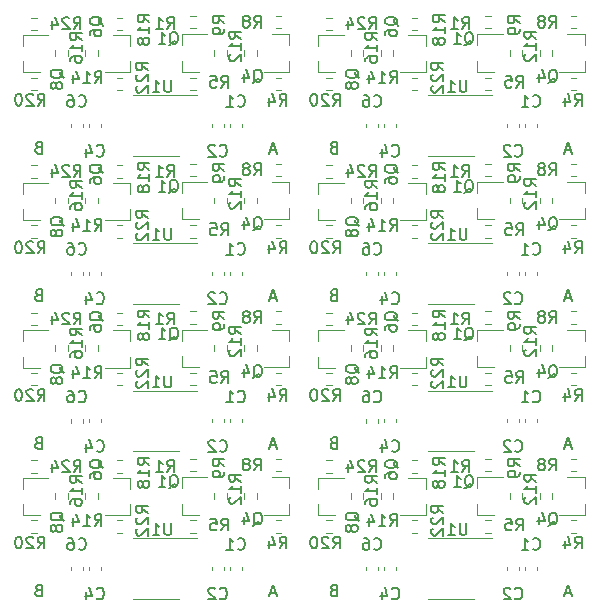
<source format=gbr>
%TF.GenerationSoftware,KiCad,Pcbnew,(5.1.10)-1*%
%TF.CreationDate,2022-01-17T18:26:10+07:00*%
%TF.ProjectId,ADuM_I2C_v3_pnlz2x4,4144754d-5f49-4324-935f-76335f706e6c,rev?*%
%TF.SameCoordinates,Original*%
%TF.FileFunction,Legend,Bot*%
%TF.FilePolarity,Positive*%
%FSLAX46Y46*%
G04 Gerber Fmt 4.6, Leading zero omitted, Abs format (unit mm)*
G04 Created by KiCad (PCBNEW (5.1.10)-1) date 2022-01-17 18:26:10*
%MOMM*%
%LPD*%
G01*
G04 APERTURE LIST*
%ADD10C,0.150000*%
%ADD11C,0.120000*%
%ADD12R,1.000000X1.000000*%
%ADD13O,1.000000X1.000000*%
%ADD14R,0.900000X0.800000*%
G04 APERTURE END LIST*
D10*
X165144095Y-128650666D02*
X164667904Y-128650666D01*
X165239333Y-128936380D02*
X164906000Y-127936380D01*
X164572666Y-128936380D01*
X140144095Y-128650666D02*
X139667904Y-128650666D01*
X140239333Y-128936380D02*
X139906000Y-127936380D01*
X139572666Y-128936380D01*
X165144095Y-116150666D02*
X164667904Y-116150666D01*
X165239333Y-116436380D02*
X164906000Y-115436380D01*
X164572666Y-116436380D01*
X140144095Y-116150666D02*
X139667904Y-116150666D01*
X140239333Y-116436380D02*
X139906000Y-115436380D01*
X139572666Y-116436380D01*
X165144095Y-103650666D02*
X164667904Y-103650666D01*
X165239333Y-103936380D02*
X164906000Y-102936380D01*
X164572666Y-103936380D01*
X140144095Y-103650666D02*
X139667904Y-103650666D01*
X140239333Y-103936380D02*
X139906000Y-102936380D01*
X139572666Y-103936380D01*
X165144095Y-91150666D02*
X164667904Y-91150666D01*
X165239333Y-91436380D02*
X164906000Y-90436380D01*
X164572666Y-91436380D01*
X145022571Y-128412571D02*
X144879714Y-128460190D01*
X144832095Y-128507809D01*
X144784476Y-128603047D01*
X144784476Y-128745904D01*
X144832095Y-128841142D01*
X144879714Y-128888761D01*
X144974952Y-128936380D01*
X145355904Y-128936380D01*
X145355904Y-127936380D01*
X145022571Y-127936380D01*
X144927333Y-127984000D01*
X144879714Y-128031619D01*
X144832095Y-128126857D01*
X144832095Y-128222095D01*
X144879714Y-128317333D01*
X144927333Y-128364952D01*
X145022571Y-128412571D01*
X145355904Y-128412571D01*
X120022571Y-128412571D02*
X119879714Y-128460190D01*
X119832095Y-128507809D01*
X119784476Y-128603047D01*
X119784476Y-128745904D01*
X119832095Y-128841142D01*
X119879714Y-128888761D01*
X119974952Y-128936380D01*
X120355904Y-128936380D01*
X120355904Y-127936380D01*
X120022571Y-127936380D01*
X119927333Y-127984000D01*
X119879714Y-128031619D01*
X119832095Y-128126857D01*
X119832095Y-128222095D01*
X119879714Y-128317333D01*
X119927333Y-128364952D01*
X120022571Y-128412571D01*
X120355904Y-128412571D01*
X145022571Y-115912571D02*
X144879714Y-115960190D01*
X144832095Y-116007809D01*
X144784476Y-116103047D01*
X144784476Y-116245904D01*
X144832095Y-116341142D01*
X144879714Y-116388761D01*
X144974952Y-116436380D01*
X145355904Y-116436380D01*
X145355904Y-115436380D01*
X145022571Y-115436380D01*
X144927333Y-115484000D01*
X144879714Y-115531619D01*
X144832095Y-115626857D01*
X144832095Y-115722095D01*
X144879714Y-115817333D01*
X144927333Y-115864952D01*
X145022571Y-115912571D01*
X145355904Y-115912571D01*
X120022571Y-115912571D02*
X119879714Y-115960190D01*
X119832095Y-116007809D01*
X119784476Y-116103047D01*
X119784476Y-116245904D01*
X119832095Y-116341142D01*
X119879714Y-116388761D01*
X119974952Y-116436380D01*
X120355904Y-116436380D01*
X120355904Y-115436380D01*
X120022571Y-115436380D01*
X119927333Y-115484000D01*
X119879714Y-115531619D01*
X119832095Y-115626857D01*
X119832095Y-115722095D01*
X119879714Y-115817333D01*
X119927333Y-115864952D01*
X120022571Y-115912571D01*
X120355904Y-115912571D01*
X145022571Y-103412571D02*
X144879714Y-103460190D01*
X144832095Y-103507809D01*
X144784476Y-103603047D01*
X144784476Y-103745904D01*
X144832095Y-103841142D01*
X144879714Y-103888761D01*
X144974952Y-103936380D01*
X145355904Y-103936380D01*
X145355904Y-102936380D01*
X145022571Y-102936380D01*
X144927333Y-102984000D01*
X144879714Y-103031619D01*
X144832095Y-103126857D01*
X144832095Y-103222095D01*
X144879714Y-103317333D01*
X144927333Y-103364952D01*
X145022571Y-103412571D01*
X145355904Y-103412571D01*
X120022571Y-103412571D02*
X119879714Y-103460190D01*
X119832095Y-103507809D01*
X119784476Y-103603047D01*
X119784476Y-103745904D01*
X119832095Y-103841142D01*
X119879714Y-103888761D01*
X119974952Y-103936380D01*
X120355904Y-103936380D01*
X120355904Y-102936380D01*
X120022571Y-102936380D01*
X119927333Y-102984000D01*
X119879714Y-103031619D01*
X119832095Y-103126857D01*
X119832095Y-103222095D01*
X119879714Y-103317333D01*
X119927333Y-103364952D01*
X120022571Y-103412571D01*
X120355904Y-103412571D01*
X145022571Y-90912571D02*
X144879714Y-90960190D01*
X144832095Y-91007809D01*
X144784476Y-91103047D01*
X144784476Y-91245904D01*
X144832095Y-91341142D01*
X144879714Y-91388761D01*
X144974952Y-91436380D01*
X145355904Y-91436380D01*
X145355904Y-90436380D01*
X145022571Y-90436380D01*
X144927333Y-90484000D01*
X144879714Y-90531619D01*
X144832095Y-90626857D01*
X144832095Y-90722095D01*
X144879714Y-90817333D01*
X144927333Y-90864952D01*
X145022571Y-90912571D01*
X145355904Y-90912571D01*
X140144095Y-91150666D02*
X139667904Y-91150666D01*
X140239333Y-91436380D02*
X139906000Y-90436380D01*
X139572666Y-91436380D01*
X120022571Y-90912571D02*
X119879714Y-90960190D01*
X119832095Y-91007809D01*
X119784476Y-91103047D01*
X119784476Y-91245904D01*
X119832095Y-91341142D01*
X119879714Y-91388761D01*
X119974952Y-91436380D01*
X120355904Y-91436380D01*
X120355904Y-90436380D01*
X120022571Y-90436380D01*
X119927333Y-90484000D01*
X119879714Y-90531619D01*
X119832095Y-90626857D01*
X119832095Y-90722095D01*
X119879714Y-90817333D01*
X119927333Y-90864952D01*
X120022571Y-90912571D01*
X120355904Y-90912571D01*
D11*
%TO.C,R24*%
X144412742Y-117420500D02*
X144887258Y-117420500D01*
X144412742Y-118465500D02*
X144887258Y-118465500D01*
X119412742Y-117420500D02*
X119887258Y-117420500D01*
X119412742Y-118465500D02*
X119887258Y-118465500D01*
X144412742Y-104920500D02*
X144887258Y-104920500D01*
X144412742Y-105965500D02*
X144887258Y-105965500D01*
X119412742Y-104920500D02*
X119887258Y-104920500D01*
X119412742Y-105965500D02*
X119887258Y-105965500D01*
X144412742Y-92420500D02*
X144887258Y-92420500D01*
X144412742Y-93465500D02*
X144887258Y-93465500D01*
X119412742Y-92420500D02*
X119887258Y-92420500D01*
X119412742Y-93465500D02*
X119887258Y-93465500D01*
X144412742Y-79920500D02*
X144887258Y-79920500D01*
X144412742Y-80965500D02*
X144887258Y-80965500D01*
%TO.C,U1*%
X155000000Y-124019000D02*
X158450000Y-124019000D01*
X155000000Y-124019000D02*
X153050000Y-124019000D01*
X155000000Y-129139000D02*
X156950000Y-129139000D01*
X155000000Y-129139000D02*
X153050000Y-129139000D01*
X130000000Y-124019000D02*
X133450000Y-124019000D01*
X130000000Y-124019000D02*
X128050000Y-124019000D01*
X130000000Y-129139000D02*
X131950000Y-129139000D01*
X130000000Y-129139000D02*
X128050000Y-129139000D01*
X155000000Y-111519000D02*
X158450000Y-111519000D01*
X155000000Y-111519000D02*
X153050000Y-111519000D01*
X155000000Y-116639000D02*
X156950000Y-116639000D01*
X155000000Y-116639000D02*
X153050000Y-116639000D01*
X130000000Y-111519000D02*
X133450000Y-111519000D01*
X130000000Y-111519000D02*
X128050000Y-111519000D01*
X130000000Y-116639000D02*
X131950000Y-116639000D01*
X130000000Y-116639000D02*
X128050000Y-116639000D01*
X155000000Y-99019000D02*
X158450000Y-99019000D01*
X155000000Y-99019000D02*
X153050000Y-99019000D01*
X155000000Y-104139000D02*
X156950000Y-104139000D01*
X155000000Y-104139000D02*
X153050000Y-104139000D01*
X130000000Y-99019000D02*
X133450000Y-99019000D01*
X130000000Y-99019000D02*
X128050000Y-99019000D01*
X130000000Y-104139000D02*
X131950000Y-104139000D01*
X130000000Y-104139000D02*
X128050000Y-104139000D01*
X155000000Y-86519000D02*
X158450000Y-86519000D01*
X155000000Y-86519000D02*
X153050000Y-86519000D01*
X155000000Y-91639000D02*
X156950000Y-91639000D01*
X155000000Y-91639000D02*
X153050000Y-91639000D01*
%TO.C,R16*%
X147521500Y-120181742D02*
X147521500Y-120656258D01*
X146476500Y-120181742D02*
X146476500Y-120656258D01*
X122521500Y-120181742D02*
X122521500Y-120656258D01*
X121476500Y-120181742D02*
X121476500Y-120656258D01*
X147521500Y-107681742D02*
X147521500Y-108156258D01*
X146476500Y-107681742D02*
X146476500Y-108156258D01*
X122521500Y-107681742D02*
X122521500Y-108156258D01*
X121476500Y-107681742D02*
X121476500Y-108156258D01*
X147521500Y-95181742D02*
X147521500Y-95656258D01*
X146476500Y-95181742D02*
X146476500Y-95656258D01*
X122521500Y-95181742D02*
X122521500Y-95656258D01*
X121476500Y-95181742D02*
X121476500Y-95656258D01*
X147521500Y-82681742D02*
X147521500Y-83156258D01*
X146476500Y-82681742D02*
X146476500Y-83156258D01*
%TO.C,R18*%
X152125258Y-118465500D02*
X151650742Y-118465500D01*
X152125258Y-117420500D02*
X151650742Y-117420500D01*
X127125258Y-118465500D02*
X126650742Y-118465500D01*
X127125258Y-117420500D02*
X126650742Y-117420500D01*
X152125258Y-105965500D02*
X151650742Y-105965500D01*
X152125258Y-104920500D02*
X151650742Y-104920500D01*
X127125258Y-105965500D02*
X126650742Y-105965500D01*
X127125258Y-104920500D02*
X126650742Y-104920500D01*
X152125258Y-93465500D02*
X151650742Y-93465500D01*
X152125258Y-92420500D02*
X151650742Y-92420500D01*
X127125258Y-93465500D02*
X126650742Y-93465500D01*
X127125258Y-92420500D02*
X126650742Y-92420500D01*
X152125258Y-80965500D02*
X151650742Y-80965500D01*
X152125258Y-79920500D02*
X151650742Y-79920500D01*
%TO.C,R20*%
X144412742Y-122500500D02*
X144887258Y-122500500D01*
X144412742Y-123545500D02*
X144887258Y-123545500D01*
X119412742Y-122500500D02*
X119887258Y-122500500D01*
X119412742Y-123545500D02*
X119887258Y-123545500D01*
X144412742Y-110000500D02*
X144887258Y-110000500D01*
X144412742Y-111045500D02*
X144887258Y-111045500D01*
X119412742Y-110000500D02*
X119887258Y-110000500D01*
X119412742Y-111045500D02*
X119887258Y-111045500D01*
X144412742Y-97500500D02*
X144887258Y-97500500D01*
X144412742Y-98545500D02*
X144887258Y-98545500D01*
X119412742Y-97500500D02*
X119887258Y-97500500D01*
X119412742Y-98545500D02*
X119887258Y-98545500D01*
X144412742Y-85000500D02*
X144887258Y-85000500D01*
X144412742Y-86045500D02*
X144887258Y-86045500D01*
%TO.C,R22*%
X152125258Y-123545500D02*
X151650742Y-123545500D01*
X152125258Y-122500500D02*
X151650742Y-122500500D01*
X127125258Y-123545500D02*
X126650742Y-123545500D01*
X127125258Y-122500500D02*
X126650742Y-122500500D01*
X152125258Y-111045500D02*
X151650742Y-111045500D01*
X152125258Y-110000500D02*
X151650742Y-110000500D01*
X127125258Y-111045500D02*
X126650742Y-111045500D01*
X127125258Y-110000500D02*
X126650742Y-110000500D01*
X152125258Y-98545500D02*
X151650742Y-98545500D01*
X152125258Y-97500500D02*
X151650742Y-97500500D01*
X127125258Y-98545500D02*
X126650742Y-98545500D01*
X127125258Y-97500500D02*
X126650742Y-97500500D01*
X152125258Y-86045500D02*
X151650742Y-86045500D01*
X152125258Y-85000500D02*
X151650742Y-85000500D01*
%TO.C,C1*%
X161221000Y-126706580D02*
X161221000Y-126425420D01*
X162241000Y-126706580D02*
X162241000Y-126425420D01*
X136221000Y-126706580D02*
X136221000Y-126425420D01*
X137241000Y-126706580D02*
X137241000Y-126425420D01*
X161221000Y-114206580D02*
X161221000Y-113925420D01*
X162241000Y-114206580D02*
X162241000Y-113925420D01*
X136221000Y-114206580D02*
X136221000Y-113925420D01*
X137241000Y-114206580D02*
X137241000Y-113925420D01*
X161221000Y-101706580D02*
X161221000Y-101425420D01*
X162241000Y-101706580D02*
X162241000Y-101425420D01*
X136221000Y-101706580D02*
X136221000Y-101425420D01*
X137241000Y-101706580D02*
X137241000Y-101425420D01*
X161221000Y-89206580D02*
X161221000Y-88925420D01*
X162241000Y-89206580D02*
X162241000Y-88925420D01*
%TO.C,C2*%
X159697000Y-126706580D02*
X159697000Y-126425420D01*
X160717000Y-126706580D02*
X160717000Y-126425420D01*
X134697000Y-126706580D02*
X134697000Y-126425420D01*
X135717000Y-126706580D02*
X135717000Y-126425420D01*
X159697000Y-114206580D02*
X159697000Y-113925420D01*
X160717000Y-114206580D02*
X160717000Y-113925420D01*
X134697000Y-114206580D02*
X134697000Y-113925420D01*
X135717000Y-114206580D02*
X135717000Y-113925420D01*
X159697000Y-101706580D02*
X159697000Y-101425420D01*
X160717000Y-101706580D02*
X160717000Y-101425420D01*
X134697000Y-101706580D02*
X134697000Y-101425420D01*
X135717000Y-101706580D02*
X135717000Y-101425420D01*
X159697000Y-89206580D02*
X159697000Y-88925420D01*
X160717000Y-89206580D02*
X160717000Y-88925420D01*
%TO.C,C4*%
X149283000Y-126706580D02*
X149283000Y-126425420D01*
X150303000Y-126706580D02*
X150303000Y-126425420D01*
X124283000Y-126706580D02*
X124283000Y-126425420D01*
X125303000Y-126706580D02*
X125303000Y-126425420D01*
X149283000Y-114206580D02*
X149283000Y-113925420D01*
X150303000Y-114206580D02*
X150303000Y-113925420D01*
X124283000Y-114206580D02*
X124283000Y-113925420D01*
X125303000Y-114206580D02*
X125303000Y-113925420D01*
X149283000Y-101706580D02*
X149283000Y-101425420D01*
X150303000Y-101706580D02*
X150303000Y-101425420D01*
X124283000Y-101706580D02*
X124283000Y-101425420D01*
X125303000Y-101706580D02*
X125303000Y-101425420D01*
X149283000Y-89206580D02*
X149283000Y-88925420D01*
X150303000Y-89206580D02*
X150303000Y-88925420D01*
%TO.C,Q8*%
X143715000Y-122063000D02*
X145175000Y-122063000D01*
X143715000Y-118903000D02*
X145875000Y-118903000D01*
X143715000Y-118903000D02*
X143715000Y-119833000D01*
X143715000Y-122063000D02*
X143715000Y-121133000D01*
X118715000Y-122063000D02*
X120175000Y-122063000D01*
X118715000Y-118903000D02*
X120875000Y-118903000D01*
X118715000Y-118903000D02*
X118715000Y-119833000D01*
X118715000Y-122063000D02*
X118715000Y-121133000D01*
X143715000Y-109563000D02*
X145175000Y-109563000D01*
X143715000Y-106403000D02*
X145875000Y-106403000D01*
X143715000Y-106403000D02*
X143715000Y-107333000D01*
X143715000Y-109563000D02*
X143715000Y-108633000D01*
X118715000Y-109563000D02*
X120175000Y-109563000D01*
X118715000Y-106403000D02*
X120875000Y-106403000D01*
X118715000Y-106403000D02*
X118715000Y-107333000D01*
X118715000Y-109563000D02*
X118715000Y-108633000D01*
X143715000Y-97063000D02*
X145175000Y-97063000D01*
X143715000Y-93903000D02*
X145875000Y-93903000D01*
X143715000Y-93903000D02*
X143715000Y-94833000D01*
X143715000Y-97063000D02*
X143715000Y-96133000D01*
X118715000Y-97063000D02*
X120175000Y-97063000D01*
X118715000Y-93903000D02*
X120875000Y-93903000D01*
X118715000Y-93903000D02*
X118715000Y-94833000D01*
X118715000Y-97063000D02*
X118715000Y-96133000D01*
X143715000Y-84563000D02*
X145175000Y-84563000D01*
X143715000Y-81403000D02*
X145875000Y-81403000D01*
X143715000Y-81403000D02*
X143715000Y-82333000D01*
X143715000Y-84563000D02*
X143715000Y-83633000D01*
%TO.C,R1*%
X157874742Y-117293500D02*
X158349258Y-117293500D01*
X157874742Y-118338500D02*
X158349258Y-118338500D01*
X132874742Y-117293500D02*
X133349258Y-117293500D01*
X132874742Y-118338500D02*
X133349258Y-118338500D01*
X157874742Y-104793500D02*
X158349258Y-104793500D01*
X157874742Y-105838500D02*
X158349258Y-105838500D01*
X132874742Y-104793500D02*
X133349258Y-104793500D01*
X132874742Y-105838500D02*
X133349258Y-105838500D01*
X157874742Y-92293500D02*
X158349258Y-92293500D01*
X157874742Y-93338500D02*
X158349258Y-93338500D01*
X132874742Y-92293500D02*
X133349258Y-92293500D01*
X132874742Y-93338500D02*
X133349258Y-93338500D01*
X157874742Y-79793500D02*
X158349258Y-79793500D01*
X157874742Y-80838500D02*
X158349258Y-80838500D01*
%TO.C,R4*%
X165587258Y-123545500D02*
X165112742Y-123545500D01*
X165587258Y-122500500D02*
X165112742Y-122500500D01*
X140587258Y-123545500D02*
X140112742Y-123545500D01*
X140587258Y-122500500D02*
X140112742Y-122500500D01*
X165587258Y-111045500D02*
X165112742Y-111045500D01*
X165587258Y-110000500D02*
X165112742Y-110000500D01*
X140587258Y-111045500D02*
X140112742Y-111045500D01*
X140587258Y-110000500D02*
X140112742Y-110000500D01*
X165587258Y-98545500D02*
X165112742Y-98545500D01*
X165587258Y-97500500D02*
X165112742Y-97500500D01*
X140587258Y-98545500D02*
X140112742Y-98545500D01*
X140587258Y-97500500D02*
X140112742Y-97500500D01*
X165587258Y-86045500D02*
X165112742Y-86045500D01*
X165587258Y-85000500D02*
X165112742Y-85000500D01*
%TO.C,R5*%
X158349258Y-123545500D02*
X157874742Y-123545500D01*
X158349258Y-122500500D02*
X157874742Y-122500500D01*
X133349258Y-123545500D02*
X132874742Y-123545500D01*
X133349258Y-122500500D02*
X132874742Y-122500500D01*
X158349258Y-111045500D02*
X157874742Y-111045500D01*
X158349258Y-110000500D02*
X157874742Y-110000500D01*
X133349258Y-111045500D02*
X132874742Y-111045500D01*
X133349258Y-110000500D02*
X132874742Y-110000500D01*
X158349258Y-98545500D02*
X157874742Y-98545500D01*
X158349258Y-97500500D02*
X157874742Y-97500500D01*
X133349258Y-98545500D02*
X132874742Y-98545500D01*
X133349258Y-97500500D02*
X132874742Y-97500500D01*
X158349258Y-86045500D02*
X157874742Y-86045500D01*
X158349258Y-85000500D02*
X157874742Y-85000500D01*
%TO.C,C6*%
X147759000Y-126719580D02*
X147759000Y-126438420D01*
X148779000Y-126719580D02*
X148779000Y-126438420D01*
X122759000Y-126719580D02*
X122759000Y-126438420D01*
X123779000Y-126719580D02*
X123779000Y-126438420D01*
X147759000Y-114219580D02*
X147759000Y-113938420D01*
X148779000Y-114219580D02*
X148779000Y-113938420D01*
X122759000Y-114219580D02*
X122759000Y-113938420D01*
X123779000Y-114219580D02*
X123779000Y-113938420D01*
X147759000Y-101719580D02*
X147759000Y-101438420D01*
X148779000Y-101719580D02*
X148779000Y-101438420D01*
X122759000Y-101719580D02*
X122759000Y-101438420D01*
X123779000Y-101719580D02*
X123779000Y-101438420D01*
X147759000Y-89219580D02*
X147759000Y-88938420D01*
X148779000Y-89219580D02*
X148779000Y-88938420D01*
%TO.C,Q1*%
X157177000Y-122002000D02*
X158637000Y-122002000D01*
X157177000Y-118842000D02*
X159337000Y-118842000D01*
X157177000Y-118842000D02*
X157177000Y-119772000D01*
X157177000Y-122002000D02*
X157177000Y-121072000D01*
X132177000Y-122002000D02*
X133637000Y-122002000D01*
X132177000Y-118842000D02*
X134337000Y-118842000D01*
X132177000Y-118842000D02*
X132177000Y-119772000D01*
X132177000Y-122002000D02*
X132177000Y-121072000D01*
X157177000Y-109502000D02*
X158637000Y-109502000D01*
X157177000Y-106342000D02*
X159337000Y-106342000D01*
X157177000Y-106342000D02*
X157177000Y-107272000D01*
X157177000Y-109502000D02*
X157177000Y-108572000D01*
X132177000Y-109502000D02*
X133637000Y-109502000D01*
X132177000Y-106342000D02*
X134337000Y-106342000D01*
X132177000Y-106342000D02*
X132177000Y-107272000D01*
X132177000Y-109502000D02*
X132177000Y-108572000D01*
X157177000Y-97002000D02*
X158637000Y-97002000D01*
X157177000Y-93842000D02*
X159337000Y-93842000D01*
X157177000Y-93842000D02*
X157177000Y-94772000D01*
X157177000Y-97002000D02*
X157177000Y-96072000D01*
X132177000Y-97002000D02*
X133637000Y-97002000D01*
X132177000Y-93842000D02*
X134337000Y-93842000D01*
X132177000Y-93842000D02*
X132177000Y-94772000D01*
X132177000Y-97002000D02*
X132177000Y-96072000D01*
X157177000Y-84502000D02*
X158637000Y-84502000D01*
X157177000Y-81342000D02*
X159337000Y-81342000D01*
X157177000Y-81342000D02*
X157177000Y-82272000D01*
X157177000Y-84502000D02*
X157177000Y-83572000D01*
%TO.C,Q4*%
X166285000Y-118842000D02*
X164825000Y-118842000D01*
X166285000Y-122002000D02*
X164125000Y-122002000D01*
X166285000Y-122002000D02*
X166285000Y-121072000D01*
X166285000Y-118842000D02*
X166285000Y-119772000D01*
X141285000Y-118842000D02*
X139825000Y-118842000D01*
X141285000Y-122002000D02*
X139125000Y-122002000D01*
X141285000Y-122002000D02*
X141285000Y-121072000D01*
X141285000Y-118842000D02*
X141285000Y-119772000D01*
X166285000Y-106342000D02*
X164825000Y-106342000D01*
X166285000Y-109502000D02*
X164125000Y-109502000D01*
X166285000Y-109502000D02*
X166285000Y-108572000D01*
X166285000Y-106342000D02*
X166285000Y-107272000D01*
X141285000Y-106342000D02*
X139825000Y-106342000D01*
X141285000Y-109502000D02*
X139125000Y-109502000D01*
X141285000Y-109502000D02*
X141285000Y-108572000D01*
X141285000Y-106342000D02*
X141285000Y-107272000D01*
X166285000Y-93842000D02*
X164825000Y-93842000D01*
X166285000Y-97002000D02*
X164125000Y-97002000D01*
X166285000Y-97002000D02*
X166285000Y-96072000D01*
X166285000Y-93842000D02*
X166285000Y-94772000D01*
X141285000Y-93842000D02*
X139825000Y-93842000D01*
X141285000Y-97002000D02*
X139125000Y-97002000D01*
X141285000Y-97002000D02*
X141285000Y-96072000D01*
X141285000Y-93842000D02*
X141285000Y-94772000D01*
X166285000Y-81342000D02*
X164825000Y-81342000D01*
X166285000Y-84502000D02*
X164125000Y-84502000D01*
X166285000Y-84502000D02*
X166285000Y-83572000D01*
X166285000Y-81342000D02*
X166285000Y-82272000D01*
%TO.C,Q6*%
X152823000Y-118903000D02*
X151363000Y-118903000D01*
X152823000Y-122063000D02*
X150663000Y-122063000D01*
X152823000Y-122063000D02*
X152823000Y-121133000D01*
X152823000Y-118903000D02*
X152823000Y-119833000D01*
X127823000Y-118903000D02*
X126363000Y-118903000D01*
X127823000Y-122063000D02*
X125663000Y-122063000D01*
X127823000Y-122063000D02*
X127823000Y-121133000D01*
X127823000Y-118903000D02*
X127823000Y-119833000D01*
X152823000Y-106403000D02*
X151363000Y-106403000D01*
X152823000Y-109563000D02*
X150663000Y-109563000D01*
X152823000Y-109563000D02*
X152823000Y-108633000D01*
X152823000Y-106403000D02*
X152823000Y-107333000D01*
X127823000Y-106403000D02*
X126363000Y-106403000D01*
X127823000Y-109563000D02*
X125663000Y-109563000D01*
X127823000Y-109563000D02*
X127823000Y-108633000D01*
X127823000Y-106403000D02*
X127823000Y-107333000D01*
X152823000Y-93903000D02*
X151363000Y-93903000D01*
X152823000Y-97063000D02*
X150663000Y-97063000D01*
X152823000Y-97063000D02*
X152823000Y-96133000D01*
X152823000Y-93903000D02*
X152823000Y-94833000D01*
X127823000Y-93903000D02*
X126363000Y-93903000D01*
X127823000Y-97063000D02*
X125663000Y-97063000D01*
X127823000Y-97063000D02*
X127823000Y-96133000D01*
X127823000Y-93903000D02*
X127823000Y-94833000D01*
X152823000Y-81403000D02*
X151363000Y-81403000D01*
X152823000Y-84563000D02*
X150663000Y-84563000D01*
X152823000Y-84563000D02*
X152823000Y-83633000D01*
X152823000Y-81403000D02*
X152823000Y-82333000D01*
%TO.C,R8*%
X165113742Y-117293500D02*
X165588258Y-117293500D01*
X165113742Y-118338500D02*
X165588258Y-118338500D01*
X140113742Y-117293500D02*
X140588258Y-117293500D01*
X140113742Y-118338500D02*
X140588258Y-118338500D01*
X165113742Y-104793500D02*
X165588258Y-104793500D01*
X165113742Y-105838500D02*
X165588258Y-105838500D01*
X140113742Y-104793500D02*
X140588258Y-104793500D01*
X140113742Y-105838500D02*
X140588258Y-105838500D01*
X165113742Y-92293500D02*
X165588258Y-92293500D01*
X165113742Y-93338500D02*
X165588258Y-93338500D01*
X140113742Y-92293500D02*
X140588258Y-92293500D01*
X140113742Y-93338500D02*
X140588258Y-93338500D01*
X165113742Y-79793500D02*
X165588258Y-79793500D01*
X165113742Y-80838500D02*
X165588258Y-80838500D01*
%TO.C,R9*%
X160983500Y-120181742D02*
X160983500Y-120656258D01*
X159938500Y-120181742D02*
X159938500Y-120656258D01*
X135983500Y-120181742D02*
X135983500Y-120656258D01*
X134938500Y-120181742D02*
X134938500Y-120656258D01*
X160983500Y-107681742D02*
X160983500Y-108156258D01*
X159938500Y-107681742D02*
X159938500Y-108156258D01*
X135983500Y-107681742D02*
X135983500Y-108156258D01*
X134938500Y-107681742D02*
X134938500Y-108156258D01*
X160983500Y-95181742D02*
X160983500Y-95656258D01*
X159938500Y-95181742D02*
X159938500Y-95656258D01*
X135983500Y-95181742D02*
X135983500Y-95656258D01*
X134938500Y-95181742D02*
X134938500Y-95656258D01*
X160983500Y-82681742D02*
X160983500Y-83156258D01*
X159938500Y-82681742D02*
X159938500Y-83156258D01*
%TO.C,R12*%
X162478500Y-120657258D02*
X162478500Y-120182742D01*
X163523500Y-120657258D02*
X163523500Y-120182742D01*
X137478500Y-120657258D02*
X137478500Y-120182742D01*
X138523500Y-120657258D02*
X138523500Y-120182742D01*
X162478500Y-108157258D02*
X162478500Y-107682742D01*
X163523500Y-108157258D02*
X163523500Y-107682742D01*
X137478500Y-108157258D02*
X137478500Y-107682742D01*
X138523500Y-108157258D02*
X138523500Y-107682742D01*
X162478500Y-95657258D02*
X162478500Y-95182742D01*
X163523500Y-95657258D02*
X163523500Y-95182742D01*
X137478500Y-95657258D02*
X137478500Y-95182742D01*
X138523500Y-95657258D02*
X138523500Y-95182742D01*
X162478500Y-83157258D02*
X162478500Y-82682742D01*
X163523500Y-83157258D02*
X163523500Y-82682742D01*
%TO.C,R14*%
X149016500Y-120656258D02*
X149016500Y-120181742D01*
X150061500Y-120656258D02*
X150061500Y-120181742D01*
X124016500Y-120656258D02*
X124016500Y-120181742D01*
X125061500Y-120656258D02*
X125061500Y-120181742D01*
X149016500Y-108156258D02*
X149016500Y-107681742D01*
X150061500Y-108156258D02*
X150061500Y-107681742D01*
X124016500Y-108156258D02*
X124016500Y-107681742D01*
X125061500Y-108156258D02*
X125061500Y-107681742D01*
X149016500Y-95656258D02*
X149016500Y-95181742D01*
X150061500Y-95656258D02*
X150061500Y-95181742D01*
X124016500Y-95656258D02*
X124016500Y-95181742D01*
X125061500Y-95656258D02*
X125061500Y-95181742D01*
X149016500Y-83156258D02*
X149016500Y-82681742D01*
X150061500Y-83156258D02*
X150061500Y-82681742D01*
%TO.C,U1*%
X130000000Y-91639000D02*
X128050000Y-91639000D01*
X130000000Y-91639000D02*
X131950000Y-91639000D01*
X130000000Y-86519000D02*
X128050000Y-86519000D01*
X130000000Y-86519000D02*
X133450000Y-86519000D01*
%TO.C,R24*%
X119412742Y-80965500D02*
X119887258Y-80965500D01*
X119412742Y-79920500D02*
X119887258Y-79920500D01*
%TO.C,R22*%
X127125258Y-85000500D02*
X126650742Y-85000500D01*
X127125258Y-86045500D02*
X126650742Y-86045500D01*
%TO.C,R20*%
X119412742Y-86045500D02*
X119887258Y-86045500D01*
X119412742Y-85000500D02*
X119887258Y-85000500D01*
%TO.C,R18*%
X127125258Y-79920500D02*
X126650742Y-79920500D01*
X127125258Y-80965500D02*
X126650742Y-80965500D01*
%TO.C,R16*%
X121476500Y-82681742D02*
X121476500Y-83156258D01*
X122521500Y-82681742D02*
X122521500Y-83156258D01*
%TO.C,R14*%
X125061500Y-83156258D02*
X125061500Y-82681742D01*
X124016500Y-83156258D02*
X124016500Y-82681742D01*
%TO.C,R12*%
X138523500Y-83157258D02*
X138523500Y-82682742D01*
X137478500Y-83157258D02*
X137478500Y-82682742D01*
%TO.C,R9*%
X134938500Y-82681742D02*
X134938500Y-83156258D01*
X135983500Y-82681742D02*
X135983500Y-83156258D01*
%TO.C,R8*%
X140113742Y-80838500D02*
X140588258Y-80838500D01*
X140113742Y-79793500D02*
X140588258Y-79793500D01*
%TO.C,R5*%
X133349258Y-85000500D02*
X132874742Y-85000500D01*
X133349258Y-86045500D02*
X132874742Y-86045500D01*
%TO.C,R4*%
X140587258Y-85000500D02*
X140112742Y-85000500D01*
X140587258Y-86045500D02*
X140112742Y-86045500D01*
%TO.C,R1*%
X132874742Y-80838500D02*
X133349258Y-80838500D01*
X132874742Y-79793500D02*
X133349258Y-79793500D01*
%TO.C,Q8*%
X118715000Y-84563000D02*
X118715000Y-83633000D01*
X118715000Y-81403000D02*
X118715000Y-82333000D01*
X118715000Y-81403000D02*
X120875000Y-81403000D01*
X118715000Y-84563000D02*
X120175000Y-84563000D01*
%TO.C,Q6*%
X127823000Y-81403000D02*
X127823000Y-82333000D01*
X127823000Y-84563000D02*
X127823000Y-83633000D01*
X127823000Y-84563000D02*
X125663000Y-84563000D01*
X127823000Y-81403000D02*
X126363000Y-81403000D01*
%TO.C,Q4*%
X141285000Y-81342000D02*
X141285000Y-82272000D01*
X141285000Y-84502000D02*
X141285000Y-83572000D01*
X141285000Y-84502000D02*
X139125000Y-84502000D01*
X141285000Y-81342000D02*
X139825000Y-81342000D01*
%TO.C,Q1*%
X132177000Y-84502000D02*
X132177000Y-83572000D01*
X132177000Y-81342000D02*
X132177000Y-82272000D01*
X132177000Y-81342000D02*
X134337000Y-81342000D01*
X132177000Y-84502000D02*
X133637000Y-84502000D01*
%TO.C,C6*%
X123779000Y-89219580D02*
X123779000Y-88938420D01*
X122759000Y-89219580D02*
X122759000Y-88938420D01*
%TO.C,C4*%
X125303000Y-89206580D02*
X125303000Y-88925420D01*
X124283000Y-89206580D02*
X124283000Y-88925420D01*
%TO.C,C2*%
X135717000Y-89206580D02*
X135717000Y-88925420D01*
X134697000Y-89206580D02*
X134697000Y-88925420D01*
%TO.C,C1*%
X137241000Y-89206580D02*
X137241000Y-88925420D01*
X136221000Y-89206580D02*
X136221000Y-88925420D01*
%TO.C,R24*%
D10*
X148022857Y-118395380D02*
X148356190Y-117919190D01*
X148594285Y-118395380D02*
X148594285Y-117395380D01*
X148213333Y-117395380D01*
X148118095Y-117443000D01*
X148070476Y-117490619D01*
X148022857Y-117585857D01*
X148022857Y-117728714D01*
X148070476Y-117823952D01*
X148118095Y-117871571D01*
X148213333Y-117919190D01*
X148594285Y-117919190D01*
X147641904Y-117490619D02*
X147594285Y-117443000D01*
X147499047Y-117395380D01*
X147260952Y-117395380D01*
X147165714Y-117443000D01*
X147118095Y-117490619D01*
X147070476Y-117585857D01*
X147070476Y-117681095D01*
X147118095Y-117823952D01*
X147689523Y-118395380D01*
X147070476Y-118395380D01*
X146213333Y-117728714D02*
X146213333Y-118395380D01*
X146451428Y-117347761D02*
X146689523Y-118062047D01*
X146070476Y-118062047D01*
X123022857Y-118395380D02*
X123356190Y-117919190D01*
X123594285Y-118395380D02*
X123594285Y-117395380D01*
X123213333Y-117395380D01*
X123118095Y-117443000D01*
X123070476Y-117490619D01*
X123022857Y-117585857D01*
X123022857Y-117728714D01*
X123070476Y-117823952D01*
X123118095Y-117871571D01*
X123213333Y-117919190D01*
X123594285Y-117919190D01*
X122641904Y-117490619D02*
X122594285Y-117443000D01*
X122499047Y-117395380D01*
X122260952Y-117395380D01*
X122165714Y-117443000D01*
X122118095Y-117490619D01*
X122070476Y-117585857D01*
X122070476Y-117681095D01*
X122118095Y-117823952D01*
X122689523Y-118395380D01*
X122070476Y-118395380D01*
X121213333Y-117728714D02*
X121213333Y-118395380D01*
X121451428Y-117347761D02*
X121689523Y-118062047D01*
X121070476Y-118062047D01*
X148022857Y-105895380D02*
X148356190Y-105419190D01*
X148594285Y-105895380D02*
X148594285Y-104895380D01*
X148213333Y-104895380D01*
X148118095Y-104943000D01*
X148070476Y-104990619D01*
X148022857Y-105085857D01*
X148022857Y-105228714D01*
X148070476Y-105323952D01*
X148118095Y-105371571D01*
X148213333Y-105419190D01*
X148594285Y-105419190D01*
X147641904Y-104990619D02*
X147594285Y-104943000D01*
X147499047Y-104895380D01*
X147260952Y-104895380D01*
X147165714Y-104943000D01*
X147118095Y-104990619D01*
X147070476Y-105085857D01*
X147070476Y-105181095D01*
X147118095Y-105323952D01*
X147689523Y-105895380D01*
X147070476Y-105895380D01*
X146213333Y-105228714D02*
X146213333Y-105895380D01*
X146451428Y-104847761D02*
X146689523Y-105562047D01*
X146070476Y-105562047D01*
X123022857Y-105895380D02*
X123356190Y-105419190D01*
X123594285Y-105895380D02*
X123594285Y-104895380D01*
X123213333Y-104895380D01*
X123118095Y-104943000D01*
X123070476Y-104990619D01*
X123022857Y-105085857D01*
X123022857Y-105228714D01*
X123070476Y-105323952D01*
X123118095Y-105371571D01*
X123213333Y-105419190D01*
X123594285Y-105419190D01*
X122641904Y-104990619D02*
X122594285Y-104943000D01*
X122499047Y-104895380D01*
X122260952Y-104895380D01*
X122165714Y-104943000D01*
X122118095Y-104990619D01*
X122070476Y-105085857D01*
X122070476Y-105181095D01*
X122118095Y-105323952D01*
X122689523Y-105895380D01*
X122070476Y-105895380D01*
X121213333Y-105228714D02*
X121213333Y-105895380D01*
X121451428Y-104847761D02*
X121689523Y-105562047D01*
X121070476Y-105562047D01*
X148022857Y-93395380D02*
X148356190Y-92919190D01*
X148594285Y-93395380D02*
X148594285Y-92395380D01*
X148213333Y-92395380D01*
X148118095Y-92443000D01*
X148070476Y-92490619D01*
X148022857Y-92585857D01*
X148022857Y-92728714D01*
X148070476Y-92823952D01*
X148118095Y-92871571D01*
X148213333Y-92919190D01*
X148594285Y-92919190D01*
X147641904Y-92490619D02*
X147594285Y-92443000D01*
X147499047Y-92395380D01*
X147260952Y-92395380D01*
X147165714Y-92443000D01*
X147118095Y-92490619D01*
X147070476Y-92585857D01*
X147070476Y-92681095D01*
X147118095Y-92823952D01*
X147689523Y-93395380D01*
X147070476Y-93395380D01*
X146213333Y-92728714D02*
X146213333Y-93395380D01*
X146451428Y-92347761D02*
X146689523Y-93062047D01*
X146070476Y-93062047D01*
X123022857Y-93395380D02*
X123356190Y-92919190D01*
X123594285Y-93395380D02*
X123594285Y-92395380D01*
X123213333Y-92395380D01*
X123118095Y-92443000D01*
X123070476Y-92490619D01*
X123022857Y-92585857D01*
X123022857Y-92728714D01*
X123070476Y-92823952D01*
X123118095Y-92871571D01*
X123213333Y-92919190D01*
X123594285Y-92919190D01*
X122641904Y-92490619D02*
X122594285Y-92443000D01*
X122499047Y-92395380D01*
X122260952Y-92395380D01*
X122165714Y-92443000D01*
X122118095Y-92490619D01*
X122070476Y-92585857D01*
X122070476Y-92681095D01*
X122118095Y-92823952D01*
X122689523Y-93395380D01*
X122070476Y-93395380D01*
X121213333Y-92728714D02*
X121213333Y-93395380D01*
X121451428Y-92347761D02*
X121689523Y-93062047D01*
X121070476Y-93062047D01*
X148022857Y-80895380D02*
X148356190Y-80419190D01*
X148594285Y-80895380D02*
X148594285Y-79895380D01*
X148213333Y-79895380D01*
X148118095Y-79943000D01*
X148070476Y-79990619D01*
X148022857Y-80085857D01*
X148022857Y-80228714D01*
X148070476Y-80323952D01*
X148118095Y-80371571D01*
X148213333Y-80419190D01*
X148594285Y-80419190D01*
X147641904Y-79990619D02*
X147594285Y-79943000D01*
X147499047Y-79895380D01*
X147260952Y-79895380D01*
X147165714Y-79943000D01*
X147118095Y-79990619D01*
X147070476Y-80085857D01*
X147070476Y-80181095D01*
X147118095Y-80323952D01*
X147689523Y-80895380D01*
X147070476Y-80895380D01*
X146213333Y-80228714D02*
X146213333Y-80895380D01*
X146451428Y-79847761D02*
X146689523Y-80562047D01*
X146070476Y-80562047D01*
%TO.C,U1*%
X156269904Y-122729380D02*
X156269904Y-123538904D01*
X156222285Y-123634142D01*
X156174666Y-123681761D01*
X156079428Y-123729380D01*
X155888952Y-123729380D01*
X155793714Y-123681761D01*
X155746095Y-123634142D01*
X155698476Y-123538904D01*
X155698476Y-122729380D01*
X154698476Y-123729380D02*
X155269904Y-123729380D01*
X154984190Y-123729380D02*
X154984190Y-122729380D01*
X155079428Y-122872238D01*
X155174666Y-122967476D01*
X155269904Y-123015095D01*
X131269904Y-122729380D02*
X131269904Y-123538904D01*
X131222285Y-123634142D01*
X131174666Y-123681761D01*
X131079428Y-123729380D01*
X130888952Y-123729380D01*
X130793714Y-123681761D01*
X130746095Y-123634142D01*
X130698476Y-123538904D01*
X130698476Y-122729380D01*
X129698476Y-123729380D02*
X130269904Y-123729380D01*
X129984190Y-123729380D02*
X129984190Y-122729380D01*
X130079428Y-122872238D01*
X130174666Y-122967476D01*
X130269904Y-123015095D01*
X156269904Y-110229380D02*
X156269904Y-111038904D01*
X156222285Y-111134142D01*
X156174666Y-111181761D01*
X156079428Y-111229380D01*
X155888952Y-111229380D01*
X155793714Y-111181761D01*
X155746095Y-111134142D01*
X155698476Y-111038904D01*
X155698476Y-110229380D01*
X154698476Y-111229380D02*
X155269904Y-111229380D01*
X154984190Y-111229380D02*
X154984190Y-110229380D01*
X155079428Y-110372238D01*
X155174666Y-110467476D01*
X155269904Y-110515095D01*
X131269904Y-110229380D02*
X131269904Y-111038904D01*
X131222285Y-111134142D01*
X131174666Y-111181761D01*
X131079428Y-111229380D01*
X130888952Y-111229380D01*
X130793714Y-111181761D01*
X130746095Y-111134142D01*
X130698476Y-111038904D01*
X130698476Y-110229380D01*
X129698476Y-111229380D02*
X130269904Y-111229380D01*
X129984190Y-111229380D02*
X129984190Y-110229380D01*
X130079428Y-110372238D01*
X130174666Y-110467476D01*
X130269904Y-110515095D01*
X156269904Y-97729380D02*
X156269904Y-98538904D01*
X156222285Y-98634142D01*
X156174666Y-98681761D01*
X156079428Y-98729380D01*
X155888952Y-98729380D01*
X155793714Y-98681761D01*
X155746095Y-98634142D01*
X155698476Y-98538904D01*
X155698476Y-97729380D01*
X154698476Y-98729380D02*
X155269904Y-98729380D01*
X154984190Y-98729380D02*
X154984190Y-97729380D01*
X155079428Y-97872238D01*
X155174666Y-97967476D01*
X155269904Y-98015095D01*
X131269904Y-97729380D02*
X131269904Y-98538904D01*
X131222285Y-98634142D01*
X131174666Y-98681761D01*
X131079428Y-98729380D01*
X130888952Y-98729380D01*
X130793714Y-98681761D01*
X130746095Y-98634142D01*
X130698476Y-98538904D01*
X130698476Y-97729380D01*
X129698476Y-98729380D02*
X130269904Y-98729380D01*
X129984190Y-98729380D02*
X129984190Y-97729380D01*
X130079428Y-97872238D01*
X130174666Y-97967476D01*
X130269904Y-98015095D01*
X156269904Y-85229380D02*
X156269904Y-86038904D01*
X156222285Y-86134142D01*
X156174666Y-86181761D01*
X156079428Y-86229380D01*
X155888952Y-86229380D01*
X155793714Y-86181761D01*
X155746095Y-86134142D01*
X155698476Y-86038904D01*
X155698476Y-85229380D01*
X154698476Y-86229380D02*
X155269904Y-86229380D01*
X154984190Y-86229380D02*
X154984190Y-85229380D01*
X155079428Y-85372238D01*
X155174666Y-85467476D01*
X155269904Y-85515095D01*
%TO.C,R16*%
X148721380Y-119332142D02*
X148245190Y-118998809D01*
X148721380Y-118760714D02*
X147721380Y-118760714D01*
X147721380Y-119141666D01*
X147769000Y-119236904D01*
X147816619Y-119284523D01*
X147911857Y-119332142D01*
X148054714Y-119332142D01*
X148149952Y-119284523D01*
X148197571Y-119236904D01*
X148245190Y-119141666D01*
X148245190Y-118760714D01*
X148721380Y-120284523D02*
X148721380Y-119713095D01*
X148721380Y-119998809D02*
X147721380Y-119998809D01*
X147864238Y-119903571D01*
X147959476Y-119808333D01*
X148007095Y-119713095D01*
X147721380Y-121141666D02*
X147721380Y-120951190D01*
X147769000Y-120855952D01*
X147816619Y-120808333D01*
X147959476Y-120713095D01*
X148149952Y-120665476D01*
X148530904Y-120665476D01*
X148626142Y-120713095D01*
X148673761Y-120760714D01*
X148721380Y-120855952D01*
X148721380Y-121046428D01*
X148673761Y-121141666D01*
X148626142Y-121189285D01*
X148530904Y-121236904D01*
X148292809Y-121236904D01*
X148197571Y-121189285D01*
X148149952Y-121141666D01*
X148102333Y-121046428D01*
X148102333Y-120855952D01*
X148149952Y-120760714D01*
X148197571Y-120713095D01*
X148292809Y-120665476D01*
X123721380Y-119332142D02*
X123245190Y-118998809D01*
X123721380Y-118760714D02*
X122721380Y-118760714D01*
X122721380Y-119141666D01*
X122769000Y-119236904D01*
X122816619Y-119284523D01*
X122911857Y-119332142D01*
X123054714Y-119332142D01*
X123149952Y-119284523D01*
X123197571Y-119236904D01*
X123245190Y-119141666D01*
X123245190Y-118760714D01*
X123721380Y-120284523D02*
X123721380Y-119713095D01*
X123721380Y-119998809D02*
X122721380Y-119998809D01*
X122864238Y-119903571D01*
X122959476Y-119808333D01*
X123007095Y-119713095D01*
X122721380Y-121141666D02*
X122721380Y-120951190D01*
X122769000Y-120855952D01*
X122816619Y-120808333D01*
X122959476Y-120713095D01*
X123149952Y-120665476D01*
X123530904Y-120665476D01*
X123626142Y-120713095D01*
X123673761Y-120760714D01*
X123721380Y-120855952D01*
X123721380Y-121046428D01*
X123673761Y-121141666D01*
X123626142Y-121189285D01*
X123530904Y-121236904D01*
X123292809Y-121236904D01*
X123197571Y-121189285D01*
X123149952Y-121141666D01*
X123102333Y-121046428D01*
X123102333Y-120855952D01*
X123149952Y-120760714D01*
X123197571Y-120713095D01*
X123292809Y-120665476D01*
X148721380Y-106832142D02*
X148245190Y-106498809D01*
X148721380Y-106260714D02*
X147721380Y-106260714D01*
X147721380Y-106641666D01*
X147769000Y-106736904D01*
X147816619Y-106784523D01*
X147911857Y-106832142D01*
X148054714Y-106832142D01*
X148149952Y-106784523D01*
X148197571Y-106736904D01*
X148245190Y-106641666D01*
X148245190Y-106260714D01*
X148721380Y-107784523D02*
X148721380Y-107213095D01*
X148721380Y-107498809D02*
X147721380Y-107498809D01*
X147864238Y-107403571D01*
X147959476Y-107308333D01*
X148007095Y-107213095D01*
X147721380Y-108641666D02*
X147721380Y-108451190D01*
X147769000Y-108355952D01*
X147816619Y-108308333D01*
X147959476Y-108213095D01*
X148149952Y-108165476D01*
X148530904Y-108165476D01*
X148626142Y-108213095D01*
X148673761Y-108260714D01*
X148721380Y-108355952D01*
X148721380Y-108546428D01*
X148673761Y-108641666D01*
X148626142Y-108689285D01*
X148530904Y-108736904D01*
X148292809Y-108736904D01*
X148197571Y-108689285D01*
X148149952Y-108641666D01*
X148102333Y-108546428D01*
X148102333Y-108355952D01*
X148149952Y-108260714D01*
X148197571Y-108213095D01*
X148292809Y-108165476D01*
X123721380Y-106832142D02*
X123245190Y-106498809D01*
X123721380Y-106260714D02*
X122721380Y-106260714D01*
X122721380Y-106641666D01*
X122769000Y-106736904D01*
X122816619Y-106784523D01*
X122911857Y-106832142D01*
X123054714Y-106832142D01*
X123149952Y-106784523D01*
X123197571Y-106736904D01*
X123245190Y-106641666D01*
X123245190Y-106260714D01*
X123721380Y-107784523D02*
X123721380Y-107213095D01*
X123721380Y-107498809D02*
X122721380Y-107498809D01*
X122864238Y-107403571D01*
X122959476Y-107308333D01*
X123007095Y-107213095D01*
X122721380Y-108641666D02*
X122721380Y-108451190D01*
X122769000Y-108355952D01*
X122816619Y-108308333D01*
X122959476Y-108213095D01*
X123149952Y-108165476D01*
X123530904Y-108165476D01*
X123626142Y-108213095D01*
X123673761Y-108260714D01*
X123721380Y-108355952D01*
X123721380Y-108546428D01*
X123673761Y-108641666D01*
X123626142Y-108689285D01*
X123530904Y-108736904D01*
X123292809Y-108736904D01*
X123197571Y-108689285D01*
X123149952Y-108641666D01*
X123102333Y-108546428D01*
X123102333Y-108355952D01*
X123149952Y-108260714D01*
X123197571Y-108213095D01*
X123292809Y-108165476D01*
X148721380Y-94332142D02*
X148245190Y-93998809D01*
X148721380Y-93760714D02*
X147721380Y-93760714D01*
X147721380Y-94141666D01*
X147769000Y-94236904D01*
X147816619Y-94284523D01*
X147911857Y-94332142D01*
X148054714Y-94332142D01*
X148149952Y-94284523D01*
X148197571Y-94236904D01*
X148245190Y-94141666D01*
X148245190Y-93760714D01*
X148721380Y-95284523D02*
X148721380Y-94713095D01*
X148721380Y-94998809D02*
X147721380Y-94998809D01*
X147864238Y-94903571D01*
X147959476Y-94808333D01*
X148007095Y-94713095D01*
X147721380Y-96141666D02*
X147721380Y-95951190D01*
X147769000Y-95855952D01*
X147816619Y-95808333D01*
X147959476Y-95713095D01*
X148149952Y-95665476D01*
X148530904Y-95665476D01*
X148626142Y-95713095D01*
X148673761Y-95760714D01*
X148721380Y-95855952D01*
X148721380Y-96046428D01*
X148673761Y-96141666D01*
X148626142Y-96189285D01*
X148530904Y-96236904D01*
X148292809Y-96236904D01*
X148197571Y-96189285D01*
X148149952Y-96141666D01*
X148102333Y-96046428D01*
X148102333Y-95855952D01*
X148149952Y-95760714D01*
X148197571Y-95713095D01*
X148292809Y-95665476D01*
X123721380Y-94332142D02*
X123245190Y-93998809D01*
X123721380Y-93760714D02*
X122721380Y-93760714D01*
X122721380Y-94141666D01*
X122769000Y-94236904D01*
X122816619Y-94284523D01*
X122911857Y-94332142D01*
X123054714Y-94332142D01*
X123149952Y-94284523D01*
X123197571Y-94236904D01*
X123245190Y-94141666D01*
X123245190Y-93760714D01*
X123721380Y-95284523D02*
X123721380Y-94713095D01*
X123721380Y-94998809D02*
X122721380Y-94998809D01*
X122864238Y-94903571D01*
X122959476Y-94808333D01*
X123007095Y-94713095D01*
X122721380Y-96141666D02*
X122721380Y-95951190D01*
X122769000Y-95855952D01*
X122816619Y-95808333D01*
X122959476Y-95713095D01*
X123149952Y-95665476D01*
X123530904Y-95665476D01*
X123626142Y-95713095D01*
X123673761Y-95760714D01*
X123721380Y-95855952D01*
X123721380Y-96046428D01*
X123673761Y-96141666D01*
X123626142Y-96189285D01*
X123530904Y-96236904D01*
X123292809Y-96236904D01*
X123197571Y-96189285D01*
X123149952Y-96141666D01*
X123102333Y-96046428D01*
X123102333Y-95855952D01*
X123149952Y-95760714D01*
X123197571Y-95713095D01*
X123292809Y-95665476D01*
X148721380Y-81832142D02*
X148245190Y-81498809D01*
X148721380Y-81260714D02*
X147721380Y-81260714D01*
X147721380Y-81641666D01*
X147769000Y-81736904D01*
X147816619Y-81784523D01*
X147911857Y-81832142D01*
X148054714Y-81832142D01*
X148149952Y-81784523D01*
X148197571Y-81736904D01*
X148245190Y-81641666D01*
X148245190Y-81260714D01*
X148721380Y-82784523D02*
X148721380Y-82213095D01*
X148721380Y-82498809D02*
X147721380Y-82498809D01*
X147864238Y-82403571D01*
X147959476Y-82308333D01*
X148007095Y-82213095D01*
X147721380Y-83641666D02*
X147721380Y-83451190D01*
X147769000Y-83355952D01*
X147816619Y-83308333D01*
X147959476Y-83213095D01*
X148149952Y-83165476D01*
X148530904Y-83165476D01*
X148626142Y-83213095D01*
X148673761Y-83260714D01*
X148721380Y-83355952D01*
X148721380Y-83546428D01*
X148673761Y-83641666D01*
X148626142Y-83689285D01*
X148530904Y-83736904D01*
X148292809Y-83736904D01*
X148197571Y-83689285D01*
X148149952Y-83641666D01*
X148102333Y-83546428D01*
X148102333Y-83355952D01*
X148149952Y-83260714D01*
X148197571Y-83213095D01*
X148292809Y-83165476D01*
%TO.C,R18*%
X154436380Y-117808142D02*
X153960190Y-117474809D01*
X154436380Y-117236714D02*
X153436380Y-117236714D01*
X153436380Y-117617666D01*
X153484000Y-117712904D01*
X153531619Y-117760523D01*
X153626857Y-117808142D01*
X153769714Y-117808142D01*
X153864952Y-117760523D01*
X153912571Y-117712904D01*
X153960190Y-117617666D01*
X153960190Y-117236714D01*
X154436380Y-118760523D02*
X154436380Y-118189095D01*
X154436380Y-118474809D02*
X153436380Y-118474809D01*
X153579238Y-118379571D01*
X153674476Y-118284333D01*
X153722095Y-118189095D01*
X153864952Y-119331952D02*
X153817333Y-119236714D01*
X153769714Y-119189095D01*
X153674476Y-119141476D01*
X153626857Y-119141476D01*
X153531619Y-119189095D01*
X153484000Y-119236714D01*
X153436380Y-119331952D01*
X153436380Y-119522428D01*
X153484000Y-119617666D01*
X153531619Y-119665285D01*
X153626857Y-119712904D01*
X153674476Y-119712904D01*
X153769714Y-119665285D01*
X153817333Y-119617666D01*
X153864952Y-119522428D01*
X153864952Y-119331952D01*
X153912571Y-119236714D01*
X153960190Y-119189095D01*
X154055428Y-119141476D01*
X154245904Y-119141476D01*
X154341142Y-119189095D01*
X154388761Y-119236714D01*
X154436380Y-119331952D01*
X154436380Y-119522428D01*
X154388761Y-119617666D01*
X154341142Y-119665285D01*
X154245904Y-119712904D01*
X154055428Y-119712904D01*
X153960190Y-119665285D01*
X153912571Y-119617666D01*
X153864952Y-119522428D01*
X129436380Y-117808142D02*
X128960190Y-117474809D01*
X129436380Y-117236714D02*
X128436380Y-117236714D01*
X128436380Y-117617666D01*
X128484000Y-117712904D01*
X128531619Y-117760523D01*
X128626857Y-117808142D01*
X128769714Y-117808142D01*
X128864952Y-117760523D01*
X128912571Y-117712904D01*
X128960190Y-117617666D01*
X128960190Y-117236714D01*
X129436380Y-118760523D02*
X129436380Y-118189095D01*
X129436380Y-118474809D02*
X128436380Y-118474809D01*
X128579238Y-118379571D01*
X128674476Y-118284333D01*
X128722095Y-118189095D01*
X128864952Y-119331952D02*
X128817333Y-119236714D01*
X128769714Y-119189095D01*
X128674476Y-119141476D01*
X128626857Y-119141476D01*
X128531619Y-119189095D01*
X128484000Y-119236714D01*
X128436380Y-119331952D01*
X128436380Y-119522428D01*
X128484000Y-119617666D01*
X128531619Y-119665285D01*
X128626857Y-119712904D01*
X128674476Y-119712904D01*
X128769714Y-119665285D01*
X128817333Y-119617666D01*
X128864952Y-119522428D01*
X128864952Y-119331952D01*
X128912571Y-119236714D01*
X128960190Y-119189095D01*
X129055428Y-119141476D01*
X129245904Y-119141476D01*
X129341142Y-119189095D01*
X129388761Y-119236714D01*
X129436380Y-119331952D01*
X129436380Y-119522428D01*
X129388761Y-119617666D01*
X129341142Y-119665285D01*
X129245904Y-119712904D01*
X129055428Y-119712904D01*
X128960190Y-119665285D01*
X128912571Y-119617666D01*
X128864952Y-119522428D01*
X154436380Y-105308142D02*
X153960190Y-104974809D01*
X154436380Y-104736714D02*
X153436380Y-104736714D01*
X153436380Y-105117666D01*
X153484000Y-105212904D01*
X153531619Y-105260523D01*
X153626857Y-105308142D01*
X153769714Y-105308142D01*
X153864952Y-105260523D01*
X153912571Y-105212904D01*
X153960190Y-105117666D01*
X153960190Y-104736714D01*
X154436380Y-106260523D02*
X154436380Y-105689095D01*
X154436380Y-105974809D02*
X153436380Y-105974809D01*
X153579238Y-105879571D01*
X153674476Y-105784333D01*
X153722095Y-105689095D01*
X153864952Y-106831952D02*
X153817333Y-106736714D01*
X153769714Y-106689095D01*
X153674476Y-106641476D01*
X153626857Y-106641476D01*
X153531619Y-106689095D01*
X153484000Y-106736714D01*
X153436380Y-106831952D01*
X153436380Y-107022428D01*
X153484000Y-107117666D01*
X153531619Y-107165285D01*
X153626857Y-107212904D01*
X153674476Y-107212904D01*
X153769714Y-107165285D01*
X153817333Y-107117666D01*
X153864952Y-107022428D01*
X153864952Y-106831952D01*
X153912571Y-106736714D01*
X153960190Y-106689095D01*
X154055428Y-106641476D01*
X154245904Y-106641476D01*
X154341142Y-106689095D01*
X154388761Y-106736714D01*
X154436380Y-106831952D01*
X154436380Y-107022428D01*
X154388761Y-107117666D01*
X154341142Y-107165285D01*
X154245904Y-107212904D01*
X154055428Y-107212904D01*
X153960190Y-107165285D01*
X153912571Y-107117666D01*
X153864952Y-107022428D01*
X129436380Y-105308142D02*
X128960190Y-104974809D01*
X129436380Y-104736714D02*
X128436380Y-104736714D01*
X128436380Y-105117666D01*
X128484000Y-105212904D01*
X128531619Y-105260523D01*
X128626857Y-105308142D01*
X128769714Y-105308142D01*
X128864952Y-105260523D01*
X128912571Y-105212904D01*
X128960190Y-105117666D01*
X128960190Y-104736714D01*
X129436380Y-106260523D02*
X129436380Y-105689095D01*
X129436380Y-105974809D02*
X128436380Y-105974809D01*
X128579238Y-105879571D01*
X128674476Y-105784333D01*
X128722095Y-105689095D01*
X128864952Y-106831952D02*
X128817333Y-106736714D01*
X128769714Y-106689095D01*
X128674476Y-106641476D01*
X128626857Y-106641476D01*
X128531619Y-106689095D01*
X128484000Y-106736714D01*
X128436380Y-106831952D01*
X128436380Y-107022428D01*
X128484000Y-107117666D01*
X128531619Y-107165285D01*
X128626857Y-107212904D01*
X128674476Y-107212904D01*
X128769714Y-107165285D01*
X128817333Y-107117666D01*
X128864952Y-107022428D01*
X128864952Y-106831952D01*
X128912571Y-106736714D01*
X128960190Y-106689095D01*
X129055428Y-106641476D01*
X129245904Y-106641476D01*
X129341142Y-106689095D01*
X129388761Y-106736714D01*
X129436380Y-106831952D01*
X129436380Y-107022428D01*
X129388761Y-107117666D01*
X129341142Y-107165285D01*
X129245904Y-107212904D01*
X129055428Y-107212904D01*
X128960190Y-107165285D01*
X128912571Y-107117666D01*
X128864952Y-107022428D01*
X154436380Y-92808142D02*
X153960190Y-92474809D01*
X154436380Y-92236714D02*
X153436380Y-92236714D01*
X153436380Y-92617666D01*
X153484000Y-92712904D01*
X153531619Y-92760523D01*
X153626857Y-92808142D01*
X153769714Y-92808142D01*
X153864952Y-92760523D01*
X153912571Y-92712904D01*
X153960190Y-92617666D01*
X153960190Y-92236714D01*
X154436380Y-93760523D02*
X154436380Y-93189095D01*
X154436380Y-93474809D02*
X153436380Y-93474809D01*
X153579238Y-93379571D01*
X153674476Y-93284333D01*
X153722095Y-93189095D01*
X153864952Y-94331952D02*
X153817333Y-94236714D01*
X153769714Y-94189095D01*
X153674476Y-94141476D01*
X153626857Y-94141476D01*
X153531619Y-94189095D01*
X153484000Y-94236714D01*
X153436380Y-94331952D01*
X153436380Y-94522428D01*
X153484000Y-94617666D01*
X153531619Y-94665285D01*
X153626857Y-94712904D01*
X153674476Y-94712904D01*
X153769714Y-94665285D01*
X153817333Y-94617666D01*
X153864952Y-94522428D01*
X153864952Y-94331952D01*
X153912571Y-94236714D01*
X153960190Y-94189095D01*
X154055428Y-94141476D01*
X154245904Y-94141476D01*
X154341142Y-94189095D01*
X154388761Y-94236714D01*
X154436380Y-94331952D01*
X154436380Y-94522428D01*
X154388761Y-94617666D01*
X154341142Y-94665285D01*
X154245904Y-94712904D01*
X154055428Y-94712904D01*
X153960190Y-94665285D01*
X153912571Y-94617666D01*
X153864952Y-94522428D01*
X129436380Y-92808142D02*
X128960190Y-92474809D01*
X129436380Y-92236714D02*
X128436380Y-92236714D01*
X128436380Y-92617666D01*
X128484000Y-92712904D01*
X128531619Y-92760523D01*
X128626857Y-92808142D01*
X128769714Y-92808142D01*
X128864952Y-92760523D01*
X128912571Y-92712904D01*
X128960190Y-92617666D01*
X128960190Y-92236714D01*
X129436380Y-93760523D02*
X129436380Y-93189095D01*
X129436380Y-93474809D02*
X128436380Y-93474809D01*
X128579238Y-93379571D01*
X128674476Y-93284333D01*
X128722095Y-93189095D01*
X128864952Y-94331952D02*
X128817333Y-94236714D01*
X128769714Y-94189095D01*
X128674476Y-94141476D01*
X128626857Y-94141476D01*
X128531619Y-94189095D01*
X128484000Y-94236714D01*
X128436380Y-94331952D01*
X128436380Y-94522428D01*
X128484000Y-94617666D01*
X128531619Y-94665285D01*
X128626857Y-94712904D01*
X128674476Y-94712904D01*
X128769714Y-94665285D01*
X128817333Y-94617666D01*
X128864952Y-94522428D01*
X128864952Y-94331952D01*
X128912571Y-94236714D01*
X128960190Y-94189095D01*
X129055428Y-94141476D01*
X129245904Y-94141476D01*
X129341142Y-94189095D01*
X129388761Y-94236714D01*
X129436380Y-94331952D01*
X129436380Y-94522428D01*
X129388761Y-94617666D01*
X129341142Y-94665285D01*
X129245904Y-94712904D01*
X129055428Y-94712904D01*
X128960190Y-94665285D01*
X128912571Y-94617666D01*
X128864952Y-94522428D01*
X154436380Y-80308142D02*
X153960190Y-79974809D01*
X154436380Y-79736714D02*
X153436380Y-79736714D01*
X153436380Y-80117666D01*
X153484000Y-80212904D01*
X153531619Y-80260523D01*
X153626857Y-80308142D01*
X153769714Y-80308142D01*
X153864952Y-80260523D01*
X153912571Y-80212904D01*
X153960190Y-80117666D01*
X153960190Y-79736714D01*
X154436380Y-81260523D02*
X154436380Y-80689095D01*
X154436380Y-80974809D02*
X153436380Y-80974809D01*
X153579238Y-80879571D01*
X153674476Y-80784333D01*
X153722095Y-80689095D01*
X153864952Y-81831952D02*
X153817333Y-81736714D01*
X153769714Y-81689095D01*
X153674476Y-81641476D01*
X153626857Y-81641476D01*
X153531619Y-81689095D01*
X153484000Y-81736714D01*
X153436380Y-81831952D01*
X153436380Y-82022428D01*
X153484000Y-82117666D01*
X153531619Y-82165285D01*
X153626857Y-82212904D01*
X153674476Y-82212904D01*
X153769714Y-82165285D01*
X153817333Y-82117666D01*
X153864952Y-82022428D01*
X153864952Y-81831952D01*
X153912571Y-81736714D01*
X153960190Y-81689095D01*
X154055428Y-81641476D01*
X154245904Y-81641476D01*
X154341142Y-81689095D01*
X154388761Y-81736714D01*
X154436380Y-81831952D01*
X154436380Y-82022428D01*
X154388761Y-82117666D01*
X154341142Y-82165285D01*
X154245904Y-82212904D01*
X154055428Y-82212904D01*
X153960190Y-82165285D01*
X153912571Y-82117666D01*
X153864952Y-82022428D01*
%TO.C,R20*%
X144974857Y-124872380D02*
X145308190Y-124396190D01*
X145546285Y-124872380D02*
X145546285Y-123872380D01*
X145165333Y-123872380D01*
X145070095Y-123920000D01*
X145022476Y-123967619D01*
X144974857Y-124062857D01*
X144974857Y-124205714D01*
X145022476Y-124300952D01*
X145070095Y-124348571D01*
X145165333Y-124396190D01*
X145546285Y-124396190D01*
X144593904Y-123967619D02*
X144546285Y-123920000D01*
X144451047Y-123872380D01*
X144212952Y-123872380D01*
X144117714Y-123920000D01*
X144070095Y-123967619D01*
X144022476Y-124062857D01*
X144022476Y-124158095D01*
X144070095Y-124300952D01*
X144641523Y-124872380D01*
X144022476Y-124872380D01*
X143403428Y-123872380D02*
X143308190Y-123872380D01*
X143212952Y-123920000D01*
X143165333Y-123967619D01*
X143117714Y-124062857D01*
X143070095Y-124253333D01*
X143070095Y-124491428D01*
X143117714Y-124681904D01*
X143165333Y-124777142D01*
X143212952Y-124824761D01*
X143308190Y-124872380D01*
X143403428Y-124872380D01*
X143498666Y-124824761D01*
X143546285Y-124777142D01*
X143593904Y-124681904D01*
X143641523Y-124491428D01*
X143641523Y-124253333D01*
X143593904Y-124062857D01*
X143546285Y-123967619D01*
X143498666Y-123920000D01*
X143403428Y-123872380D01*
X119974857Y-124872380D02*
X120308190Y-124396190D01*
X120546285Y-124872380D02*
X120546285Y-123872380D01*
X120165333Y-123872380D01*
X120070095Y-123920000D01*
X120022476Y-123967619D01*
X119974857Y-124062857D01*
X119974857Y-124205714D01*
X120022476Y-124300952D01*
X120070095Y-124348571D01*
X120165333Y-124396190D01*
X120546285Y-124396190D01*
X119593904Y-123967619D02*
X119546285Y-123920000D01*
X119451047Y-123872380D01*
X119212952Y-123872380D01*
X119117714Y-123920000D01*
X119070095Y-123967619D01*
X119022476Y-124062857D01*
X119022476Y-124158095D01*
X119070095Y-124300952D01*
X119641523Y-124872380D01*
X119022476Y-124872380D01*
X118403428Y-123872380D02*
X118308190Y-123872380D01*
X118212952Y-123920000D01*
X118165333Y-123967619D01*
X118117714Y-124062857D01*
X118070095Y-124253333D01*
X118070095Y-124491428D01*
X118117714Y-124681904D01*
X118165333Y-124777142D01*
X118212952Y-124824761D01*
X118308190Y-124872380D01*
X118403428Y-124872380D01*
X118498666Y-124824761D01*
X118546285Y-124777142D01*
X118593904Y-124681904D01*
X118641523Y-124491428D01*
X118641523Y-124253333D01*
X118593904Y-124062857D01*
X118546285Y-123967619D01*
X118498666Y-123920000D01*
X118403428Y-123872380D01*
X144974857Y-112372380D02*
X145308190Y-111896190D01*
X145546285Y-112372380D02*
X145546285Y-111372380D01*
X145165333Y-111372380D01*
X145070095Y-111420000D01*
X145022476Y-111467619D01*
X144974857Y-111562857D01*
X144974857Y-111705714D01*
X145022476Y-111800952D01*
X145070095Y-111848571D01*
X145165333Y-111896190D01*
X145546285Y-111896190D01*
X144593904Y-111467619D02*
X144546285Y-111420000D01*
X144451047Y-111372380D01*
X144212952Y-111372380D01*
X144117714Y-111420000D01*
X144070095Y-111467619D01*
X144022476Y-111562857D01*
X144022476Y-111658095D01*
X144070095Y-111800952D01*
X144641523Y-112372380D01*
X144022476Y-112372380D01*
X143403428Y-111372380D02*
X143308190Y-111372380D01*
X143212952Y-111420000D01*
X143165333Y-111467619D01*
X143117714Y-111562857D01*
X143070095Y-111753333D01*
X143070095Y-111991428D01*
X143117714Y-112181904D01*
X143165333Y-112277142D01*
X143212952Y-112324761D01*
X143308190Y-112372380D01*
X143403428Y-112372380D01*
X143498666Y-112324761D01*
X143546285Y-112277142D01*
X143593904Y-112181904D01*
X143641523Y-111991428D01*
X143641523Y-111753333D01*
X143593904Y-111562857D01*
X143546285Y-111467619D01*
X143498666Y-111420000D01*
X143403428Y-111372380D01*
X119974857Y-112372380D02*
X120308190Y-111896190D01*
X120546285Y-112372380D02*
X120546285Y-111372380D01*
X120165333Y-111372380D01*
X120070095Y-111420000D01*
X120022476Y-111467619D01*
X119974857Y-111562857D01*
X119974857Y-111705714D01*
X120022476Y-111800952D01*
X120070095Y-111848571D01*
X120165333Y-111896190D01*
X120546285Y-111896190D01*
X119593904Y-111467619D02*
X119546285Y-111420000D01*
X119451047Y-111372380D01*
X119212952Y-111372380D01*
X119117714Y-111420000D01*
X119070095Y-111467619D01*
X119022476Y-111562857D01*
X119022476Y-111658095D01*
X119070095Y-111800952D01*
X119641523Y-112372380D01*
X119022476Y-112372380D01*
X118403428Y-111372380D02*
X118308190Y-111372380D01*
X118212952Y-111420000D01*
X118165333Y-111467619D01*
X118117714Y-111562857D01*
X118070095Y-111753333D01*
X118070095Y-111991428D01*
X118117714Y-112181904D01*
X118165333Y-112277142D01*
X118212952Y-112324761D01*
X118308190Y-112372380D01*
X118403428Y-112372380D01*
X118498666Y-112324761D01*
X118546285Y-112277142D01*
X118593904Y-112181904D01*
X118641523Y-111991428D01*
X118641523Y-111753333D01*
X118593904Y-111562857D01*
X118546285Y-111467619D01*
X118498666Y-111420000D01*
X118403428Y-111372380D01*
X144974857Y-99872380D02*
X145308190Y-99396190D01*
X145546285Y-99872380D02*
X145546285Y-98872380D01*
X145165333Y-98872380D01*
X145070095Y-98920000D01*
X145022476Y-98967619D01*
X144974857Y-99062857D01*
X144974857Y-99205714D01*
X145022476Y-99300952D01*
X145070095Y-99348571D01*
X145165333Y-99396190D01*
X145546285Y-99396190D01*
X144593904Y-98967619D02*
X144546285Y-98920000D01*
X144451047Y-98872380D01*
X144212952Y-98872380D01*
X144117714Y-98920000D01*
X144070095Y-98967619D01*
X144022476Y-99062857D01*
X144022476Y-99158095D01*
X144070095Y-99300952D01*
X144641523Y-99872380D01*
X144022476Y-99872380D01*
X143403428Y-98872380D02*
X143308190Y-98872380D01*
X143212952Y-98920000D01*
X143165333Y-98967619D01*
X143117714Y-99062857D01*
X143070095Y-99253333D01*
X143070095Y-99491428D01*
X143117714Y-99681904D01*
X143165333Y-99777142D01*
X143212952Y-99824761D01*
X143308190Y-99872380D01*
X143403428Y-99872380D01*
X143498666Y-99824761D01*
X143546285Y-99777142D01*
X143593904Y-99681904D01*
X143641523Y-99491428D01*
X143641523Y-99253333D01*
X143593904Y-99062857D01*
X143546285Y-98967619D01*
X143498666Y-98920000D01*
X143403428Y-98872380D01*
X119974857Y-99872380D02*
X120308190Y-99396190D01*
X120546285Y-99872380D02*
X120546285Y-98872380D01*
X120165333Y-98872380D01*
X120070095Y-98920000D01*
X120022476Y-98967619D01*
X119974857Y-99062857D01*
X119974857Y-99205714D01*
X120022476Y-99300952D01*
X120070095Y-99348571D01*
X120165333Y-99396190D01*
X120546285Y-99396190D01*
X119593904Y-98967619D02*
X119546285Y-98920000D01*
X119451047Y-98872380D01*
X119212952Y-98872380D01*
X119117714Y-98920000D01*
X119070095Y-98967619D01*
X119022476Y-99062857D01*
X119022476Y-99158095D01*
X119070095Y-99300952D01*
X119641523Y-99872380D01*
X119022476Y-99872380D01*
X118403428Y-98872380D02*
X118308190Y-98872380D01*
X118212952Y-98920000D01*
X118165333Y-98967619D01*
X118117714Y-99062857D01*
X118070095Y-99253333D01*
X118070095Y-99491428D01*
X118117714Y-99681904D01*
X118165333Y-99777142D01*
X118212952Y-99824761D01*
X118308190Y-99872380D01*
X118403428Y-99872380D01*
X118498666Y-99824761D01*
X118546285Y-99777142D01*
X118593904Y-99681904D01*
X118641523Y-99491428D01*
X118641523Y-99253333D01*
X118593904Y-99062857D01*
X118546285Y-98967619D01*
X118498666Y-98920000D01*
X118403428Y-98872380D01*
X144974857Y-87372380D02*
X145308190Y-86896190D01*
X145546285Y-87372380D02*
X145546285Y-86372380D01*
X145165333Y-86372380D01*
X145070095Y-86420000D01*
X145022476Y-86467619D01*
X144974857Y-86562857D01*
X144974857Y-86705714D01*
X145022476Y-86800952D01*
X145070095Y-86848571D01*
X145165333Y-86896190D01*
X145546285Y-86896190D01*
X144593904Y-86467619D02*
X144546285Y-86420000D01*
X144451047Y-86372380D01*
X144212952Y-86372380D01*
X144117714Y-86420000D01*
X144070095Y-86467619D01*
X144022476Y-86562857D01*
X144022476Y-86658095D01*
X144070095Y-86800952D01*
X144641523Y-87372380D01*
X144022476Y-87372380D01*
X143403428Y-86372380D02*
X143308190Y-86372380D01*
X143212952Y-86420000D01*
X143165333Y-86467619D01*
X143117714Y-86562857D01*
X143070095Y-86753333D01*
X143070095Y-86991428D01*
X143117714Y-87181904D01*
X143165333Y-87277142D01*
X143212952Y-87324761D01*
X143308190Y-87372380D01*
X143403428Y-87372380D01*
X143498666Y-87324761D01*
X143546285Y-87277142D01*
X143593904Y-87181904D01*
X143641523Y-86991428D01*
X143641523Y-86753333D01*
X143593904Y-86562857D01*
X143546285Y-86467619D01*
X143498666Y-86420000D01*
X143403428Y-86372380D01*
%TO.C,R22*%
X154309380Y-121872142D02*
X153833190Y-121538809D01*
X154309380Y-121300714D02*
X153309380Y-121300714D01*
X153309380Y-121681666D01*
X153357000Y-121776904D01*
X153404619Y-121824523D01*
X153499857Y-121872142D01*
X153642714Y-121872142D01*
X153737952Y-121824523D01*
X153785571Y-121776904D01*
X153833190Y-121681666D01*
X153833190Y-121300714D01*
X153404619Y-122253095D02*
X153357000Y-122300714D01*
X153309380Y-122395952D01*
X153309380Y-122634047D01*
X153357000Y-122729285D01*
X153404619Y-122776904D01*
X153499857Y-122824523D01*
X153595095Y-122824523D01*
X153737952Y-122776904D01*
X154309380Y-122205476D01*
X154309380Y-122824523D01*
X153404619Y-123205476D02*
X153357000Y-123253095D01*
X153309380Y-123348333D01*
X153309380Y-123586428D01*
X153357000Y-123681666D01*
X153404619Y-123729285D01*
X153499857Y-123776904D01*
X153595095Y-123776904D01*
X153737952Y-123729285D01*
X154309380Y-123157857D01*
X154309380Y-123776904D01*
X129309380Y-121872142D02*
X128833190Y-121538809D01*
X129309380Y-121300714D02*
X128309380Y-121300714D01*
X128309380Y-121681666D01*
X128357000Y-121776904D01*
X128404619Y-121824523D01*
X128499857Y-121872142D01*
X128642714Y-121872142D01*
X128737952Y-121824523D01*
X128785571Y-121776904D01*
X128833190Y-121681666D01*
X128833190Y-121300714D01*
X128404619Y-122253095D02*
X128357000Y-122300714D01*
X128309380Y-122395952D01*
X128309380Y-122634047D01*
X128357000Y-122729285D01*
X128404619Y-122776904D01*
X128499857Y-122824523D01*
X128595095Y-122824523D01*
X128737952Y-122776904D01*
X129309380Y-122205476D01*
X129309380Y-122824523D01*
X128404619Y-123205476D02*
X128357000Y-123253095D01*
X128309380Y-123348333D01*
X128309380Y-123586428D01*
X128357000Y-123681666D01*
X128404619Y-123729285D01*
X128499857Y-123776904D01*
X128595095Y-123776904D01*
X128737952Y-123729285D01*
X129309380Y-123157857D01*
X129309380Y-123776904D01*
X154309380Y-109372142D02*
X153833190Y-109038809D01*
X154309380Y-108800714D02*
X153309380Y-108800714D01*
X153309380Y-109181666D01*
X153357000Y-109276904D01*
X153404619Y-109324523D01*
X153499857Y-109372142D01*
X153642714Y-109372142D01*
X153737952Y-109324523D01*
X153785571Y-109276904D01*
X153833190Y-109181666D01*
X153833190Y-108800714D01*
X153404619Y-109753095D02*
X153357000Y-109800714D01*
X153309380Y-109895952D01*
X153309380Y-110134047D01*
X153357000Y-110229285D01*
X153404619Y-110276904D01*
X153499857Y-110324523D01*
X153595095Y-110324523D01*
X153737952Y-110276904D01*
X154309380Y-109705476D01*
X154309380Y-110324523D01*
X153404619Y-110705476D02*
X153357000Y-110753095D01*
X153309380Y-110848333D01*
X153309380Y-111086428D01*
X153357000Y-111181666D01*
X153404619Y-111229285D01*
X153499857Y-111276904D01*
X153595095Y-111276904D01*
X153737952Y-111229285D01*
X154309380Y-110657857D01*
X154309380Y-111276904D01*
X129309380Y-109372142D02*
X128833190Y-109038809D01*
X129309380Y-108800714D02*
X128309380Y-108800714D01*
X128309380Y-109181666D01*
X128357000Y-109276904D01*
X128404619Y-109324523D01*
X128499857Y-109372142D01*
X128642714Y-109372142D01*
X128737952Y-109324523D01*
X128785571Y-109276904D01*
X128833190Y-109181666D01*
X128833190Y-108800714D01*
X128404619Y-109753095D02*
X128357000Y-109800714D01*
X128309380Y-109895952D01*
X128309380Y-110134047D01*
X128357000Y-110229285D01*
X128404619Y-110276904D01*
X128499857Y-110324523D01*
X128595095Y-110324523D01*
X128737952Y-110276904D01*
X129309380Y-109705476D01*
X129309380Y-110324523D01*
X128404619Y-110705476D02*
X128357000Y-110753095D01*
X128309380Y-110848333D01*
X128309380Y-111086428D01*
X128357000Y-111181666D01*
X128404619Y-111229285D01*
X128499857Y-111276904D01*
X128595095Y-111276904D01*
X128737952Y-111229285D01*
X129309380Y-110657857D01*
X129309380Y-111276904D01*
X154309380Y-96872142D02*
X153833190Y-96538809D01*
X154309380Y-96300714D02*
X153309380Y-96300714D01*
X153309380Y-96681666D01*
X153357000Y-96776904D01*
X153404619Y-96824523D01*
X153499857Y-96872142D01*
X153642714Y-96872142D01*
X153737952Y-96824523D01*
X153785571Y-96776904D01*
X153833190Y-96681666D01*
X153833190Y-96300714D01*
X153404619Y-97253095D02*
X153357000Y-97300714D01*
X153309380Y-97395952D01*
X153309380Y-97634047D01*
X153357000Y-97729285D01*
X153404619Y-97776904D01*
X153499857Y-97824523D01*
X153595095Y-97824523D01*
X153737952Y-97776904D01*
X154309380Y-97205476D01*
X154309380Y-97824523D01*
X153404619Y-98205476D02*
X153357000Y-98253095D01*
X153309380Y-98348333D01*
X153309380Y-98586428D01*
X153357000Y-98681666D01*
X153404619Y-98729285D01*
X153499857Y-98776904D01*
X153595095Y-98776904D01*
X153737952Y-98729285D01*
X154309380Y-98157857D01*
X154309380Y-98776904D01*
X129309380Y-96872142D02*
X128833190Y-96538809D01*
X129309380Y-96300714D02*
X128309380Y-96300714D01*
X128309380Y-96681666D01*
X128357000Y-96776904D01*
X128404619Y-96824523D01*
X128499857Y-96872142D01*
X128642714Y-96872142D01*
X128737952Y-96824523D01*
X128785571Y-96776904D01*
X128833190Y-96681666D01*
X128833190Y-96300714D01*
X128404619Y-97253095D02*
X128357000Y-97300714D01*
X128309380Y-97395952D01*
X128309380Y-97634047D01*
X128357000Y-97729285D01*
X128404619Y-97776904D01*
X128499857Y-97824523D01*
X128595095Y-97824523D01*
X128737952Y-97776904D01*
X129309380Y-97205476D01*
X129309380Y-97824523D01*
X128404619Y-98205476D02*
X128357000Y-98253095D01*
X128309380Y-98348333D01*
X128309380Y-98586428D01*
X128357000Y-98681666D01*
X128404619Y-98729285D01*
X128499857Y-98776904D01*
X128595095Y-98776904D01*
X128737952Y-98729285D01*
X129309380Y-98157857D01*
X129309380Y-98776904D01*
X154309380Y-84372142D02*
X153833190Y-84038809D01*
X154309380Y-83800714D02*
X153309380Y-83800714D01*
X153309380Y-84181666D01*
X153357000Y-84276904D01*
X153404619Y-84324523D01*
X153499857Y-84372142D01*
X153642714Y-84372142D01*
X153737952Y-84324523D01*
X153785571Y-84276904D01*
X153833190Y-84181666D01*
X153833190Y-83800714D01*
X153404619Y-84753095D02*
X153357000Y-84800714D01*
X153309380Y-84895952D01*
X153309380Y-85134047D01*
X153357000Y-85229285D01*
X153404619Y-85276904D01*
X153499857Y-85324523D01*
X153595095Y-85324523D01*
X153737952Y-85276904D01*
X154309380Y-84705476D01*
X154309380Y-85324523D01*
X153404619Y-85705476D02*
X153357000Y-85753095D01*
X153309380Y-85848333D01*
X153309380Y-86086428D01*
X153357000Y-86181666D01*
X153404619Y-86229285D01*
X153499857Y-86276904D01*
X153595095Y-86276904D01*
X153737952Y-86229285D01*
X154309380Y-85657857D01*
X154309380Y-86276904D01*
%TO.C,C1*%
X161897666Y-124904142D02*
X161945285Y-124951761D01*
X162088142Y-124999380D01*
X162183380Y-124999380D01*
X162326238Y-124951761D01*
X162421476Y-124856523D01*
X162469095Y-124761285D01*
X162516714Y-124570809D01*
X162516714Y-124427952D01*
X162469095Y-124237476D01*
X162421476Y-124142238D01*
X162326238Y-124047000D01*
X162183380Y-123999380D01*
X162088142Y-123999380D01*
X161945285Y-124047000D01*
X161897666Y-124094619D01*
X160945285Y-124999380D02*
X161516714Y-124999380D01*
X161231000Y-124999380D02*
X161231000Y-123999380D01*
X161326238Y-124142238D01*
X161421476Y-124237476D01*
X161516714Y-124285095D01*
X136897666Y-124904142D02*
X136945285Y-124951761D01*
X137088142Y-124999380D01*
X137183380Y-124999380D01*
X137326238Y-124951761D01*
X137421476Y-124856523D01*
X137469095Y-124761285D01*
X137516714Y-124570809D01*
X137516714Y-124427952D01*
X137469095Y-124237476D01*
X137421476Y-124142238D01*
X137326238Y-124047000D01*
X137183380Y-123999380D01*
X137088142Y-123999380D01*
X136945285Y-124047000D01*
X136897666Y-124094619D01*
X135945285Y-124999380D02*
X136516714Y-124999380D01*
X136231000Y-124999380D02*
X136231000Y-123999380D01*
X136326238Y-124142238D01*
X136421476Y-124237476D01*
X136516714Y-124285095D01*
X161897666Y-112404142D02*
X161945285Y-112451761D01*
X162088142Y-112499380D01*
X162183380Y-112499380D01*
X162326238Y-112451761D01*
X162421476Y-112356523D01*
X162469095Y-112261285D01*
X162516714Y-112070809D01*
X162516714Y-111927952D01*
X162469095Y-111737476D01*
X162421476Y-111642238D01*
X162326238Y-111547000D01*
X162183380Y-111499380D01*
X162088142Y-111499380D01*
X161945285Y-111547000D01*
X161897666Y-111594619D01*
X160945285Y-112499380D02*
X161516714Y-112499380D01*
X161231000Y-112499380D02*
X161231000Y-111499380D01*
X161326238Y-111642238D01*
X161421476Y-111737476D01*
X161516714Y-111785095D01*
X136897666Y-112404142D02*
X136945285Y-112451761D01*
X137088142Y-112499380D01*
X137183380Y-112499380D01*
X137326238Y-112451761D01*
X137421476Y-112356523D01*
X137469095Y-112261285D01*
X137516714Y-112070809D01*
X137516714Y-111927952D01*
X137469095Y-111737476D01*
X137421476Y-111642238D01*
X137326238Y-111547000D01*
X137183380Y-111499380D01*
X137088142Y-111499380D01*
X136945285Y-111547000D01*
X136897666Y-111594619D01*
X135945285Y-112499380D02*
X136516714Y-112499380D01*
X136231000Y-112499380D02*
X136231000Y-111499380D01*
X136326238Y-111642238D01*
X136421476Y-111737476D01*
X136516714Y-111785095D01*
X161897666Y-99904142D02*
X161945285Y-99951761D01*
X162088142Y-99999380D01*
X162183380Y-99999380D01*
X162326238Y-99951761D01*
X162421476Y-99856523D01*
X162469095Y-99761285D01*
X162516714Y-99570809D01*
X162516714Y-99427952D01*
X162469095Y-99237476D01*
X162421476Y-99142238D01*
X162326238Y-99047000D01*
X162183380Y-98999380D01*
X162088142Y-98999380D01*
X161945285Y-99047000D01*
X161897666Y-99094619D01*
X160945285Y-99999380D02*
X161516714Y-99999380D01*
X161231000Y-99999380D02*
X161231000Y-98999380D01*
X161326238Y-99142238D01*
X161421476Y-99237476D01*
X161516714Y-99285095D01*
X136897666Y-99904142D02*
X136945285Y-99951761D01*
X137088142Y-99999380D01*
X137183380Y-99999380D01*
X137326238Y-99951761D01*
X137421476Y-99856523D01*
X137469095Y-99761285D01*
X137516714Y-99570809D01*
X137516714Y-99427952D01*
X137469095Y-99237476D01*
X137421476Y-99142238D01*
X137326238Y-99047000D01*
X137183380Y-98999380D01*
X137088142Y-98999380D01*
X136945285Y-99047000D01*
X136897666Y-99094619D01*
X135945285Y-99999380D02*
X136516714Y-99999380D01*
X136231000Y-99999380D02*
X136231000Y-98999380D01*
X136326238Y-99142238D01*
X136421476Y-99237476D01*
X136516714Y-99285095D01*
X161897666Y-87404142D02*
X161945285Y-87451761D01*
X162088142Y-87499380D01*
X162183380Y-87499380D01*
X162326238Y-87451761D01*
X162421476Y-87356523D01*
X162469095Y-87261285D01*
X162516714Y-87070809D01*
X162516714Y-86927952D01*
X162469095Y-86737476D01*
X162421476Y-86642238D01*
X162326238Y-86547000D01*
X162183380Y-86499380D01*
X162088142Y-86499380D01*
X161945285Y-86547000D01*
X161897666Y-86594619D01*
X160945285Y-87499380D02*
X161516714Y-87499380D01*
X161231000Y-87499380D02*
X161231000Y-86499380D01*
X161326238Y-86642238D01*
X161421476Y-86737476D01*
X161516714Y-86785095D01*
%TO.C,C2*%
X160373666Y-129095142D02*
X160421285Y-129142761D01*
X160564142Y-129190380D01*
X160659380Y-129190380D01*
X160802238Y-129142761D01*
X160897476Y-129047523D01*
X160945095Y-128952285D01*
X160992714Y-128761809D01*
X160992714Y-128618952D01*
X160945095Y-128428476D01*
X160897476Y-128333238D01*
X160802238Y-128238000D01*
X160659380Y-128190380D01*
X160564142Y-128190380D01*
X160421285Y-128238000D01*
X160373666Y-128285619D01*
X159992714Y-128285619D02*
X159945095Y-128238000D01*
X159849857Y-128190380D01*
X159611761Y-128190380D01*
X159516523Y-128238000D01*
X159468904Y-128285619D01*
X159421285Y-128380857D01*
X159421285Y-128476095D01*
X159468904Y-128618952D01*
X160040333Y-129190380D01*
X159421285Y-129190380D01*
X135373666Y-129095142D02*
X135421285Y-129142761D01*
X135564142Y-129190380D01*
X135659380Y-129190380D01*
X135802238Y-129142761D01*
X135897476Y-129047523D01*
X135945095Y-128952285D01*
X135992714Y-128761809D01*
X135992714Y-128618952D01*
X135945095Y-128428476D01*
X135897476Y-128333238D01*
X135802238Y-128238000D01*
X135659380Y-128190380D01*
X135564142Y-128190380D01*
X135421285Y-128238000D01*
X135373666Y-128285619D01*
X134992714Y-128285619D02*
X134945095Y-128238000D01*
X134849857Y-128190380D01*
X134611761Y-128190380D01*
X134516523Y-128238000D01*
X134468904Y-128285619D01*
X134421285Y-128380857D01*
X134421285Y-128476095D01*
X134468904Y-128618952D01*
X135040333Y-129190380D01*
X134421285Y-129190380D01*
X160373666Y-116595142D02*
X160421285Y-116642761D01*
X160564142Y-116690380D01*
X160659380Y-116690380D01*
X160802238Y-116642761D01*
X160897476Y-116547523D01*
X160945095Y-116452285D01*
X160992714Y-116261809D01*
X160992714Y-116118952D01*
X160945095Y-115928476D01*
X160897476Y-115833238D01*
X160802238Y-115738000D01*
X160659380Y-115690380D01*
X160564142Y-115690380D01*
X160421285Y-115738000D01*
X160373666Y-115785619D01*
X159992714Y-115785619D02*
X159945095Y-115738000D01*
X159849857Y-115690380D01*
X159611761Y-115690380D01*
X159516523Y-115738000D01*
X159468904Y-115785619D01*
X159421285Y-115880857D01*
X159421285Y-115976095D01*
X159468904Y-116118952D01*
X160040333Y-116690380D01*
X159421285Y-116690380D01*
X135373666Y-116595142D02*
X135421285Y-116642761D01*
X135564142Y-116690380D01*
X135659380Y-116690380D01*
X135802238Y-116642761D01*
X135897476Y-116547523D01*
X135945095Y-116452285D01*
X135992714Y-116261809D01*
X135992714Y-116118952D01*
X135945095Y-115928476D01*
X135897476Y-115833238D01*
X135802238Y-115738000D01*
X135659380Y-115690380D01*
X135564142Y-115690380D01*
X135421285Y-115738000D01*
X135373666Y-115785619D01*
X134992714Y-115785619D02*
X134945095Y-115738000D01*
X134849857Y-115690380D01*
X134611761Y-115690380D01*
X134516523Y-115738000D01*
X134468904Y-115785619D01*
X134421285Y-115880857D01*
X134421285Y-115976095D01*
X134468904Y-116118952D01*
X135040333Y-116690380D01*
X134421285Y-116690380D01*
X160373666Y-104095142D02*
X160421285Y-104142761D01*
X160564142Y-104190380D01*
X160659380Y-104190380D01*
X160802238Y-104142761D01*
X160897476Y-104047523D01*
X160945095Y-103952285D01*
X160992714Y-103761809D01*
X160992714Y-103618952D01*
X160945095Y-103428476D01*
X160897476Y-103333238D01*
X160802238Y-103238000D01*
X160659380Y-103190380D01*
X160564142Y-103190380D01*
X160421285Y-103238000D01*
X160373666Y-103285619D01*
X159992714Y-103285619D02*
X159945095Y-103238000D01*
X159849857Y-103190380D01*
X159611761Y-103190380D01*
X159516523Y-103238000D01*
X159468904Y-103285619D01*
X159421285Y-103380857D01*
X159421285Y-103476095D01*
X159468904Y-103618952D01*
X160040333Y-104190380D01*
X159421285Y-104190380D01*
X135373666Y-104095142D02*
X135421285Y-104142761D01*
X135564142Y-104190380D01*
X135659380Y-104190380D01*
X135802238Y-104142761D01*
X135897476Y-104047523D01*
X135945095Y-103952285D01*
X135992714Y-103761809D01*
X135992714Y-103618952D01*
X135945095Y-103428476D01*
X135897476Y-103333238D01*
X135802238Y-103238000D01*
X135659380Y-103190380D01*
X135564142Y-103190380D01*
X135421285Y-103238000D01*
X135373666Y-103285619D01*
X134992714Y-103285619D02*
X134945095Y-103238000D01*
X134849857Y-103190380D01*
X134611761Y-103190380D01*
X134516523Y-103238000D01*
X134468904Y-103285619D01*
X134421285Y-103380857D01*
X134421285Y-103476095D01*
X134468904Y-103618952D01*
X135040333Y-104190380D01*
X134421285Y-104190380D01*
X160373666Y-91595142D02*
X160421285Y-91642761D01*
X160564142Y-91690380D01*
X160659380Y-91690380D01*
X160802238Y-91642761D01*
X160897476Y-91547523D01*
X160945095Y-91452285D01*
X160992714Y-91261809D01*
X160992714Y-91118952D01*
X160945095Y-90928476D01*
X160897476Y-90833238D01*
X160802238Y-90738000D01*
X160659380Y-90690380D01*
X160564142Y-90690380D01*
X160421285Y-90738000D01*
X160373666Y-90785619D01*
X159992714Y-90785619D02*
X159945095Y-90738000D01*
X159849857Y-90690380D01*
X159611761Y-90690380D01*
X159516523Y-90738000D01*
X159468904Y-90785619D01*
X159421285Y-90880857D01*
X159421285Y-90976095D01*
X159468904Y-91118952D01*
X160040333Y-91690380D01*
X159421285Y-91690380D01*
%TO.C,C4*%
X149959666Y-129095142D02*
X150007285Y-129142761D01*
X150150142Y-129190380D01*
X150245380Y-129190380D01*
X150388238Y-129142761D01*
X150483476Y-129047523D01*
X150531095Y-128952285D01*
X150578714Y-128761809D01*
X150578714Y-128618952D01*
X150531095Y-128428476D01*
X150483476Y-128333238D01*
X150388238Y-128238000D01*
X150245380Y-128190380D01*
X150150142Y-128190380D01*
X150007285Y-128238000D01*
X149959666Y-128285619D01*
X149102523Y-128523714D02*
X149102523Y-129190380D01*
X149340619Y-128142761D02*
X149578714Y-128857047D01*
X148959666Y-128857047D01*
X124959666Y-129095142D02*
X125007285Y-129142761D01*
X125150142Y-129190380D01*
X125245380Y-129190380D01*
X125388238Y-129142761D01*
X125483476Y-129047523D01*
X125531095Y-128952285D01*
X125578714Y-128761809D01*
X125578714Y-128618952D01*
X125531095Y-128428476D01*
X125483476Y-128333238D01*
X125388238Y-128238000D01*
X125245380Y-128190380D01*
X125150142Y-128190380D01*
X125007285Y-128238000D01*
X124959666Y-128285619D01*
X124102523Y-128523714D02*
X124102523Y-129190380D01*
X124340619Y-128142761D02*
X124578714Y-128857047D01*
X123959666Y-128857047D01*
X149959666Y-116595142D02*
X150007285Y-116642761D01*
X150150142Y-116690380D01*
X150245380Y-116690380D01*
X150388238Y-116642761D01*
X150483476Y-116547523D01*
X150531095Y-116452285D01*
X150578714Y-116261809D01*
X150578714Y-116118952D01*
X150531095Y-115928476D01*
X150483476Y-115833238D01*
X150388238Y-115738000D01*
X150245380Y-115690380D01*
X150150142Y-115690380D01*
X150007285Y-115738000D01*
X149959666Y-115785619D01*
X149102523Y-116023714D02*
X149102523Y-116690380D01*
X149340619Y-115642761D02*
X149578714Y-116357047D01*
X148959666Y-116357047D01*
X124959666Y-116595142D02*
X125007285Y-116642761D01*
X125150142Y-116690380D01*
X125245380Y-116690380D01*
X125388238Y-116642761D01*
X125483476Y-116547523D01*
X125531095Y-116452285D01*
X125578714Y-116261809D01*
X125578714Y-116118952D01*
X125531095Y-115928476D01*
X125483476Y-115833238D01*
X125388238Y-115738000D01*
X125245380Y-115690380D01*
X125150142Y-115690380D01*
X125007285Y-115738000D01*
X124959666Y-115785619D01*
X124102523Y-116023714D02*
X124102523Y-116690380D01*
X124340619Y-115642761D02*
X124578714Y-116357047D01*
X123959666Y-116357047D01*
X149959666Y-104095142D02*
X150007285Y-104142761D01*
X150150142Y-104190380D01*
X150245380Y-104190380D01*
X150388238Y-104142761D01*
X150483476Y-104047523D01*
X150531095Y-103952285D01*
X150578714Y-103761809D01*
X150578714Y-103618952D01*
X150531095Y-103428476D01*
X150483476Y-103333238D01*
X150388238Y-103238000D01*
X150245380Y-103190380D01*
X150150142Y-103190380D01*
X150007285Y-103238000D01*
X149959666Y-103285619D01*
X149102523Y-103523714D02*
X149102523Y-104190380D01*
X149340619Y-103142761D02*
X149578714Y-103857047D01*
X148959666Y-103857047D01*
X124959666Y-104095142D02*
X125007285Y-104142761D01*
X125150142Y-104190380D01*
X125245380Y-104190380D01*
X125388238Y-104142761D01*
X125483476Y-104047523D01*
X125531095Y-103952285D01*
X125578714Y-103761809D01*
X125578714Y-103618952D01*
X125531095Y-103428476D01*
X125483476Y-103333238D01*
X125388238Y-103238000D01*
X125245380Y-103190380D01*
X125150142Y-103190380D01*
X125007285Y-103238000D01*
X124959666Y-103285619D01*
X124102523Y-103523714D02*
X124102523Y-104190380D01*
X124340619Y-103142761D02*
X124578714Y-103857047D01*
X123959666Y-103857047D01*
X149959666Y-91595142D02*
X150007285Y-91642761D01*
X150150142Y-91690380D01*
X150245380Y-91690380D01*
X150388238Y-91642761D01*
X150483476Y-91547523D01*
X150531095Y-91452285D01*
X150578714Y-91261809D01*
X150578714Y-91118952D01*
X150531095Y-90928476D01*
X150483476Y-90833238D01*
X150388238Y-90738000D01*
X150245380Y-90690380D01*
X150150142Y-90690380D01*
X150007285Y-90738000D01*
X149959666Y-90785619D01*
X149102523Y-91023714D02*
X149102523Y-91690380D01*
X149340619Y-90642761D02*
X149578714Y-91357047D01*
X148959666Y-91357047D01*
%TO.C,Q8*%
X147165619Y-122546761D02*
X147118000Y-122451523D01*
X147022761Y-122356285D01*
X146879904Y-122213428D01*
X146832285Y-122118190D01*
X146832285Y-122022952D01*
X147070380Y-122070571D02*
X147022761Y-121975333D01*
X146927523Y-121880095D01*
X146737047Y-121832476D01*
X146403714Y-121832476D01*
X146213238Y-121880095D01*
X146118000Y-121975333D01*
X146070380Y-122070571D01*
X146070380Y-122261047D01*
X146118000Y-122356285D01*
X146213238Y-122451523D01*
X146403714Y-122499142D01*
X146737047Y-122499142D01*
X146927523Y-122451523D01*
X147022761Y-122356285D01*
X147070380Y-122261047D01*
X147070380Y-122070571D01*
X146498952Y-123070571D02*
X146451333Y-122975333D01*
X146403714Y-122927714D01*
X146308476Y-122880095D01*
X146260857Y-122880095D01*
X146165619Y-122927714D01*
X146118000Y-122975333D01*
X146070380Y-123070571D01*
X146070380Y-123261047D01*
X146118000Y-123356285D01*
X146165619Y-123403904D01*
X146260857Y-123451523D01*
X146308476Y-123451523D01*
X146403714Y-123403904D01*
X146451333Y-123356285D01*
X146498952Y-123261047D01*
X146498952Y-123070571D01*
X146546571Y-122975333D01*
X146594190Y-122927714D01*
X146689428Y-122880095D01*
X146879904Y-122880095D01*
X146975142Y-122927714D01*
X147022761Y-122975333D01*
X147070380Y-123070571D01*
X147070380Y-123261047D01*
X147022761Y-123356285D01*
X146975142Y-123403904D01*
X146879904Y-123451523D01*
X146689428Y-123451523D01*
X146594190Y-123403904D01*
X146546571Y-123356285D01*
X146498952Y-123261047D01*
X122165619Y-122546761D02*
X122118000Y-122451523D01*
X122022761Y-122356285D01*
X121879904Y-122213428D01*
X121832285Y-122118190D01*
X121832285Y-122022952D01*
X122070380Y-122070571D02*
X122022761Y-121975333D01*
X121927523Y-121880095D01*
X121737047Y-121832476D01*
X121403714Y-121832476D01*
X121213238Y-121880095D01*
X121118000Y-121975333D01*
X121070380Y-122070571D01*
X121070380Y-122261047D01*
X121118000Y-122356285D01*
X121213238Y-122451523D01*
X121403714Y-122499142D01*
X121737047Y-122499142D01*
X121927523Y-122451523D01*
X122022761Y-122356285D01*
X122070380Y-122261047D01*
X122070380Y-122070571D01*
X121498952Y-123070571D02*
X121451333Y-122975333D01*
X121403714Y-122927714D01*
X121308476Y-122880095D01*
X121260857Y-122880095D01*
X121165619Y-122927714D01*
X121118000Y-122975333D01*
X121070380Y-123070571D01*
X121070380Y-123261047D01*
X121118000Y-123356285D01*
X121165619Y-123403904D01*
X121260857Y-123451523D01*
X121308476Y-123451523D01*
X121403714Y-123403904D01*
X121451333Y-123356285D01*
X121498952Y-123261047D01*
X121498952Y-123070571D01*
X121546571Y-122975333D01*
X121594190Y-122927714D01*
X121689428Y-122880095D01*
X121879904Y-122880095D01*
X121975142Y-122927714D01*
X122022761Y-122975333D01*
X122070380Y-123070571D01*
X122070380Y-123261047D01*
X122022761Y-123356285D01*
X121975142Y-123403904D01*
X121879904Y-123451523D01*
X121689428Y-123451523D01*
X121594190Y-123403904D01*
X121546571Y-123356285D01*
X121498952Y-123261047D01*
X147165619Y-110046761D02*
X147118000Y-109951523D01*
X147022761Y-109856285D01*
X146879904Y-109713428D01*
X146832285Y-109618190D01*
X146832285Y-109522952D01*
X147070380Y-109570571D02*
X147022761Y-109475333D01*
X146927523Y-109380095D01*
X146737047Y-109332476D01*
X146403714Y-109332476D01*
X146213238Y-109380095D01*
X146118000Y-109475333D01*
X146070380Y-109570571D01*
X146070380Y-109761047D01*
X146118000Y-109856285D01*
X146213238Y-109951523D01*
X146403714Y-109999142D01*
X146737047Y-109999142D01*
X146927523Y-109951523D01*
X147022761Y-109856285D01*
X147070380Y-109761047D01*
X147070380Y-109570571D01*
X146498952Y-110570571D02*
X146451333Y-110475333D01*
X146403714Y-110427714D01*
X146308476Y-110380095D01*
X146260857Y-110380095D01*
X146165619Y-110427714D01*
X146118000Y-110475333D01*
X146070380Y-110570571D01*
X146070380Y-110761047D01*
X146118000Y-110856285D01*
X146165619Y-110903904D01*
X146260857Y-110951523D01*
X146308476Y-110951523D01*
X146403714Y-110903904D01*
X146451333Y-110856285D01*
X146498952Y-110761047D01*
X146498952Y-110570571D01*
X146546571Y-110475333D01*
X146594190Y-110427714D01*
X146689428Y-110380095D01*
X146879904Y-110380095D01*
X146975142Y-110427714D01*
X147022761Y-110475333D01*
X147070380Y-110570571D01*
X147070380Y-110761047D01*
X147022761Y-110856285D01*
X146975142Y-110903904D01*
X146879904Y-110951523D01*
X146689428Y-110951523D01*
X146594190Y-110903904D01*
X146546571Y-110856285D01*
X146498952Y-110761047D01*
X122165619Y-110046761D02*
X122118000Y-109951523D01*
X122022761Y-109856285D01*
X121879904Y-109713428D01*
X121832285Y-109618190D01*
X121832285Y-109522952D01*
X122070380Y-109570571D02*
X122022761Y-109475333D01*
X121927523Y-109380095D01*
X121737047Y-109332476D01*
X121403714Y-109332476D01*
X121213238Y-109380095D01*
X121118000Y-109475333D01*
X121070380Y-109570571D01*
X121070380Y-109761047D01*
X121118000Y-109856285D01*
X121213238Y-109951523D01*
X121403714Y-109999142D01*
X121737047Y-109999142D01*
X121927523Y-109951523D01*
X122022761Y-109856285D01*
X122070380Y-109761047D01*
X122070380Y-109570571D01*
X121498952Y-110570571D02*
X121451333Y-110475333D01*
X121403714Y-110427714D01*
X121308476Y-110380095D01*
X121260857Y-110380095D01*
X121165619Y-110427714D01*
X121118000Y-110475333D01*
X121070380Y-110570571D01*
X121070380Y-110761047D01*
X121118000Y-110856285D01*
X121165619Y-110903904D01*
X121260857Y-110951523D01*
X121308476Y-110951523D01*
X121403714Y-110903904D01*
X121451333Y-110856285D01*
X121498952Y-110761047D01*
X121498952Y-110570571D01*
X121546571Y-110475333D01*
X121594190Y-110427714D01*
X121689428Y-110380095D01*
X121879904Y-110380095D01*
X121975142Y-110427714D01*
X122022761Y-110475333D01*
X122070380Y-110570571D01*
X122070380Y-110761047D01*
X122022761Y-110856285D01*
X121975142Y-110903904D01*
X121879904Y-110951523D01*
X121689428Y-110951523D01*
X121594190Y-110903904D01*
X121546571Y-110856285D01*
X121498952Y-110761047D01*
X147165619Y-97546761D02*
X147118000Y-97451523D01*
X147022761Y-97356285D01*
X146879904Y-97213428D01*
X146832285Y-97118190D01*
X146832285Y-97022952D01*
X147070380Y-97070571D02*
X147022761Y-96975333D01*
X146927523Y-96880095D01*
X146737047Y-96832476D01*
X146403714Y-96832476D01*
X146213238Y-96880095D01*
X146118000Y-96975333D01*
X146070380Y-97070571D01*
X146070380Y-97261047D01*
X146118000Y-97356285D01*
X146213238Y-97451523D01*
X146403714Y-97499142D01*
X146737047Y-97499142D01*
X146927523Y-97451523D01*
X147022761Y-97356285D01*
X147070380Y-97261047D01*
X147070380Y-97070571D01*
X146498952Y-98070571D02*
X146451333Y-97975333D01*
X146403714Y-97927714D01*
X146308476Y-97880095D01*
X146260857Y-97880095D01*
X146165619Y-97927714D01*
X146118000Y-97975333D01*
X146070380Y-98070571D01*
X146070380Y-98261047D01*
X146118000Y-98356285D01*
X146165619Y-98403904D01*
X146260857Y-98451523D01*
X146308476Y-98451523D01*
X146403714Y-98403904D01*
X146451333Y-98356285D01*
X146498952Y-98261047D01*
X146498952Y-98070571D01*
X146546571Y-97975333D01*
X146594190Y-97927714D01*
X146689428Y-97880095D01*
X146879904Y-97880095D01*
X146975142Y-97927714D01*
X147022761Y-97975333D01*
X147070380Y-98070571D01*
X147070380Y-98261047D01*
X147022761Y-98356285D01*
X146975142Y-98403904D01*
X146879904Y-98451523D01*
X146689428Y-98451523D01*
X146594190Y-98403904D01*
X146546571Y-98356285D01*
X146498952Y-98261047D01*
X122165619Y-97546761D02*
X122118000Y-97451523D01*
X122022761Y-97356285D01*
X121879904Y-97213428D01*
X121832285Y-97118190D01*
X121832285Y-97022952D01*
X122070380Y-97070571D02*
X122022761Y-96975333D01*
X121927523Y-96880095D01*
X121737047Y-96832476D01*
X121403714Y-96832476D01*
X121213238Y-96880095D01*
X121118000Y-96975333D01*
X121070380Y-97070571D01*
X121070380Y-97261047D01*
X121118000Y-97356285D01*
X121213238Y-97451523D01*
X121403714Y-97499142D01*
X121737047Y-97499142D01*
X121927523Y-97451523D01*
X122022761Y-97356285D01*
X122070380Y-97261047D01*
X122070380Y-97070571D01*
X121498952Y-98070571D02*
X121451333Y-97975333D01*
X121403714Y-97927714D01*
X121308476Y-97880095D01*
X121260857Y-97880095D01*
X121165619Y-97927714D01*
X121118000Y-97975333D01*
X121070380Y-98070571D01*
X121070380Y-98261047D01*
X121118000Y-98356285D01*
X121165619Y-98403904D01*
X121260857Y-98451523D01*
X121308476Y-98451523D01*
X121403714Y-98403904D01*
X121451333Y-98356285D01*
X121498952Y-98261047D01*
X121498952Y-98070571D01*
X121546571Y-97975333D01*
X121594190Y-97927714D01*
X121689428Y-97880095D01*
X121879904Y-97880095D01*
X121975142Y-97927714D01*
X122022761Y-97975333D01*
X122070380Y-98070571D01*
X122070380Y-98261047D01*
X122022761Y-98356285D01*
X121975142Y-98403904D01*
X121879904Y-98451523D01*
X121689428Y-98451523D01*
X121594190Y-98403904D01*
X121546571Y-98356285D01*
X121498952Y-98261047D01*
X147165619Y-85046761D02*
X147118000Y-84951523D01*
X147022761Y-84856285D01*
X146879904Y-84713428D01*
X146832285Y-84618190D01*
X146832285Y-84522952D01*
X147070380Y-84570571D02*
X147022761Y-84475333D01*
X146927523Y-84380095D01*
X146737047Y-84332476D01*
X146403714Y-84332476D01*
X146213238Y-84380095D01*
X146118000Y-84475333D01*
X146070380Y-84570571D01*
X146070380Y-84761047D01*
X146118000Y-84856285D01*
X146213238Y-84951523D01*
X146403714Y-84999142D01*
X146737047Y-84999142D01*
X146927523Y-84951523D01*
X147022761Y-84856285D01*
X147070380Y-84761047D01*
X147070380Y-84570571D01*
X146498952Y-85570571D02*
X146451333Y-85475333D01*
X146403714Y-85427714D01*
X146308476Y-85380095D01*
X146260857Y-85380095D01*
X146165619Y-85427714D01*
X146118000Y-85475333D01*
X146070380Y-85570571D01*
X146070380Y-85761047D01*
X146118000Y-85856285D01*
X146165619Y-85903904D01*
X146260857Y-85951523D01*
X146308476Y-85951523D01*
X146403714Y-85903904D01*
X146451333Y-85856285D01*
X146498952Y-85761047D01*
X146498952Y-85570571D01*
X146546571Y-85475333D01*
X146594190Y-85427714D01*
X146689428Y-85380095D01*
X146879904Y-85380095D01*
X146975142Y-85427714D01*
X147022761Y-85475333D01*
X147070380Y-85570571D01*
X147070380Y-85761047D01*
X147022761Y-85856285D01*
X146975142Y-85903904D01*
X146879904Y-85951523D01*
X146689428Y-85951523D01*
X146594190Y-85903904D01*
X146546571Y-85856285D01*
X146498952Y-85761047D01*
%TO.C,R1*%
X155928666Y-118395380D02*
X156262000Y-117919190D01*
X156500095Y-118395380D02*
X156500095Y-117395380D01*
X156119142Y-117395380D01*
X156023904Y-117443000D01*
X155976285Y-117490619D01*
X155928666Y-117585857D01*
X155928666Y-117728714D01*
X155976285Y-117823952D01*
X156023904Y-117871571D01*
X156119142Y-117919190D01*
X156500095Y-117919190D01*
X154976285Y-118395380D02*
X155547714Y-118395380D01*
X155262000Y-118395380D02*
X155262000Y-117395380D01*
X155357238Y-117538238D01*
X155452476Y-117633476D01*
X155547714Y-117681095D01*
X130928666Y-118395380D02*
X131262000Y-117919190D01*
X131500095Y-118395380D02*
X131500095Y-117395380D01*
X131119142Y-117395380D01*
X131023904Y-117443000D01*
X130976285Y-117490619D01*
X130928666Y-117585857D01*
X130928666Y-117728714D01*
X130976285Y-117823952D01*
X131023904Y-117871571D01*
X131119142Y-117919190D01*
X131500095Y-117919190D01*
X129976285Y-118395380D02*
X130547714Y-118395380D01*
X130262000Y-118395380D02*
X130262000Y-117395380D01*
X130357238Y-117538238D01*
X130452476Y-117633476D01*
X130547714Y-117681095D01*
X155928666Y-105895380D02*
X156262000Y-105419190D01*
X156500095Y-105895380D02*
X156500095Y-104895380D01*
X156119142Y-104895380D01*
X156023904Y-104943000D01*
X155976285Y-104990619D01*
X155928666Y-105085857D01*
X155928666Y-105228714D01*
X155976285Y-105323952D01*
X156023904Y-105371571D01*
X156119142Y-105419190D01*
X156500095Y-105419190D01*
X154976285Y-105895380D02*
X155547714Y-105895380D01*
X155262000Y-105895380D02*
X155262000Y-104895380D01*
X155357238Y-105038238D01*
X155452476Y-105133476D01*
X155547714Y-105181095D01*
X130928666Y-105895380D02*
X131262000Y-105419190D01*
X131500095Y-105895380D02*
X131500095Y-104895380D01*
X131119142Y-104895380D01*
X131023904Y-104943000D01*
X130976285Y-104990619D01*
X130928666Y-105085857D01*
X130928666Y-105228714D01*
X130976285Y-105323952D01*
X131023904Y-105371571D01*
X131119142Y-105419190D01*
X131500095Y-105419190D01*
X129976285Y-105895380D02*
X130547714Y-105895380D01*
X130262000Y-105895380D02*
X130262000Y-104895380D01*
X130357238Y-105038238D01*
X130452476Y-105133476D01*
X130547714Y-105181095D01*
X155928666Y-93395380D02*
X156262000Y-92919190D01*
X156500095Y-93395380D02*
X156500095Y-92395380D01*
X156119142Y-92395380D01*
X156023904Y-92443000D01*
X155976285Y-92490619D01*
X155928666Y-92585857D01*
X155928666Y-92728714D01*
X155976285Y-92823952D01*
X156023904Y-92871571D01*
X156119142Y-92919190D01*
X156500095Y-92919190D01*
X154976285Y-93395380D02*
X155547714Y-93395380D01*
X155262000Y-93395380D02*
X155262000Y-92395380D01*
X155357238Y-92538238D01*
X155452476Y-92633476D01*
X155547714Y-92681095D01*
X130928666Y-93395380D02*
X131262000Y-92919190D01*
X131500095Y-93395380D02*
X131500095Y-92395380D01*
X131119142Y-92395380D01*
X131023904Y-92443000D01*
X130976285Y-92490619D01*
X130928666Y-92585857D01*
X130928666Y-92728714D01*
X130976285Y-92823952D01*
X131023904Y-92871571D01*
X131119142Y-92919190D01*
X131500095Y-92919190D01*
X129976285Y-93395380D02*
X130547714Y-93395380D01*
X130262000Y-93395380D02*
X130262000Y-92395380D01*
X130357238Y-92538238D01*
X130452476Y-92633476D01*
X130547714Y-92681095D01*
X155928666Y-80895380D02*
X156262000Y-80419190D01*
X156500095Y-80895380D02*
X156500095Y-79895380D01*
X156119142Y-79895380D01*
X156023904Y-79943000D01*
X155976285Y-79990619D01*
X155928666Y-80085857D01*
X155928666Y-80228714D01*
X155976285Y-80323952D01*
X156023904Y-80371571D01*
X156119142Y-80419190D01*
X156500095Y-80419190D01*
X154976285Y-80895380D02*
X155547714Y-80895380D01*
X155262000Y-80895380D02*
X155262000Y-79895380D01*
X155357238Y-80038238D01*
X155452476Y-80133476D01*
X155547714Y-80181095D01*
%TO.C,R4*%
X165453666Y-124872380D02*
X165787000Y-124396190D01*
X166025095Y-124872380D02*
X166025095Y-123872380D01*
X165644142Y-123872380D01*
X165548904Y-123920000D01*
X165501285Y-123967619D01*
X165453666Y-124062857D01*
X165453666Y-124205714D01*
X165501285Y-124300952D01*
X165548904Y-124348571D01*
X165644142Y-124396190D01*
X166025095Y-124396190D01*
X164596523Y-124205714D02*
X164596523Y-124872380D01*
X164834619Y-123824761D02*
X165072714Y-124539047D01*
X164453666Y-124539047D01*
X140453666Y-124872380D02*
X140787000Y-124396190D01*
X141025095Y-124872380D02*
X141025095Y-123872380D01*
X140644142Y-123872380D01*
X140548904Y-123920000D01*
X140501285Y-123967619D01*
X140453666Y-124062857D01*
X140453666Y-124205714D01*
X140501285Y-124300952D01*
X140548904Y-124348571D01*
X140644142Y-124396190D01*
X141025095Y-124396190D01*
X139596523Y-124205714D02*
X139596523Y-124872380D01*
X139834619Y-123824761D02*
X140072714Y-124539047D01*
X139453666Y-124539047D01*
X165453666Y-112372380D02*
X165787000Y-111896190D01*
X166025095Y-112372380D02*
X166025095Y-111372380D01*
X165644142Y-111372380D01*
X165548904Y-111420000D01*
X165501285Y-111467619D01*
X165453666Y-111562857D01*
X165453666Y-111705714D01*
X165501285Y-111800952D01*
X165548904Y-111848571D01*
X165644142Y-111896190D01*
X166025095Y-111896190D01*
X164596523Y-111705714D02*
X164596523Y-112372380D01*
X164834619Y-111324761D02*
X165072714Y-112039047D01*
X164453666Y-112039047D01*
X140453666Y-112372380D02*
X140787000Y-111896190D01*
X141025095Y-112372380D02*
X141025095Y-111372380D01*
X140644142Y-111372380D01*
X140548904Y-111420000D01*
X140501285Y-111467619D01*
X140453666Y-111562857D01*
X140453666Y-111705714D01*
X140501285Y-111800952D01*
X140548904Y-111848571D01*
X140644142Y-111896190D01*
X141025095Y-111896190D01*
X139596523Y-111705714D02*
X139596523Y-112372380D01*
X139834619Y-111324761D02*
X140072714Y-112039047D01*
X139453666Y-112039047D01*
X165453666Y-99872380D02*
X165787000Y-99396190D01*
X166025095Y-99872380D02*
X166025095Y-98872380D01*
X165644142Y-98872380D01*
X165548904Y-98920000D01*
X165501285Y-98967619D01*
X165453666Y-99062857D01*
X165453666Y-99205714D01*
X165501285Y-99300952D01*
X165548904Y-99348571D01*
X165644142Y-99396190D01*
X166025095Y-99396190D01*
X164596523Y-99205714D02*
X164596523Y-99872380D01*
X164834619Y-98824761D02*
X165072714Y-99539047D01*
X164453666Y-99539047D01*
X140453666Y-99872380D02*
X140787000Y-99396190D01*
X141025095Y-99872380D02*
X141025095Y-98872380D01*
X140644142Y-98872380D01*
X140548904Y-98920000D01*
X140501285Y-98967619D01*
X140453666Y-99062857D01*
X140453666Y-99205714D01*
X140501285Y-99300952D01*
X140548904Y-99348571D01*
X140644142Y-99396190D01*
X141025095Y-99396190D01*
X139596523Y-99205714D02*
X139596523Y-99872380D01*
X139834619Y-98824761D02*
X140072714Y-99539047D01*
X139453666Y-99539047D01*
X165453666Y-87372380D02*
X165787000Y-86896190D01*
X166025095Y-87372380D02*
X166025095Y-86372380D01*
X165644142Y-86372380D01*
X165548904Y-86420000D01*
X165501285Y-86467619D01*
X165453666Y-86562857D01*
X165453666Y-86705714D01*
X165501285Y-86800952D01*
X165548904Y-86848571D01*
X165644142Y-86896190D01*
X166025095Y-86896190D01*
X164596523Y-86705714D02*
X164596523Y-87372380D01*
X164834619Y-86324761D02*
X165072714Y-87039047D01*
X164453666Y-87039047D01*
%TO.C,R5*%
X160500666Y-123348380D02*
X160834000Y-122872190D01*
X161072095Y-123348380D02*
X161072095Y-122348380D01*
X160691142Y-122348380D01*
X160595904Y-122396000D01*
X160548285Y-122443619D01*
X160500666Y-122538857D01*
X160500666Y-122681714D01*
X160548285Y-122776952D01*
X160595904Y-122824571D01*
X160691142Y-122872190D01*
X161072095Y-122872190D01*
X159595904Y-122348380D02*
X160072095Y-122348380D01*
X160119714Y-122824571D01*
X160072095Y-122776952D01*
X159976857Y-122729333D01*
X159738761Y-122729333D01*
X159643523Y-122776952D01*
X159595904Y-122824571D01*
X159548285Y-122919809D01*
X159548285Y-123157904D01*
X159595904Y-123253142D01*
X159643523Y-123300761D01*
X159738761Y-123348380D01*
X159976857Y-123348380D01*
X160072095Y-123300761D01*
X160119714Y-123253142D01*
X135500666Y-123348380D02*
X135834000Y-122872190D01*
X136072095Y-123348380D02*
X136072095Y-122348380D01*
X135691142Y-122348380D01*
X135595904Y-122396000D01*
X135548285Y-122443619D01*
X135500666Y-122538857D01*
X135500666Y-122681714D01*
X135548285Y-122776952D01*
X135595904Y-122824571D01*
X135691142Y-122872190D01*
X136072095Y-122872190D01*
X134595904Y-122348380D02*
X135072095Y-122348380D01*
X135119714Y-122824571D01*
X135072095Y-122776952D01*
X134976857Y-122729333D01*
X134738761Y-122729333D01*
X134643523Y-122776952D01*
X134595904Y-122824571D01*
X134548285Y-122919809D01*
X134548285Y-123157904D01*
X134595904Y-123253142D01*
X134643523Y-123300761D01*
X134738761Y-123348380D01*
X134976857Y-123348380D01*
X135072095Y-123300761D01*
X135119714Y-123253142D01*
X160500666Y-110848380D02*
X160834000Y-110372190D01*
X161072095Y-110848380D02*
X161072095Y-109848380D01*
X160691142Y-109848380D01*
X160595904Y-109896000D01*
X160548285Y-109943619D01*
X160500666Y-110038857D01*
X160500666Y-110181714D01*
X160548285Y-110276952D01*
X160595904Y-110324571D01*
X160691142Y-110372190D01*
X161072095Y-110372190D01*
X159595904Y-109848380D02*
X160072095Y-109848380D01*
X160119714Y-110324571D01*
X160072095Y-110276952D01*
X159976857Y-110229333D01*
X159738761Y-110229333D01*
X159643523Y-110276952D01*
X159595904Y-110324571D01*
X159548285Y-110419809D01*
X159548285Y-110657904D01*
X159595904Y-110753142D01*
X159643523Y-110800761D01*
X159738761Y-110848380D01*
X159976857Y-110848380D01*
X160072095Y-110800761D01*
X160119714Y-110753142D01*
X135500666Y-110848380D02*
X135834000Y-110372190D01*
X136072095Y-110848380D02*
X136072095Y-109848380D01*
X135691142Y-109848380D01*
X135595904Y-109896000D01*
X135548285Y-109943619D01*
X135500666Y-110038857D01*
X135500666Y-110181714D01*
X135548285Y-110276952D01*
X135595904Y-110324571D01*
X135691142Y-110372190D01*
X136072095Y-110372190D01*
X134595904Y-109848380D02*
X135072095Y-109848380D01*
X135119714Y-110324571D01*
X135072095Y-110276952D01*
X134976857Y-110229333D01*
X134738761Y-110229333D01*
X134643523Y-110276952D01*
X134595904Y-110324571D01*
X134548285Y-110419809D01*
X134548285Y-110657904D01*
X134595904Y-110753142D01*
X134643523Y-110800761D01*
X134738761Y-110848380D01*
X134976857Y-110848380D01*
X135072095Y-110800761D01*
X135119714Y-110753142D01*
X160500666Y-98348380D02*
X160834000Y-97872190D01*
X161072095Y-98348380D02*
X161072095Y-97348380D01*
X160691142Y-97348380D01*
X160595904Y-97396000D01*
X160548285Y-97443619D01*
X160500666Y-97538857D01*
X160500666Y-97681714D01*
X160548285Y-97776952D01*
X160595904Y-97824571D01*
X160691142Y-97872190D01*
X161072095Y-97872190D01*
X159595904Y-97348380D02*
X160072095Y-97348380D01*
X160119714Y-97824571D01*
X160072095Y-97776952D01*
X159976857Y-97729333D01*
X159738761Y-97729333D01*
X159643523Y-97776952D01*
X159595904Y-97824571D01*
X159548285Y-97919809D01*
X159548285Y-98157904D01*
X159595904Y-98253142D01*
X159643523Y-98300761D01*
X159738761Y-98348380D01*
X159976857Y-98348380D01*
X160072095Y-98300761D01*
X160119714Y-98253142D01*
X135500666Y-98348380D02*
X135834000Y-97872190D01*
X136072095Y-98348380D02*
X136072095Y-97348380D01*
X135691142Y-97348380D01*
X135595904Y-97396000D01*
X135548285Y-97443619D01*
X135500666Y-97538857D01*
X135500666Y-97681714D01*
X135548285Y-97776952D01*
X135595904Y-97824571D01*
X135691142Y-97872190D01*
X136072095Y-97872190D01*
X134595904Y-97348380D02*
X135072095Y-97348380D01*
X135119714Y-97824571D01*
X135072095Y-97776952D01*
X134976857Y-97729333D01*
X134738761Y-97729333D01*
X134643523Y-97776952D01*
X134595904Y-97824571D01*
X134548285Y-97919809D01*
X134548285Y-98157904D01*
X134595904Y-98253142D01*
X134643523Y-98300761D01*
X134738761Y-98348380D01*
X134976857Y-98348380D01*
X135072095Y-98300761D01*
X135119714Y-98253142D01*
X160500666Y-85848380D02*
X160834000Y-85372190D01*
X161072095Y-85848380D02*
X161072095Y-84848380D01*
X160691142Y-84848380D01*
X160595904Y-84896000D01*
X160548285Y-84943619D01*
X160500666Y-85038857D01*
X160500666Y-85181714D01*
X160548285Y-85276952D01*
X160595904Y-85324571D01*
X160691142Y-85372190D01*
X161072095Y-85372190D01*
X159595904Y-84848380D02*
X160072095Y-84848380D01*
X160119714Y-85324571D01*
X160072095Y-85276952D01*
X159976857Y-85229333D01*
X159738761Y-85229333D01*
X159643523Y-85276952D01*
X159595904Y-85324571D01*
X159548285Y-85419809D01*
X159548285Y-85657904D01*
X159595904Y-85753142D01*
X159643523Y-85800761D01*
X159738761Y-85848380D01*
X159976857Y-85848380D01*
X160072095Y-85800761D01*
X160119714Y-85753142D01*
%TO.C,C6*%
X148435666Y-124904142D02*
X148483285Y-124951761D01*
X148626142Y-124999380D01*
X148721380Y-124999380D01*
X148864238Y-124951761D01*
X148959476Y-124856523D01*
X149007095Y-124761285D01*
X149054714Y-124570809D01*
X149054714Y-124427952D01*
X149007095Y-124237476D01*
X148959476Y-124142238D01*
X148864238Y-124047000D01*
X148721380Y-123999380D01*
X148626142Y-123999380D01*
X148483285Y-124047000D01*
X148435666Y-124094619D01*
X147578523Y-123999380D02*
X147769000Y-123999380D01*
X147864238Y-124047000D01*
X147911857Y-124094619D01*
X148007095Y-124237476D01*
X148054714Y-124427952D01*
X148054714Y-124808904D01*
X148007095Y-124904142D01*
X147959476Y-124951761D01*
X147864238Y-124999380D01*
X147673761Y-124999380D01*
X147578523Y-124951761D01*
X147530904Y-124904142D01*
X147483285Y-124808904D01*
X147483285Y-124570809D01*
X147530904Y-124475571D01*
X147578523Y-124427952D01*
X147673761Y-124380333D01*
X147864238Y-124380333D01*
X147959476Y-124427952D01*
X148007095Y-124475571D01*
X148054714Y-124570809D01*
X123435666Y-124904142D02*
X123483285Y-124951761D01*
X123626142Y-124999380D01*
X123721380Y-124999380D01*
X123864238Y-124951761D01*
X123959476Y-124856523D01*
X124007095Y-124761285D01*
X124054714Y-124570809D01*
X124054714Y-124427952D01*
X124007095Y-124237476D01*
X123959476Y-124142238D01*
X123864238Y-124047000D01*
X123721380Y-123999380D01*
X123626142Y-123999380D01*
X123483285Y-124047000D01*
X123435666Y-124094619D01*
X122578523Y-123999380D02*
X122769000Y-123999380D01*
X122864238Y-124047000D01*
X122911857Y-124094619D01*
X123007095Y-124237476D01*
X123054714Y-124427952D01*
X123054714Y-124808904D01*
X123007095Y-124904142D01*
X122959476Y-124951761D01*
X122864238Y-124999380D01*
X122673761Y-124999380D01*
X122578523Y-124951761D01*
X122530904Y-124904142D01*
X122483285Y-124808904D01*
X122483285Y-124570809D01*
X122530904Y-124475571D01*
X122578523Y-124427952D01*
X122673761Y-124380333D01*
X122864238Y-124380333D01*
X122959476Y-124427952D01*
X123007095Y-124475571D01*
X123054714Y-124570809D01*
X148435666Y-112404142D02*
X148483285Y-112451761D01*
X148626142Y-112499380D01*
X148721380Y-112499380D01*
X148864238Y-112451761D01*
X148959476Y-112356523D01*
X149007095Y-112261285D01*
X149054714Y-112070809D01*
X149054714Y-111927952D01*
X149007095Y-111737476D01*
X148959476Y-111642238D01*
X148864238Y-111547000D01*
X148721380Y-111499380D01*
X148626142Y-111499380D01*
X148483285Y-111547000D01*
X148435666Y-111594619D01*
X147578523Y-111499380D02*
X147769000Y-111499380D01*
X147864238Y-111547000D01*
X147911857Y-111594619D01*
X148007095Y-111737476D01*
X148054714Y-111927952D01*
X148054714Y-112308904D01*
X148007095Y-112404142D01*
X147959476Y-112451761D01*
X147864238Y-112499380D01*
X147673761Y-112499380D01*
X147578523Y-112451761D01*
X147530904Y-112404142D01*
X147483285Y-112308904D01*
X147483285Y-112070809D01*
X147530904Y-111975571D01*
X147578523Y-111927952D01*
X147673761Y-111880333D01*
X147864238Y-111880333D01*
X147959476Y-111927952D01*
X148007095Y-111975571D01*
X148054714Y-112070809D01*
X123435666Y-112404142D02*
X123483285Y-112451761D01*
X123626142Y-112499380D01*
X123721380Y-112499380D01*
X123864238Y-112451761D01*
X123959476Y-112356523D01*
X124007095Y-112261285D01*
X124054714Y-112070809D01*
X124054714Y-111927952D01*
X124007095Y-111737476D01*
X123959476Y-111642238D01*
X123864238Y-111547000D01*
X123721380Y-111499380D01*
X123626142Y-111499380D01*
X123483285Y-111547000D01*
X123435666Y-111594619D01*
X122578523Y-111499380D02*
X122769000Y-111499380D01*
X122864238Y-111547000D01*
X122911857Y-111594619D01*
X123007095Y-111737476D01*
X123054714Y-111927952D01*
X123054714Y-112308904D01*
X123007095Y-112404142D01*
X122959476Y-112451761D01*
X122864238Y-112499380D01*
X122673761Y-112499380D01*
X122578523Y-112451761D01*
X122530904Y-112404142D01*
X122483285Y-112308904D01*
X122483285Y-112070809D01*
X122530904Y-111975571D01*
X122578523Y-111927952D01*
X122673761Y-111880333D01*
X122864238Y-111880333D01*
X122959476Y-111927952D01*
X123007095Y-111975571D01*
X123054714Y-112070809D01*
X148435666Y-99904142D02*
X148483285Y-99951761D01*
X148626142Y-99999380D01*
X148721380Y-99999380D01*
X148864238Y-99951761D01*
X148959476Y-99856523D01*
X149007095Y-99761285D01*
X149054714Y-99570809D01*
X149054714Y-99427952D01*
X149007095Y-99237476D01*
X148959476Y-99142238D01*
X148864238Y-99047000D01*
X148721380Y-98999380D01*
X148626142Y-98999380D01*
X148483285Y-99047000D01*
X148435666Y-99094619D01*
X147578523Y-98999380D02*
X147769000Y-98999380D01*
X147864238Y-99047000D01*
X147911857Y-99094619D01*
X148007095Y-99237476D01*
X148054714Y-99427952D01*
X148054714Y-99808904D01*
X148007095Y-99904142D01*
X147959476Y-99951761D01*
X147864238Y-99999380D01*
X147673761Y-99999380D01*
X147578523Y-99951761D01*
X147530904Y-99904142D01*
X147483285Y-99808904D01*
X147483285Y-99570809D01*
X147530904Y-99475571D01*
X147578523Y-99427952D01*
X147673761Y-99380333D01*
X147864238Y-99380333D01*
X147959476Y-99427952D01*
X148007095Y-99475571D01*
X148054714Y-99570809D01*
X123435666Y-99904142D02*
X123483285Y-99951761D01*
X123626142Y-99999380D01*
X123721380Y-99999380D01*
X123864238Y-99951761D01*
X123959476Y-99856523D01*
X124007095Y-99761285D01*
X124054714Y-99570809D01*
X124054714Y-99427952D01*
X124007095Y-99237476D01*
X123959476Y-99142238D01*
X123864238Y-99047000D01*
X123721380Y-98999380D01*
X123626142Y-98999380D01*
X123483285Y-99047000D01*
X123435666Y-99094619D01*
X122578523Y-98999380D02*
X122769000Y-98999380D01*
X122864238Y-99047000D01*
X122911857Y-99094619D01*
X123007095Y-99237476D01*
X123054714Y-99427952D01*
X123054714Y-99808904D01*
X123007095Y-99904142D01*
X122959476Y-99951761D01*
X122864238Y-99999380D01*
X122673761Y-99999380D01*
X122578523Y-99951761D01*
X122530904Y-99904142D01*
X122483285Y-99808904D01*
X122483285Y-99570809D01*
X122530904Y-99475571D01*
X122578523Y-99427952D01*
X122673761Y-99380333D01*
X122864238Y-99380333D01*
X122959476Y-99427952D01*
X123007095Y-99475571D01*
X123054714Y-99570809D01*
X148435666Y-87404142D02*
X148483285Y-87451761D01*
X148626142Y-87499380D01*
X148721380Y-87499380D01*
X148864238Y-87451761D01*
X148959476Y-87356523D01*
X149007095Y-87261285D01*
X149054714Y-87070809D01*
X149054714Y-86927952D01*
X149007095Y-86737476D01*
X148959476Y-86642238D01*
X148864238Y-86547000D01*
X148721380Y-86499380D01*
X148626142Y-86499380D01*
X148483285Y-86547000D01*
X148435666Y-86594619D01*
X147578523Y-86499380D02*
X147769000Y-86499380D01*
X147864238Y-86547000D01*
X147911857Y-86594619D01*
X148007095Y-86737476D01*
X148054714Y-86927952D01*
X148054714Y-87308904D01*
X148007095Y-87404142D01*
X147959476Y-87451761D01*
X147864238Y-87499380D01*
X147673761Y-87499380D01*
X147578523Y-87451761D01*
X147530904Y-87404142D01*
X147483285Y-87308904D01*
X147483285Y-87070809D01*
X147530904Y-86975571D01*
X147578523Y-86927952D01*
X147673761Y-86880333D01*
X147864238Y-86880333D01*
X147959476Y-86927952D01*
X148007095Y-86975571D01*
X148054714Y-87070809D01*
%TO.C,Q1*%
X156111238Y-119760619D02*
X156206476Y-119713000D01*
X156301714Y-119617761D01*
X156444571Y-119474904D01*
X156539809Y-119427285D01*
X156635047Y-119427285D01*
X156587428Y-119665380D02*
X156682666Y-119617761D01*
X156777904Y-119522523D01*
X156825523Y-119332047D01*
X156825523Y-118998714D01*
X156777904Y-118808238D01*
X156682666Y-118713000D01*
X156587428Y-118665380D01*
X156396952Y-118665380D01*
X156301714Y-118713000D01*
X156206476Y-118808238D01*
X156158857Y-118998714D01*
X156158857Y-119332047D01*
X156206476Y-119522523D01*
X156301714Y-119617761D01*
X156396952Y-119665380D01*
X156587428Y-119665380D01*
X155206476Y-119665380D02*
X155777904Y-119665380D01*
X155492190Y-119665380D02*
X155492190Y-118665380D01*
X155587428Y-118808238D01*
X155682666Y-118903476D01*
X155777904Y-118951095D01*
X131111238Y-119760619D02*
X131206476Y-119713000D01*
X131301714Y-119617761D01*
X131444571Y-119474904D01*
X131539809Y-119427285D01*
X131635047Y-119427285D01*
X131587428Y-119665380D02*
X131682666Y-119617761D01*
X131777904Y-119522523D01*
X131825523Y-119332047D01*
X131825523Y-118998714D01*
X131777904Y-118808238D01*
X131682666Y-118713000D01*
X131587428Y-118665380D01*
X131396952Y-118665380D01*
X131301714Y-118713000D01*
X131206476Y-118808238D01*
X131158857Y-118998714D01*
X131158857Y-119332047D01*
X131206476Y-119522523D01*
X131301714Y-119617761D01*
X131396952Y-119665380D01*
X131587428Y-119665380D01*
X130206476Y-119665380D02*
X130777904Y-119665380D01*
X130492190Y-119665380D02*
X130492190Y-118665380D01*
X130587428Y-118808238D01*
X130682666Y-118903476D01*
X130777904Y-118951095D01*
X156111238Y-107260619D02*
X156206476Y-107213000D01*
X156301714Y-107117761D01*
X156444571Y-106974904D01*
X156539809Y-106927285D01*
X156635047Y-106927285D01*
X156587428Y-107165380D02*
X156682666Y-107117761D01*
X156777904Y-107022523D01*
X156825523Y-106832047D01*
X156825523Y-106498714D01*
X156777904Y-106308238D01*
X156682666Y-106213000D01*
X156587428Y-106165380D01*
X156396952Y-106165380D01*
X156301714Y-106213000D01*
X156206476Y-106308238D01*
X156158857Y-106498714D01*
X156158857Y-106832047D01*
X156206476Y-107022523D01*
X156301714Y-107117761D01*
X156396952Y-107165380D01*
X156587428Y-107165380D01*
X155206476Y-107165380D02*
X155777904Y-107165380D01*
X155492190Y-107165380D02*
X155492190Y-106165380D01*
X155587428Y-106308238D01*
X155682666Y-106403476D01*
X155777904Y-106451095D01*
X131111238Y-107260619D02*
X131206476Y-107213000D01*
X131301714Y-107117761D01*
X131444571Y-106974904D01*
X131539809Y-106927285D01*
X131635047Y-106927285D01*
X131587428Y-107165380D02*
X131682666Y-107117761D01*
X131777904Y-107022523D01*
X131825523Y-106832047D01*
X131825523Y-106498714D01*
X131777904Y-106308238D01*
X131682666Y-106213000D01*
X131587428Y-106165380D01*
X131396952Y-106165380D01*
X131301714Y-106213000D01*
X131206476Y-106308238D01*
X131158857Y-106498714D01*
X131158857Y-106832047D01*
X131206476Y-107022523D01*
X131301714Y-107117761D01*
X131396952Y-107165380D01*
X131587428Y-107165380D01*
X130206476Y-107165380D02*
X130777904Y-107165380D01*
X130492190Y-107165380D02*
X130492190Y-106165380D01*
X130587428Y-106308238D01*
X130682666Y-106403476D01*
X130777904Y-106451095D01*
X156111238Y-94760619D02*
X156206476Y-94713000D01*
X156301714Y-94617761D01*
X156444571Y-94474904D01*
X156539809Y-94427285D01*
X156635047Y-94427285D01*
X156587428Y-94665380D02*
X156682666Y-94617761D01*
X156777904Y-94522523D01*
X156825523Y-94332047D01*
X156825523Y-93998714D01*
X156777904Y-93808238D01*
X156682666Y-93713000D01*
X156587428Y-93665380D01*
X156396952Y-93665380D01*
X156301714Y-93713000D01*
X156206476Y-93808238D01*
X156158857Y-93998714D01*
X156158857Y-94332047D01*
X156206476Y-94522523D01*
X156301714Y-94617761D01*
X156396952Y-94665380D01*
X156587428Y-94665380D01*
X155206476Y-94665380D02*
X155777904Y-94665380D01*
X155492190Y-94665380D02*
X155492190Y-93665380D01*
X155587428Y-93808238D01*
X155682666Y-93903476D01*
X155777904Y-93951095D01*
X131111238Y-94760619D02*
X131206476Y-94713000D01*
X131301714Y-94617761D01*
X131444571Y-94474904D01*
X131539809Y-94427285D01*
X131635047Y-94427285D01*
X131587428Y-94665380D02*
X131682666Y-94617761D01*
X131777904Y-94522523D01*
X131825523Y-94332047D01*
X131825523Y-93998714D01*
X131777904Y-93808238D01*
X131682666Y-93713000D01*
X131587428Y-93665380D01*
X131396952Y-93665380D01*
X131301714Y-93713000D01*
X131206476Y-93808238D01*
X131158857Y-93998714D01*
X131158857Y-94332047D01*
X131206476Y-94522523D01*
X131301714Y-94617761D01*
X131396952Y-94665380D01*
X131587428Y-94665380D01*
X130206476Y-94665380D02*
X130777904Y-94665380D01*
X130492190Y-94665380D02*
X130492190Y-93665380D01*
X130587428Y-93808238D01*
X130682666Y-93903476D01*
X130777904Y-93951095D01*
X156111238Y-82260619D02*
X156206476Y-82213000D01*
X156301714Y-82117761D01*
X156444571Y-81974904D01*
X156539809Y-81927285D01*
X156635047Y-81927285D01*
X156587428Y-82165380D02*
X156682666Y-82117761D01*
X156777904Y-82022523D01*
X156825523Y-81832047D01*
X156825523Y-81498714D01*
X156777904Y-81308238D01*
X156682666Y-81213000D01*
X156587428Y-81165380D01*
X156396952Y-81165380D01*
X156301714Y-81213000D01*
X156206476Y-81308238D01*
X156158857Y-81498714D01*
X156158857Y-81832047D01*
X156206476Y-82022523D01*
X156301714Y-82117761D01*
X156396952Y-82165380D01*
X156587428Y-82165380D01*
X155206476Y-82165380D02*
X155777904Y-82165380D01*
X155492190Y-82165380D02*
X155492190Y-81165380D01*
X155587428Y-81308238D01*
X155682666Y-81403476D01*
X155777904Y-81451095D01*
%TO.C,Q4*%
X163223238Y-122935619D02*
X163318476Y-122888000D01*
X163413714Y-122792761D01*
X163556571Y-122649904D01*
X163651809Y-122602285D01*
X163747047Y-122602285D01*
X163699428Y-122840380D02*
X163794666Y-122792761D01*
X163889904Y-122697523D01*
X163937523Y-122507047D01*
X163937523Y-122173714D01*
X163889904Y-121983238D01*
X163794666Y-121888000D01*
X163699428Y-121840380D01*
X163508952Y-121840380D01*
X163413714Y-121888000D01*
X163318476Y-121983238D01*
X163270857Y-122173714D01*
X163270857Y-122507047D01*
X163318476Y-122697523D01*
X163413714Y-122792761D01*
X163508952Y-122840380D01*
X163699428Y-122840380D01*
X162413714Y-122173714D02*
X162413714Y-122840380D01*
X162651809Y-121792761D02*
X162889904Y-122507047D01*
X162270857Y-122507047D01*
X138223238Y-122935619D02*
X138318476Y-122888000D01*
X138413714Y-122792761D01*
X138556571Y-122649904D01*
X138651809Y-122602285D01*
X138747047Y-122602285D01*
X138699428Y-122840380D02*
X138794666Y-122792761D01*
X138889904Y-122697523D01*
X138937523Y-122507047D01*
X138937523Y-122173714D01*
X138889904Y-121983238D01*
X138794666Y-121888000D01*
X138699428Y-121840380D01*
X138508952Y-121840380D01*
X138413714Y-121888000D01*
X138318476Y-121983238D01*
X138270857Y-122173714D01*
X138270857Y-122507047D01*
X138318476Y-122697523D01*
X138413714Y-122792761D01*
X138508952Y-122840380D01*
X138699428Y-122840380D01*
X137413714Y-122173714D02*
X137413714Y-122840380D01*
X137651809Y-121792761D02*
X137889904Y-122507047D01*
X137270857Y-122507047D01*
X163223238Y-110435619D02*
X163318476Y-110388000D01*
X163413714Y-110292761D01*
X163556571Y-110149904D01*
X163651809Y-110102285D01*
X163747047Y-110102285D01*
X163699428Y-110340380D02*
X163794666Y-110292761D01*
X163889904Y-110197523D01*
X163937523Y-110007047D01*
X163937523Y-109673714D01*
X163889904Y-109483238D01*
X163794666Y-109388000D01*
X163699428Y-109340380D01*
X163508952Y-109340380D01*
X163413714Y-109388000D01*
X163318476Y-109483238D01*
X163270857Y-109673714D01*
X163270857Y-110007047D01*
X163318476Y-110197523D01*
X163413714Y-110292761D01*
X163508952Y-110340380D01*
X163699428Y-110340380D01*
X162413714Y-109673714D02*
X162413714Y-110340380D01*
X162651809Y-109292761D02*
X162889904Y-110007047D01*
X162270857Y-110007047D01*
X138223238Y-110435619D02*
X138318476Y-110388000D01*
X138413714Y-110292761D01*
X138556571Y-110149904D01*
X138651809Y-110102285D01*
X138747047Y-110102285D01*
X138699428Y-110340380D02*
X138794666Y-110292761D01*
X138889904Y-110197523D01*
X138937523Y-110007047D01*
X138937523Y-109673714D01*
X138889904Y-109483238D01*
X138794666Y-109388000D01*
X138699428Y-109340380D01*
X138508952Y-109340380D01*
X138413714Y-109388000D01*
X138318476Y-109483238D01*
X138270857Y-109673714D01*
X138270857Y-110007047D01*
X138318476Y-110197523D01*
X138413714Y-110292761D01*
X138508952Y-110340380D01*
X138699428Y-110340380D01*
X137413714Y-109673714D02*
X137413714Y-110340380D01*
X137651809Y-109292761D02*
X137889904Y-110007047D01*
X137270857Y-110007047D01*
X163223238Y-97935619D02*
X163318476Y-97888000D01*
X163413714Y-97792761D01*
X163556571Y-97649904D01*
X163651809Y-97602285D01*
X163747047Y-97602285D01*
X163699428Y-97840380D02*
X163794666Y-97792761D01*
X163889904Y-97697523D01*
X163937523Y-97507047D01*
X163937523Y-97173714D01*
X163889904Y-96983238D01*
X163794666Y-96888000D01*
X163699428Y-96840380D01*
X163508952Y-96840380D01*
X163413714Y-96888000D01*
X163318476Y-96983238D01*
X163270857Y-97173714D01*
X163270857Y-97507047D01*
X163318476Y-97697523D01*
X163413714Y-97792761D01*
X163508952Y-97840380D01*
X163699428Y-97840380D01*
X162413714Y-97173714D02*
X162413714Y-97840380D01*
X162651809Y-96792761D02*
X162889904Y-97507047D01*
X162270857Y-97507047D01*
X138223238Y-97935619D02*
X138318476Y-97888000D01*
X138413714Y-97792761D01*
X138556571Y-97649904D01*
X138651809Y-97602285D01*
X138747047Y-97602285D01*
X138699428Y-97840380D02*
X138794666Y-97792761D01*
X138889904Y-97697523D01*
X138937523Y-97507047D01*
X138937523Y-97173714D01*
X138889904Y-96983238D01*
X138794666Y-96888000D01*
X138699428Y-96840380D01*
X138508952Y-96840380D01*
X138413714Y-96888000D01*
X138318476Y-96983238D01*
X138270857Y-97173714D01*
X138270857Y-97507047D01*
X138318476Y-97697523D01*
X138413714Y-97792761D01*
X138508952Y-97840380D01*
X138699428Y-97840380D01*
X137413714Y-97173714D02*
X137413714Y-97840380D01*
X137651809Y-96792761D02*
X137889904Y-97507047D01*
X137270857Y-97507047D01*
X163223238Y-85435619D02*
X163318476Y-85388000D01*
X163413714Y-85292761D01*
X163556571Y-85149904D01*
X163651809Y-85102285D01*
X163747047Y-85102285D01*
X163699428Y-85340380D02*
X163794666Y-85292761D01*
X163889904Y-85197523D01*
X163937523Y-85007047D01*
X163937523Y-84673714D01*
X163889904Y-84483238D01*
X163794666Y-84388000D01*
X163699428Y-84340380D01*
X163508952Y-84340380D01*
X163413714Y-84388000D01*
X163318476Y-84483238D01*
X163270857Y-84673714D01*
X163270857Y-85007047D01*
X163318476Y-85197523D01*
X163413714Y-85292761D01*
X163508952Y-85340380D01*
X163699428Y-85340380D01*
X162413714Y-84673714D02*
X162413714Y-85340380D01*
X162651809Y-84292761D02*
X162889904Y-85007047D01*
X162270857Y-85007047D01*
%TO.C,Q6*%
X150467619Y-118101761D02*
X150420000Y-118006523D01*
X150324761Y-117911285D01*
X150181904Y-117768428D01*
X150134285Y-117673190D01*
X150134285Y-117577952D01*
X150372380Y-117625571D02*
X150324761Y-117530333D01*
X150229523Y-117435095D01*
X150039047Y-117387476D01*
X149705714Y-117387476D01*
X149515238Y-117435095D01*
X149420000Y-117530333D01*
X149372380Y-117625571D01*
X149372380Y-117816047D01*
X149420000Y-117911285D01*
X149515238Y-118006523D01*
X149705714Y-118054142D01*
X150039047Y-118054142D01*
X150229523Y-118006523D01*
X150324761Y-117911285D01*
X150372380Y-117816047D01*
X150372380Y-117625571D01*
X149372380Y-118911285D02*
X149372380Y-118720809D01*
X149420000Y-118625571D01*
X149467619Y-118577952D01*
X149610476Y-118482714D01*
X149800952Y-118435095D01*
X150181904Y-118435095D01*
X150277142Y-118482714D01*
X150324761Y-118530333D01*
X150372380Y-118625571D01*
X150372380Y-118816047D01*
X150324761Y-118911285D01*
X150277142Y-118958904D01*
X150181904Y-119006523D01*
X149943809Y-119006523D01*
X149848571Y-118958904D01*
X149800952Y-118911285D01*
X149753333Y-118816047D01*
X149753333Y-118625571D01*
X149800952Y-118530333D01*
X149848571Y-118482714D01*
X149943809Y-118435095D01*
X125467619Y-118101761D02*
X125420000Y-118006523D01*
X125324761Y-117911285D01*
X125181904Y-117768428D01*
X125134285Y-117673190D01*
X125134285Y-117577952D01*
X125372380Y-117625571D02*
X125324761Y-117530333D01*
X125229523Y-117435095D01*
X125039047Y-117387476D01*
X124705714Y-117387476D01*
X124515238Y-117435095D01*
X124420000Y-117530333D01*
X124372380Y-117625571D01*
X124372380Y-117816047D01*
X124420000Y-117911285D01*
X124515238Y-118006523D01*
X124705714Y-118054142D01*
X125039047Y-118054142D01*
X125229523Y-118006523D01*
X125324761Y-117911285D01*
X125372380Y-117816047D01*
X125372380Y-117625571D01*
X124372380Y-118911285D02*
X124372380Y-118720809D01*
X124420000Y-118625571D01*
X124467619Y-118577952D01*
X124610476Y-118482714D01*
X124800952Y-118435095D01*
X125181904Y-118435095D01*
X125277142Y-118482714D01*
X125324761Y-118530333D01*
X125372380Y-118625571D01*
X125372380Y-118816047D01*
X125324761Y-118911285D01*
X125277142Y-118958904D01*
X125181904Y-119006523D01*
X124943809Y-119006523D01*
X124848571Y-118958904D01*
X124800952Y-118911285D01*
X124753333Y-118816047D01*
X124753333Y-118625571D01*
X124800952Y-118530333D01*
X124848571Y-118482714D01*
X124943809Y-118435095D01*
X150467619Y-105601761D02*
X150420000Y-105506523D01*
X150324761Y-105411285D01*
X150181904Y-105268428D01*
X150134285Y-105173190D01*
X150134285Y-105077952D01*
X150372380Y-105125571D02*
X150324761Y-105030333D01*
X150229523Y-104935095D01*
X150039047Y-104887476D01*
X149705714Y-104887476D01*
X149515238Y-104935095D01*
X149420000Y-105030333D01*
X149372380Y-105125571D01*
X149372380Y-105316047D01*
X149420000Y-105411285D01*
X149515238Y-105506523D01*
X149705714Y-105554142D01*
X150039047Y-105554142D01*
X150229523Y-105506523D01*
X150324761Y-105411285D01*
X150372380Y-105316047D01*
X150372380Y-105125571D01*
X149372380Y-106411285D02*
X149372380Y-106220809D01*
X149420000Y-106125571D01*
X149467619Y-106077952D01*
X149610476Y-105982714D01*
X149800952Y-105935095D01*
X150181904Y-105935095D01*
X150277142Y-105982714D01*
X150324761Y-106030333D01*
X150372380Y-106125571D01*
X150372380Y-106316047D01*
X150324761Y-106411285D01*
X150277142Y-106458904D01*
X150181904Y-106506523D01*
X149943809Y-106506523D01*
X149848571Y-106458904D01*
X149800952Y-106411285D01*
X149753333Y-106316047D01*
X149753333Y-106125571D01*
X149800952Y-106030333D01*
X149848571Y-105982714D01*
X149943809Y-105935095D01*
X125467619Y-105601761D02*
X125420000Y-105506523D01*
X125324761Y-105411285D01*
X125181904Y-105268428D01*
X125134285Y-105173190D01*
X125134285Y-105077952D01*
X125372380Y-105125571D02*
X125324761Y-105030333D01*
X125229523Y-104935095D01*
X125039047Y-104887476D01*
X124705714Y-104887476D01*
X124515238Y-104935095D01*
X124420000Y-105030333D01*
X124372380Y-105125571D01*
X124372380Y-105316047D01*
X124420000Y-105411285D01*
X124515238Y-105506523D01*
X124705714Y-105554142D01*
X125039047Y-105554142D01*
X125229523Y-105506523D01*
X125324761Y-105411285D01*
X125372380Y-105316047D01*
X125372380Y-105125571D01*
X124372380Y-106411285D02*
X124372380Y-106220809D01*
X124420000Y-106125571D01*
X124467619Y-106077952D01*
X124610476Y-105982714D01*
X124800952Y-105935095D01*
X125181904Y-105935095D01*
X125277142Y-105982714D01*
X125324761Y-106030333D01*
X125372380Y-106125571D01*
X125372380Y-106316047D01*
X125324761Y-106411285D01*
X125277142Y-106458904D01*
X125181904Y-106506523D01*
X124943809Y-106506523D01*
X124848571Y-106458904D01*
X124800952Y-106411285D01*
X124753333Y-106316047D01*
X124753333Y-106125571D01*
X124800952Y-106030333D01*
X124848571Y-105982714D01*
X124943809Y-105935095D01*
X150467619Y-93101761D02*
X150420000Y-93006523D01*
X150324761Y-92911285D01*
X150181904Y-92768428D01*
X150134285Y-92673190D01*
X150134285Y-92577952D01*
X150372380Y-92625571D02*
X150324761Y-92530333D01*
X150229523Y-92435095D01*
X150039047Y-92387476D01*
X149705714Y-92387476D01*
X149515238Y-92435095D01*
X149420000Y-92530333D01*
X149372380Y-92625571D01*
X149372380Y-92816047D01*
X149420000Y-92911285D01*
X149515238Y-93006523D01*
X149705714Y-93054142D01*
X150039047Y-93054142D01*
X150229523Y-93006523D01*
X150324761Y-92911285D01*
X150372380Y-92816047D01*
X150372380Y-92625571D01*
X149372380Y-93911285D02*
X149372380Y-93720809D01*
X149420000Y-93625571D01*
X149467619Y-93577952D01*
X149610476Y-93482714D01*
X149800952Y-93435095D01*
X150181904Y-93435095D01*
X150277142Y-93482714D01*
X150324761Y-93530333D01*
X150372380Y-93625571D01*
X150372380Y-93816047D01*
X150324761Y-93911285D01*
X150277142Y-93958904D01*
X150181904Y-94006523D01*
X149943809Y-94006523D01*
X149848571Y-93958904D01*
X149800952Y-93911285D01*
X149753333Y-93816047D01*
X149753333Y-93625571D01*
X149800952Y-93530333D01*
X149848571Y-93482714D01*
X149943809Y-93435095D01*
X125467619Y-93101761D02*
X125420000Y-93006523D01*
X125324761Y-92911285D01*
X125181904Y-92768428D01*
X125134285Y-92673190D01*
X125134285Y-92577952D01*
X125372380Y-92625571D02*
X125324761Y-92530333D01*
X125229523Y-92435095D01*
X125039047Y-92387476D01*
X124705714Y-92387476D01*
X124515238Y-92435095D01*
X124420000Y-92530333D01*
X124372380Y-92625571D01*
X124372380Y-92816047D01*
X124420000Y-92911285D01*
X124515238Y-93006523D01*
X124705714Y-93054142D01*
X125039047Y-93054142D01*
X125229523Y-93006523D01*
X125324761Y-92911285D01*
X125372380Y-92816047D01*
X125372380Y-92625571D01*
X124372380Y-93911285D02*
X124372380Y-93720809D01*
X124420000Y-93625571D01*
X124467619Y-93577952D01*
X124610476Y-93482714D01*
X124800952Y-93435095D01*
X125181904Y-93435095D01*
X125277142Y-93482714D01*
X125324761Y-93530333D01*
X125372380Y-93625571D01*
X125372380Y-93816047D01*
X125324761Y-93911285D01*
X125277142Y-93958904D01*
X125181904Y-94006523D01*
X124943809Y-94006523D01*
X124848571Y-93958904D01*
X124800952Y-93911285D01*
X124753333Y-93816047D01*
X124753333Y-93625571D01*
X124800952Y-93530333D01*
X124848571Y-93482714D01*
X124943809Y-93435095D01*
X150467619Y-80601761D02*
X150420000Y-80506523D01*
X150324761Y-80411285D01*
X150181904Y-80268428D01*
X150134285Y-80173190D01*
X150134285Y-80077952D01*
X150372380Y-80125571D02*
X150324761Y-80030333D01*
X150229523Y-79935095D01*
X150039047Y-79887476D01*
X149705714Y-79887476D01*
X149515238Y-79935095D01*
X149420000Y-80030333D01*
X149372380Y-80125571D01*
X149372380Y-80316047D01*
X149420000Y-80411285D01*
X149515238Y-80506523D01*
X149705714Y-80554142D01*
X150039047Y-80554142D01*
X150229523Y-80506523D01*
X150324761Y-80411285D01*
X150372380Y-80316047D01*
X150372380Y-80125571D01*
X149372380Y-81411285D02*
X149372380Y-81220809D01*
X149420000Y-81125571D01*
X149467619Y-81077952D01*
X149610476Y-80982714D01*
X149800952Y-80935095D01*
X150181904Y-80935095D01*
X150277142Y-80982714D01*
X150324761Y-81030333D01*
X150372380Y-81125571D01*
X150372380Y-81316047D01*
X150324761Y-81411285D01*
X150277142Y-81458904D01*
X150181904Y-81506523D01*
X149943809Y-81506523D01*
X149848571Y-81458904D01*
X149800952Y-81411285D01*
X149753333Y-81316047D01*
X149753333Y-81125571D01*
X149800952Y-81030333D01*
X149848571Y-80982714D01*
X149943809Y-80935095D01*
%TO.C,R8*%
X163294666Y-118268380D02*
X163628000Y-117792190D01*
X163866095Y-118268380D02*
X163866095Y-117268380D01*
X163485142Y-117268380D01*
X163389904Y-117316000D01*
X163342285Y-117363619D01*
X163294666Y-117458857D01*
X163294666Y-117601714D01*
X163342285Y-117696952D01*
X163389904Y-117744571D01*
X163485142Y-117792190D01*
X163866095Y-117792190D01*
X162723238Y-117696952D02*
X162818476Y-117649333D01*
X162866095Y-117601714D01*
X162913714Y-117506476D01*
X162913714Y-117458857D01*
X162866095Y-117363619D01*
X162818476Y-117316000D01*
X162723238Y-117268380D01*
X162532761Y-117268380D01*
X162437523Y-117316000D01*
X162389904Y-117363619D01*
X162342285Y-117458857D01*
X162342285Y-117506476D01*
X162389904Y-117601714D01*
X162437523Y-117649333D01*
X162532761Y-117696952D01*
X162723238Y-117696952D01*
X162818476Y-117744571D01*
X162866095Y-117792190D01*
X162913714Y-117887428D01*
X162913714Y-118077904D01*
X162866095Y-118173142D01*
X162818476Y-118220761D01*
X162723238Y-118268380D01*
X162532761Y-118268380D01*
X162437523Y-118220761D01*
X162389904Y-118173142D01*
X162342285Y-118077904D01*
X162342285Y-117887428D01*
X162389904Y-117792190D01*
X162437523Y-117744571D01*
X162532761Y-117696952D01*
X138294666Y-118268380D02*
X138628000Y-117792190D01*
X138866095Y-118268380D02*
X138866095Y-117268380D01*
X138485142Y-117268380D01*
X138389904Y-117316000D01*
X138342285Y-117363619D01*
X138294666Y-117458857D01*
X138294666Y-117601714D01*
X138342285Y-117696952D01*
X138389904Y-117744571D01*
X138485142Y-117792190D01*
X138866095Y-117792190D01*
X137723238Y-117696952D02*
X137818476Y-117649333D01*
X137866095Y-117601714D01*
X137913714Y-117506476D01*
X137913714Y-117458857D01*
X137866095Y-117363619D01*
X137818476Y-117316000D01*
X137723238Y-117268380D01*
X137532761Y-117268380D01*
X137437523Y-117316000D01*
X137389904Y-117363619D01*
X137342285Y-117458857D01*
X137342285Y-117506476D01*
X137389904Y-117601714D01*
X137437523Y-117649333D01*
X137532761Y-117696952D01*
X137723238Y-117696952D01*
X137818476Y-117744571D01*
X137866095Y-117792190D01*
X137913714Y-117887428D01*
X137913714Y-118077904D01*
X137866095Y-118173142D01*
X137818476Y-118220761D01*
X137723238Y-118268380D01*
X137532761Y-118268380D01*
X137437523Y-118220761D01*
X137389904Y-118173142D01*
X137342285Y-118077904D01*
X137342285Y-117887428D01*
X137389904Y-117792190D01*
X137437523Y-117744571D01*
X137532761Y-117696952D01*
X163294666Y-105768380D02*
X163628000Y-105292190D01*
X163866095Y-105768380D02*
X163866095Y-104768380D01*
X163485142Y-104768380D01*
X163389904Y-104816000D01*
X163342285Y-104863619D01*
X163294666Y-104958857D01*
X163294666Y-105101714D01*
X163342285Y-105196952D01*
X163389904Y-105244571D01*
X163485142Y-105292190D01*
X163866095Y-105292190D01*
X162723238Y-105196952D02*
X162818476Y-105149333D01*
X162866095Y-105101714D01*
X162913714Y-105006476D01*
X162913714Y-104958857D01*
X162866095Y-104863619D01*
X162818476Y-104816000D01*
X162723238Y-104768380D01*
X162532761Y-104768380D01*
X162437523Y-104816000D01*
X162389904Y-104863619D01*
X162342285Y-104958857D01*
X162342285Y-105006476D01*
X162389904Y-105101714D01*
X162437523Y-105149333D01*
X162532761Y-105196952D01*
X162723238Y-105196952D01*
X162818476Y-105244571D01*
X162866095Y-105292190D01*
X162913714Y-105387428D01*
X162913714Y-105577904D01*
X162866095Y-105673142D01*
X162818476Y-105720761D01*
X162723238Y-105768380D01*
X162532761Y-105768380D01*
X162437523Y-105720761D01*
X162389904Y-105673142D01*
X162342285Y-105577904D01*
X162342285Y-105387428D01*
X162389904Y-105292190D01*
X162437523Y-105244571D01*
X162532761Y-105196952D01*
X138294666Y-105768380D02*
X138628000Y-105292190D01*
X138866095Y-105768380D02*
X138866095Y-104768380D01*
X138485142Y-104768380D01*
X138389904Y-104816000D01*
X138342285Y-104863619D01*
X138294666Y-104958857D01*
X138294666Y-105101714D01*
X138342285Y-105196952D01*
X138389904Y-105244571D01*
X138485142Y-105292190D01*
X138866095Y-105292190D01*
X137723238Y-105196952D02*
X137818476Y-105149333D01*
X137866095Y-105101714D01*
X137913714Y-105006476D01*
X137913714Y-104958857D01*
X137866095Y-104863619D01*
X137818476Y-104816000D01*
X137723238Y-104768380D01*
X137532761Y-104768380D01*
X137437523Y-104816000D01*
X137389904Y-104863619D01*
X137342285Y-104958857D01*
X137342285Y-105006476D01*
X137389904Y-105101714D01*
X137437523Y-105149333D01*
X137532761Y-105196952D01*
X137723238Y-105196952D01*
X137818476Y-105244571D01*
X137866095Y-105292190D01*
X137913714Y-105387428D01*
X137913714Y-105577904D01*
X137866095Y-105673142D01*
X137818476Y-105720761D01*
X137723238Y-105768380D01*
X137532761Y-105768380D01*
X137437523Y-105720761D01*
X137389904Y-105673142D01*
X137342285Y-105577904D01*
X137342285Y-105387428D01*
X137389904Y-105292190D01*
X137437523Y-105244571D01*
X137532761Y-105196952D01*
X163294666Y-93268380D02*
X163628000Y-92792190D01*
X163866095Y-93268380D02*
X163866095Y-92268380D01*
X163485142Y-92268380D01*
X163389904Y-92316000D01*
X163342285Y-92363619D01*
X163294666Y-92458857D01*
X163294666Y-92601714D01*
X163342285Y-92696952D01*
X163389904Y-92744571D01*
X163485142Y-92792190D01*
X163866095Y-92792190D01*
X162723238Y-92696952D02*
X162818476Y-92649333D01*
X162866095Y-92601714D01*
X162913714Y-92506476D01*
X162913714Y-92458857D01*
X162866095Y-92363619D01*
X162818476Y-92316000D01*
X162723238Y-92268380D01*
X162532761Y-92268380D01*
X162437523Y-92316000D01*
X162389904Y-92363619D01*
X162342285Y-92458857D01*
X162342285Y-92506476D01*
X162389904Y-92601714D01*
X162437523Y-92649333D01*
X162532761Y-92696952D01*
X162723238Y-92696952D01*
X162818476Y-92744571D01*
X162866095Y-92792190D01*
X162913714Y-92887428D01*
X162913714Y-93077904D01*
X162866095Y-93173142D01*
X162818476Y-93220761D01*
X162723238Y-93268380D01*
X162532761Y-93268380D01*
X162437523Y-93220761D01*
X162389904Y-93173142D01*
X162342285Y-93077904D01*
X162342285Y-92887428D01*
X162389904Y-92792190D01*
X162437523Y-92744571D01*
X162532761Y-92696952D01*
X138294666Y-93268380D02*
X138628000Y-92792190D01*
X138866095Y-93268380D02*
X138866095Y-92268380D01*
X138485142Y-92268380D01*
X138389904Y-92316000D01*
X138342285Y-92363619D01*
X138294666Y-92458857D01*
X138294666Y-92601714D01*
X138342285Y-92696952D01*
X138389904Y-92744571D01*
X138485142Y-92792190D01*
X138866095Y-92792190D01*
X137723238Y-92696952D02*
X137818476Y-92649333D01*
X137866095Y-92601714D01*
X137913714Y-92506476D01*
X137913714Y-92458857D01*
X137866095Y-92363619D01*
X137818476Y-92316000D01*
X137723238Y-92268380D01*
X137532761Y-92268380D01*
X137437523Y-92316000D01*
X137389904Y-92363619D01*
X137342285Y-92458857D01*
X137342285Y-92506476D01*
X137389904Y-92601714D01*
X137437523Y-92649333D01*
X137532761Y-92696952D01*
X137723238Y-92696952D01*
X137818476Y-92744571D01*
X137866095Y-92792190D01*
X137913714Y-92887428D01*
X137913714Y-93077904D01*
X137866095Y-93173142D01*
X137818476Y-93220761D01*
X137723238Y-93268380D01*
X137532761Y-93268380D01*
X137437523Y-93220761D01*
X137389904Y-93173142D01*
X137342285Y-93077904D01*
X137342285Y-92887428D01*
X137389904Y-92792190D01*
X137437523Y-92744571D01*
X137532761Y-92696952D01*
X163294666Y-80768380D02*
X163628000Y-80292190D01*
X163866095Y-80768380D02*
X163866095Y-79768380D01*
X163485142Y-79768380D01*
X163389904Y-79816000D01*
X163342285Y-79863619D01*
X163294666Y-79958857D01*
X163294666Y-80101714D01*
X163342285Y-80196952D01*
X163389904Y-80244571D01*
X163485142Y-80292190D01*
X163866095Y-80292190D01*
X162723238Y-80196952D02*
X162818476Y-80149333D01*
X162866095Y-80101714D01*
X162913714Y-80006476D01*
X162913714Y-79958857D01*
X162866095Y-79863619D01*
X162818476Y-79816000D01*
X162723238Y-79768380D01*
X162532761Y-79768380D01*
X162437523Y-79816000D01*
X162389904Y-79863619D01*
X162342285Y-79958857D01*
X162342285Y-80006476D01*
X162389904Y-80101714D01*
X162437523Y-80149333D01*
X162532761Y-80196952D01*
X162723238Y-80196952D01*
X162818476Y-80244571D01*
X162866095Y-80292190D01*
X162913714Y-80387428D01*
X162913714Y-80577904D01*
X162866095Y-80673142D01*
X162818476Y-80720761D01*
X162723238Y-80768380D01*
X162532761Y-80768380D01*
X162437523Y-80720761D01*
X162389904Y-80673142D01*
X162342285Y-80577904D01*
X162342285Y-80387428D01*
X162389904Y-80292190D01*
X162437523Y-80244571D01*
X162532761Y-80196952D01*
%TO.C,R9*%
X160786380Y-117903333D02*
X160310190Y-117570000D01*
X160786380Y-117331904D02*
X159786380Y-117331904D01*
X159786380Y-117712857D01*
X159834000Y-117808095D01*
X159881619Y-117855714D01*
X159976857Y-117903333D01*
X160119714Y-117903333D01*
X160214952Y-117855714D01*
X160262571Y-117808095D01*
X160310190Y-117712857D01*
X160310190Y-117331904D01*
X160786380Y-118379523D02*
X160786380Y-118570000D01*
X160738761Y-118665238D01*
X160691142Y-118712857D01*
X160548285Y-118808095D01*
X160357809Y-118855714D01*
X159976857Y-118855714D01*
X159881619Y-118808095D01*
X159834000Y-118760476D01*
X159786380Y-118665238D01*
X159786380Y-118474761D01*
X159834000Y-118379523D01*
X159881619Y-118331904D01*
X159976857Y-118284285D01*
X160214952Y-118284285D01*
X160310190Y-118331904D01*
X160357809Y-118379523D01*
X160405428Y-118474761D01*
X160405428Y-118665238D01*
X160357809Y-118760476D01*
X160310190Y-118808095D01*
X160214952Y-118855714D01*
X135786380Y-117903333D02*
X135310190Y-117570000D01*
X135786380Y-117331904D02*
X134786380Y-117331904D01*
X134786380Y-117712857D01*
X134834000Y-117808095D01*
X134881619Y-117855714D01*
X134976857Y-117903333D01*
X135119714Y-117903333D01*
X135214952Y-117855714D01*
X135262571Y-117808095D01*
X135310190Y-117712857D01*
X135310190Y-117331904D01*
X135786380Y-118379523D02*
X135786380Y-118570000D01*
X135738761Y-118665238D01*
X135691142Y-118712857D01*
X135548285Y-118808095D01*
X135357809Y-118855714D01*
X134976857Y-118855714D01*
X134881619Y-118808095D01*
X134834000Y-118760476D01*
X134786380Y-118665238D01*
X134786380Y-118474761D01*
X134834000Y-118379523D01*
X134881619Y-118331904D01*
X134976857Y-118284285D01*
X135214952Y-118284285D01*
X135310190Y-118331904D01*
X135357809Y-118379523D01*
X135405428Y-118474761D01*
X135405428Y-118665238D01*
X135357809Y-118760476D01*
X135310190Y-118808095D01*
X135214952Y-118855714D01*
X160786380Y-105403333D02*
X160310190Y-105070000D01*
X160786380Y-104831904D02*
X159786380Y-104831904D01*
X159786380Y-105212857D01*
X159834000Y-105308095D01*
X159881619Y-105355714D01*
X159976857Y-105403333D01*
X160119714Y-105403333D01*
X160214952Y-105355714D01*
X160262571Y-105308095D01*
X160310190Y-105212857D01*
X160310190Y-104831904D01*
X160786380Y-105879523D02*
X160786380Y-106070000D01*
X160738761Y-106165238D01*
X160691142Y-106212857D01*
X160548285Y-106308095D01*
X160357809Y-106355714D01*
X159976857Y-106355714D01*
X159881619Y-106308095D01*
X159834000Y-106260476D01*
X159786380Y-106165238D01*
X159786380Y-105974761D01*
X159834000Y-105879523D01*
X159881619Y-105831904D01*
X159976857Y-105784285D01*
X160214952Y-105784285D01*
X160310190Y-105831904D01*
X160357809Y-105879523D01*
X160405428Y-105974761D01*
X160405428Y-106165238D01*
X160357809Y-106260476D01*
X160310190Y-106308095D01*
X160214952Y-106355714D01*
X135786380Y-105403333D02*
X135310190Y-105070000D01*
X135786380Y-104831904D02*
X134786380Y-104831904D01*
X134786380Y-105212857D01*
X134834000Y-105308095D01*
X134881619Y-105355714D01*
X134976857Y-105403333D01*
X135119714Y-105403333D01*
X135214952Y-105355714D01*
X135262571Y-105308095D01*
X135310190Y-105212857D01*
X135310190Y-104831904D01*
X135786380Y-105879523D02*
X135786380Y-106070000D01*
X135738761Y-106165238D01*
X135691142Y-106212857D01*
X135548285Y-106308095D01*
X135357809Y-106355714D01*
X134976857Y-106355714D01*
X134881619Y-106308095D01*
X134834000Y-106260476D01*
X134786380Y-106165238D01*
X134786380Y-105974761D01*
X134834000Y-105879523D01*
X134881619Y-105831904D01*
X134976857Y-105784285D01*
X135214952Y-105784285D01*
X135310190Y-105831904D01*
X135357809Y-105879523D01*
X135405428Y-105974761D01*
X135405428Y-106165238D01*
X135357809Y-106260476D01*
X135310190Y-106308095D01*
X135214952Y-106355714D01*
X160786380Y-92903333D02*
X160310190Y-92570000D01*
X160786380Y-92331904D02*
X159786380Y-92331904D01*
X159786380Y-92712857D01*
X159834000Y-92808095D01*
X159881619Y-92855714D01*
X159976857Y-92903333D01*
X160119714Y-92903333D01*
X160214952Y-92855714D01*
X160262571Y-92808095D01*
X160310190Y-92712857D01*
X160310190Y-92331904D01*
X160786380Y-93379523D02*
X160786380Y-93570000D01*
X160738761Y-93665238D01*
X160691142Y-93712857D01*
X160548285Y-93808095D01*
X160357809Y-93855714D01*
X159976857Y-93855714D01*
X159881619Y-93808095D01*
X159834000Y-93760476D01*
X159786380Y-93665238D01*
X159786380Y-93474761D01*
X159834000Y-93379523D01*
X159881619Y-93331904D01*
X159976857Y-93284285D01*
X160214952Y-93284285D01*
X160310190Y-93331904D01*
X160357809Y-93379523D01*
X160405428Y-93474761D01*
X160405428Y-93665238D01*
X160357809Y-93760476D01*
X160310190Y-93808095D01*
X160214952Y-93855714D01*
X135786380Y-92903333D02*
X135310190Y-92570000D01*
X135786380Y-92331904D02*
X134786380Y-92331904D01*
X134786380Y-92712857D01*
X134834000Y-92808095D01*
X134881619Y-92855714D01*
X134976857Y-92903333D01*
X135119714Y-92903333D01*
X135214952Y-92855714D01*
X135262571Y-92808095D01*
X135310190Y-92712857D01*
X135310190Y-92331904D01*
X135786380Y-93379523D02*
X135786380Y-93570000D01*
X135738761Y-93665238D01*
X135691142Y-93712857D01*
X135548285Y-93808095D01*
X135357809Y-93855714D01*
X134976857Y-93855714D01*
X134881619Y-93808095D01*
X134834000Y-93760476D01*
X134786380Y-93665238D01*
X134786380Y-93474761D01*
X134834000Y-93379523D01*
X134881619Y-93331904D01*
X134976857Y-93284285D01*
X135214952Y-93284285D01*
X135310190Y-93331904D01*
X135357809Y-93379523D01*
X135405428Y-93474761D01*
X135405428Y-93665238D01*
X135357809Y-93760476D01*
X135310190Y-93808095D01*
X135214952Y-93855714D01*
X160786380Y-80403333D02*
X160310190Y-80070000D01*
X160786380Y-79831904D02*
X159786380Y-79831904D01*
X159786380Y-80212857D01*
X159834000Y-80308095D01*
X159881619Y-80355714D01*
X159976857Y-80403333D01*
X160119714Y-80403333D01*
X160214952Y-80355714D01*
X160262571Y-80308095D01*
X160310190Y-80212857D01*
X160310190Y-79831904D01*
X160786380Y-80879523D02*
X160786380Y-81070000D01*
X160738761Y-81165238D01*
X160691142Y-81212857D01*
X160548285Y-81308095D01*
X160357809Y-81355714D01*
X159976857Y-81355714D01*
X159881619Y-81308095D01*
X159834000Y-81260476D01*
X159786380Y-81165238D01*
X159786380Y-80974761D01*
X159834000Y-80879523D01*
X159881619Y-80831904D01*
X159976857Y-80784285D01*
X160214952Y-80784285D01*
X160310190Y-80831904D01*
X160357809Y-80879523D01*
X160405428Y-80974761D01*
X160405428Y-81165238D01*
X160357809Y-81260476D01*
X160310190Y-81308095D01*
X160214952Y-81355714D01*
%TO.C,R12*%
X162183380Y-119205142D02*
X161707190Y-118871809D01*
X162183380Y-118633714D02*
X161183380Y-118633714D01*
X161183380Y-119014666D01*
X161231000Y-119109904D01*
X161278619Y-119157523D01*
X161373857Y-119205142D01*
X161516714Y-119205142D01*
X161611952Y-119157523D01*
X161659571Y-119109904D01*
X161707190Y-119014666D01*
X161707190Y-118633714D01*
X162183380Y-120157523D02*
X162183380Y-119586095D01*
X162183380Y-119871809D02*
X161183380Y-119871809D01*
X161326238Y-119776571D01*
X161421476Y-119681333D01*
X161469095Y-119586095D01*
X161278619Y-120538476D02*
X161231000Y-120586095D01*
X161183380Y-120681333D01*
X161183380Y-120919428D01*
X161231000Y-121014666D01*
X161278619Y-121062285D01*
X161373857Y-121109904D01*
X161469095Y-121109904D01*
X161611952Y-121062285D01*
X162183380Y-120490857D01*
X162183380Y-121109904D01*
X137183380Y-119205142D02*
X136707190Y-118871809D01*
X137183380Y-118633714D02*
X136183380Y-118633714D01*
X136183380Y-119014666D01*
X136231000Y-119109904D01*
X136278619Y-119157523D01*
X136373857Y-119205142D01*
X136516714Y-119205142D01*
X136611952Y-119157523D01*
X136659571Y-119109904D01*
X136707190Y-119014666D01*
X136707190Y-118633714D01*
X137183380Y-120157523D02*
X137183380Y-119586095D01*
X137183380Y-119871809D02*
X136183380Y-119871809D01*
X136326238Y-119776571D01*
X136421476Y-119681333D01*
X136469095Y-119586095D01*
X136278619Y-120538476D02*
X136231000Y-120586095D01*
X136183380Y-120681333D01*
X136183380Y-120919428D01*
X136231000Y-121014666D01*
X136278619Y-121062285D01*
X136373857Y-121109904D01*
X136469095Y-121109904D01*
X136611952Y-121062285D01*
X137183380Y-120490857D01*
X137183380Y-121109904D01*
X162183380Y-106705142D02*
X161707190Y-106371809D01*
X162183380Y-106133714D02*
X161183380Y-106133714D01*
X161183380Y-106514666D01*
X161231000Y-106609904D01*
X161278619Y-106657523D01*
X161373857Y-106705142D01*
X161516714Y-106705142D01*
X161611952Y-106657523D01*
X161659571Y-106609904D01*
X161707190Y-106514666D01*
X161707190Y-106133714D01*
X162183380Y-107657523D02*
X162183380Y-107086095D01*
X162183380Y-107371809D02*
X161183380Y-107371809D01*
X161326238Y-107276571D01*
X161421476Y-107181333D01*
X161469095Y-107086095D01*
X161278619Y-108038476D02*
X161231000Y-108086095D01*
X161183380Y-108181333D01*
X161183380Y-108419428D01*
X161231000Y-108514666D01*
X161278619Y-108562285D01*
X161373857Y-108609904D01*
X161469095Y-108609904D01*
X161611952Y-108562285D01*
X162183380Y-107990857D01*
X162183380Y-108609904D01*
X137183380Y-106705142D02*
X136707190Y-106371809D01*
X137183380Y-106133714D02*
X136183380Y-106133714D01*
X136183380Y-106514666D01*
X136231000Y-106609904D01*
X136278619Y-106657523D01*
X136373857Y-106705142D01*
X136516714Y-106705142D01*
X136611952Y-106657523D01*
X136659571Y-106609904D01*
X136707190Y-106514666D01*
X136707190Y-106133714D01*
X137183380Y-107657523D02*
X137183380Y-107086095D01*
X137183380Y-107371809D02*
X136183380Y-107371809D01*
X136326238Y-107276571D01*
X136421476Y-107181333D01*
X136469095Y-107086095D01*
X136278619Y-108038476D02*
X136231000Y-108086095D01*
X136183380Y-108181333D01*
X136183380Y-108419428D01*
X136231000Y-108514666D01*
X136278619Y-108562285D01*
X136373857Y-108609904D01*
X136469095Y-108609904D01*
X136611952Y-108562285D01*
X137183380Y-107990857D01*
X137183380Y-108609904D01*
X162183380Y-94205142D02*
X161707190Y-93871809D01*
X162183380Y-93633714D02*
X161183380Y-93633714D01*
X161183380Y-94014666D01*
X161231000Y-94109904D01*
X161278619Y-94157523D01*
X161373857Y-94205142D01*
X161516714Y-94205142D01*
X161611952Y-94157523D01*
X161659571Y-94109904D01*
X161707190Y-94014666D01*
X161707190Y-93633714D01*
X162183380Y-95157523D02*
X162183380Y-94586095D01*
X162183380Y-94871809D02*
X161183380Y-94871809D01*
X161326238Y-94776571D01*
X161421476Y-94681333D01*
X161469095Y-94586095D01*
X161278619Y-95538476D02*
X161231000Y-95586095D01*
X161183380Y-95681333D01*
X161183380Y-95919428D01*
X161231000Y-96014666D01*
X161278619Y-96062285D01*
X161373857Y-96109904D01*
X161469095Y-96109904D01*
X161611952Y-96062285D01*
X162183380Y-95490857D01*
X162183380Y-96109904D01*
X137183380Y-94205142D02*
X136707190Y-93871809D01*
X137183380Y-93633714D02*
X136183380Y-93633714D01*
X136183380Y-94014666D01*
X136231000Y-94109904D01*
X136278619Y-94157523D01*
X136373857Y-94205142D01*
X136516714Y-94205142D01*
X136611952Y-94157523D01*
X136659571Y-94109904D01*
X136707190Y-94014666D01*
X136707190Y-93633714D01*
X137183380Y-95157523D02*
X137183380Y-94586095D01*
X137183380Y-94871809D02*
X136183380Y-94871809D01*
X136326238Y-94776571D01*
X136421476Y-94681333D01*
X136469095Y-94586095D01*
X136278619Y-95538476D02*
X136231000Y-95586095D01*
X136183380Y-95681333D01*
X136183380Y-95919428D01*
X136231000Y-96014666D01*
X136278619Y-96062285D01*
X136373857Y-96109904D01*
X136469095Y-96109904D01*
X136611952Y-96062285D01*
X137183380Y-95490857D01*
X137183380Y-96109904D01*
X162183380Y-81705142D02*
X161707190Y-81371809D01*
X162183380Y-81133714D02*
X161183380Y-81133714D01*
X161183380Y-81514666D01*
X161231000Y-81609904D01*
X161278619Y-81657523D01*
X161373857Y-81705142D01*
X161516714Y-81705142D01*
X161611952Y-81657523D01*
X161659571Y-81609904D01*
X161707190Y-81514666D01*
X161707190Y-81133714D01*
X162183380Y-82657523D02*
X162183380Y-82086095D01*
X162183380Y-82371809D02*
X161183380Y-82371809D01*
X161326238Y-82276571D01*
X161421476Y-82181333D01*
X161469095Y-82086095D01*
X161278619Y-83038476D02*
X161231000Y-83086095D01*
X161183380Y-83181333D01*
X161183380Y-83419428D01*
X161231000Y-83514666D01*
X161278619Y-83562285D01*
X161373857Y-83609904D01*
X161469095Y-83609904D01*
X161611952Y-83562285D01*
X162183380Y-82990857D01*
X162183380Y-83609904D01*
%TO.C,R14*%
X149800857Y-122966380D02*
X150134190Y-122490190D01*
X150372285Y-122966380D02*
X150372285Y-121966380D01*
X149991333Y-121966380D01*
X149896095Y-122014000D01*
X149848476Y-122061619D01*
X149800857Y-122156857D01*
X149800857Y-122299714D01*
X149848476Y-122394952D01*
X149896095Y-122442571D01*
X149991333Y-122490190D01*
X150372285Y-122490190D01*
X148848476Y-122966380D02*
X149419904Y-122966380D01*
X149134190Y-122966380D02*
X149134190Y-121966380D01*
X149229428Y-122109238D01*
X149324666Y-122204476D01*
X149419904Y-122252095D01*
X147991333Y-122299714D02*
X147991333Y-122966380D01*
X148229428Y-121918761D02*
X148467523Y-122633047D01*
X147848476Y-122633047D01*
X124800857Y-122966380D02*
X125134190Y-122490190D01*
X125372285Y-122966380D02*
X125372285Y-121966380D01*
X124991333Y-121966380D01*
X124896095Y-122014000D01*
X124848476Y-122061619D01*
X124800857Y-122156857D01*
X124800857Y-122299714D01*
X124848476Y-122394952D01*
X124896095Y-122442571D01*
X124991333Y-122490190D01*
X125372285Y-122490190D01*
X123848476Y-122966380D02*
X124419904Y-122966380D01*
X124134190Y-122966380D02*
X124134190Y-121966380D01*
X124229428Y-122109238D01*
X124324666Y-122204476D01*
X124419904Y-122252095D01*
X122991333Y-122299714D02*
X122991333Y-122966380D01*
X123229428Y-121918761D02*
X123467523Y-122633047D01*
X122848476Y-122633047D01*
X149800857Y-110466380D02*
X150134190Y-109990190D01*
X150372285Y-110466380D02*
X150372285Y-109466380D01*
X149991333Y-109466380D01*
X149896095Y-109514000D01*
X149848476Y-109561619D01*
X149800857Y-109656857D01*
X149800857Y-109799714D01*
X149848476Y-109894952D01*
X149896095Y-109942571D01*
X149991333Y-109990190D01*
X150372285Y-109990190D01*
X148848476Y-110466380D02*
X149419904Y-110466380D01*
X149134190Y-110466380D02*
X149134190Y-109466380D01*
X149229428Y-109609238D01*
X149324666Y-109704476D01*
X149419904Y-109752095D01*
X147991333Y-109799714D02*
X147991333Y-110466380D01*
X148229428Y-109418761D02*
X148467523Y-110133047D01*
X147848476Y-110133047D01*
X124800857Y-110466380D02*
X125134190Y-109990190D01*
X125372285Y-110466380D02*
X125372285Y-109466380D01*
X124991333Y-109466380D01*
X124896095Y-109514000D01*
X124848476Y-109561619D01*
X124800857Y-109656857D01*
X124800857Y-109799714D01*
X124848476Y-109894952D01*
X124896095Y-109942571D01*
X124991333Y-109990190D01*
X125372285Y-109990190D01*
X123848476Y-110466380D02*
X124419904Y-110466380D01*
X124134190Y-110466380D02*
X124134190Y-109466380D01*
X124229428Y-109609238D01*
X124324666Y-109704476D01*
X124419904Y-109752095D01*
X122991333Y-109799714D02*
X122991333Y-110466380D01*
X123229428Y-109418761D02*
X123467523Y-110133047D01*
X122848476Y-110133047D01*
X149800857Y-97966380D02*
X150134190Y-97490190D01*
X150372285Y-97966380D02*
X150372285Y-96966380D01*
X149991333Y-96966380D01*
X149896095Y-97014000D01*
X149848476Y-97061619D01*
X149800857Y-97156857D01*
X149800857Y-97299714D01*
X149848476Y-97394952D01*
X149896095Y-97442571D01*
X149991333Y-97490190D01*
X150372285Y-97490190D01*
X148848476Y-97966380D02*
X149419904Y-97966380D01*
X149134190Y-97966380D02*
X149134190Y-96966380D01*
X149229428Y-97109238D01*
X149324666Y-97204476D01*
X149419904Y-97252095D01*
X147991333Y-97299714D02*
X147991333Y-97966380D01*
X148229428Y-96918761D02*
X148467523Y-97633047D01*
X147848476Y-97633047D01*
X124800857Y-97966380D02*
X125134190Y-97490190D01*
X125372285Y-97966380D02*
X125372285Y-96966380D01*
X124991333Y-96966380D01*
X124896095Y-97014000D01*
X124848476Y-97061619D01*
X124800857Y-97156857D01*
X124800857Y-97299714D01*
X124848476Y-97394952D01*
X124896095Y-97442571D01*
X124991333Y-97490190D01*
X125372285Y-97490190D01*
X123848476Y-97966380D02*
X124419904Y-97966380D01*
X124134190Y-97966380D02*
X124134190Y-96966380D01*
X124229428Y-97109238D01*
X124324666Y-97204476D01*
X124419904Y-97252095D01*
X122991333Y-97299714D02*
X122991333Y-97966380D01*
X123229428Y-96918761D02*
X123467523Y-97633047D01*
X122848476Y-97633047D01*
X149800857Y-85466380D02*
X150134190Y-84990190D01*
X150372285Y-85466380D02*
X150372285Y-84466380D01*
X149991333Y-84466380D01*
X149896095Y-84514000D01*
X149848476Y-84561619D01*
X149800857Y-84656857D01*
X149800857Y-84799714D01*
X149848476Y-84894952D01*
X149896095Y-84942571D01*
X149991333Y-84990190D01*
X150372285Y-84990190D01*
X148848476Y-85466380D02*
X149419904Y-85466380D01*
X149134190Y-85466380D02*
X149134190Y-84466380D01*
X149229428Y-84609238D01*
X149324666Y-84704476D01*
X149419904Y-84752095D01*
X147991333Y-84799714D02*
X147991333Y-85466380D01*
X148229428Y-84418761D02*
X148467523Y-85133047D01*
X147848476Y-85133047D01*
%TO.C,U1*%
X131269904Y-85229380D02*
X131269904Y-86038904D01*
X131222285Y-86134142D01*
X131174666Y-86181761D01*
X131079428Y-86229380D01*
X130888952Y-86229380D01*
X130793714Y-86181761D01*
X130746095Y-86134142D01*
X130698476Y-86038904D01*
X130698476Y-85229380D01*
X129698476Y-86229380D02*
X130269904Y-86229380D01*
X129984190Y-86229380D02*
X129984190Y-85229380D01*
X130079428Y-85372238D01*
X130174666Y-85467476D01*
X130269904Y-85515095D01*
%TO.C,R24*%
X123022857Y-80895380D02*
X123356190Y-80419190D01*
X123594285Y-80895380D02*
X123594285Y-79895380D01*
X123213333Y-79895380D01*
X123118095Y-79943000D01*
X123070476Y-79990619D01*
X123022857Y-80085857D01*
X123022857Y-80228714D01*
X123070476Y-80323952D01*
X123118095Y-80371571D01*
X123213333Y-80419190D01*
X123594285Y-80419190D01*
X122641904Y-79990619D02*
X122594285Y-79943000D01*
X122499047Y-79895380D01*
X122260952Y-79895380D01*
X122165714Y-79943000D01*
X122118095Y-79990619D01*
X122070476Y-80085857D01*
X122070476Y-80181095D01*
X122118095Y-80323952D01*
X122689523Y-80895380D01*
X122070476Y-80895380D01*
X121213333Y-80228714D02*
X121213333Y-80895380D01*
X121451428Y-79847761D02*
X121689523Y-80562047D01*
X121070476Y-80562047D01*
%TO.C,R22*%
X129309380Y-84372142D02*
X128833190Y-84038809D01*
X129309380Y-83800714D02*
X128309380Y-83800714D01*
X128309380Y-84181666D01*
X128357000Y-84276904D01*
X128404619Y-84324523D01*
X128499857Y-84372142D01*
X128642714Y-84372142D01*
X128737952Y-84324523D01*
X128785571Y-84276904D01*
X128833190Y-84181666D01*
X128833190Y-83800714D01*
X128404619Y-84753095D02*
X128357000Y-84800714D01*
X128309380Y-84895952D01*
X128309380Y-85134047D01*
X128357000Y-85229285D01*
X128404619Y-85276904D01*
X128499857Y-85324523D01*
X128595095Y-85324523D01*
X128737952Y-85276904D01*
X129309380Y-84705476D01*
X129309380Y-85324523D01*
X128404619Y-85705476D02*
X128357000Y-85753095D01*
X128309380Y-85848333D01*
X128309380Y-86086428D01*
X128357000Y-86181666D01*
X128404619Y-86229285D01*
X128499857Y-86276904D01*
X128595095Y-86276904D01*
X128737952Y-86229285D01*
X129309380Y-85657857D01*
X129309380Y-86276904D01*
%TO.C,R20*%
X119974857Y-87372380D02*
X120308190Y-86896190D01*
X120546285Y-87372380D02*
X120546285Y-86372380D01*
X120165333Y-86372380D01*
X120070095Y-86420000D01*
X120022476Y-86467619D01*
X119974857Y-86562857D01*
X119974857Y-86705714D01*
X120022476Y-86800952D01*
X120070095Y-86848571D01*
X120165333Y-86896190D01*
X120546285Y-86896190D01*
X119593904Y-86467619D02*
X119546285Y-86420000D01*
X119451047Y-86372380D01*
X119212952Y-86372380D01*
X119117714Y-86420000D01*
X119070095Y-86467619D01*
X119022476Y-86562857D01*
X119022476Y-86658095D01*
X119070095Y-86800952D01*
X119641523Y-87372380D01*
X119022476Y-87372380D01*
X118403428Y-86372380D02*
X118308190Y-86372380D01*
X118212952Y-86420000D01*
X118165333Y-86467619D01*
X118117714Y-86562857D01*
X118070095Y-86753333D01*
X118070095Y-86991428D01*
X118117714Y-87181904D01*
X118165333Y-87277142D01*
X118212952Y-87324761D01*
X118308190Y-87372380D01*
X118403428Y-87372380D01*
X118498666Y-87324761D01*
X118546285Y-87277142D01*
X118593904Y-87181904D01*
X118641523Y-86991428D01*
X118641523Y-86753333D01*
X118593904Y-86562857D01*
X118546285Y-86467619D01*
X118498666Y-86420000D01*
X118403428Y-86372380D01*
%TO.C,R18*%
X129436380Y-80308142D02*
X128960190Y-79974809D01*
X129436380Y-79736714D02*
X128436380Y-79736714D01*
X128436380Y-80117666D01*
X128484000Y-80212904D01*
X128531619Y-80260523D01*
X128626857Y-80308142D01*
X128769714Y-80308142D01*
X128864952Y-80260523D01*
X128912571Y-80212904D01*
X128960190Y-80117666D01*
X128960190Y-79736714D01*
X129436380Y-81260523D02*
X129436380Y-80689095D01*
X129436380Y-80974809D02*
X128436380Y-80974809D01*
X128579238Y-80879571D01*
X128674476Y-80784333D01*
X128722095Y-80689095D01*
X128864952Y-81831952D02*
X128817333Y-81736714D01*
X128769714Y-81689095D01*
X128674476Y-81641476D01*
X128626857Y-81641476D01*
X128531619Y-81689095D01*
X128484000Y-81736714D01*
X128436380Y-81831952D01*
X128436380Y-82022428D01*
X128484000Y-82117666D01*
X128531619Y-82165285D01*
X128626857Y-82212904D01*
X128674476Y-82212904D01*
X128769714Y-82165285D01*
X128817333Y-82117666D01*
X128864952Y-82022428D01*
X128864952Y-81831952D01*
X128912571Y-81736714D01*
X128960190Y-81689095D01*
X129055428Y-81641476D01*
X129245904Y-81641476D01*
X129341142Y-81689095D01*
X129388761Y-81736714D01*
X129436380Y-81831952D01*
X129436380Y-82022428D01*
X129388761Y-82117666D01*
X129341142Y-82165285D01*
X129245904Y-82212904D01*
X129055428Y-82212904D01*
X128960190Y-82165285D01*
X128912571Y-82117666D01*
X128864952Y-82022428D01*
%TO.C,R16*%
X123721380Y-81832142D02*
X123245190Y-81498809D01*
X123721380Y-81260714D02*
X122721380Y-81260714D01*
X122721380Y-81641666D01*
X122769000Y-81736904D01*
X122816619Y-81784523D01*
X122911857Y-81832142D01*
X123054714Y-81832142D01*
X123149952Y-81784523D01*
X123197571Y-81736904D01*
X123245190Y-81641666D01*
X123245190Y-81260714D01*
X123721380Y-82784523D02*
X123721380Y-82213095D01*
X123721380Y-82498809D02*
X122721380Y-82498809D01*
X122864238Y-82403571D01*
X122959476Y-82308333D01*
X123007095Y-82213095D01*
X122721380Y-83641666D02*
X122721380Y-83451190D01*
X122769000Y-83355952D01*
X122816619Y-83308333D01*
X122959476Y-83213095D01*
X123149952Y-83165476D01*
X123530904Y-83165476D01*
X123626142Y-83213095D01*
X123673761Y-83260714D01*
X123721380Y-83355952D01*
X123721380Y-83546428D01*
X123673761Y-83641666D01*
X123626142Y-83689285D01*
X123530904Y-83736904D01*
X123292809Y-83736904D01*
X123197571Y-83689285D01*
X123149952Y-83641666D01*
X123102333Y-83546428D01*
X123102333Y-83355952D01*
X123149952Y-83260714D01*
X123197571Y-83213095D01*
X123292809Y-83165476D01*
%TO.C,R14*%
X124800857Y-85466380D02*
X125134190Y-84990190D01*
X125372285Y-85466380D02*
X125372285Y-84466380D01*
X124991333Y-84466380D01*
X124896095Y-84514000D01*
X124848476Y-84561619D01*
X124800857Y-84656857D01*
X124800857Y-84799714D01*
X124848476Y-84894952D01*
X124896095Y-84942571D01*
X124991333Y-84990190D01*
X125372285Y-84990190D01*
X123848476Y-85466380D02*
X124419904Y-85466380D01*
X124134190Y-85466380D02*
X124134190Y-84466380D01*
X124229428Y-84609238D01*
X124324666Y-84704476D01*
X124419904Y-84752095D01*
X122991333Y-84799714D02*
X122991333Y-85466380D01*
X123229428Y-84418761D02*
X123467523Y-85133047D01*
X122848476Y-85133047D01*
%TO.C,R12*%
X137183380Y-81705142D02*
X136707190Y-81371809D01*
X137183380Y-81133714D02*
X136183380Y-81133714D01*
X136183380Y-81514666D01*
X136231000Y-81609904D01*
X136278619Y-81657523D01*
X136373857Y-81705142D01*
X136516714Y-81705142D01*
X136611952Y-81657523D01*
X136659571Y-81609904D01*
X136707190Y-81514666D01*
X136707190Y-81133714D01*
X137183380Y-82657523D02*
X137183380Y-82086095D01*
X137183380Y-82371809D02*
X136183380Y-82371809D01*
X136326238Y-82276571D01*
X136421476Y-82181333D01*
X136469095Y-82086095D01*
X136278619Y-83038476D02*
X136231000Y-83086095D01*
X136183380Y-83181333D01*
X136183380Y-83419428D01*
X136231000Y-83514666D01*
X136278619Y-83562285D01*
X136373857Y-83609904D01*
X136469095Y-83609904D01*
X136611952Y-83562285D01*
X137183380Y-82990857D01*
X137183380Y-83609904D01*
%TO.C,R9*%
X135786380Y-80403333D02*
X135310190Y-80070000D01*
X135786380Y-79831904D02*
X134786380Y-79831904D01*
X134786380Y-80212857D01*
X134834000Y-80308095D01*
X134881619Y-80355714D01*
X134976857Y-80403333D01*
X135119714Y-80403333D01*
X135214952Y-80355714D01*
X135262571Y-80308095D01*
X135310190Y-80212857D01*
X135310190Y-79831904D01*
X135786380Y-80879523D02*
X135786380Y-81070000D01*
X135738761Y-81165238D01*
X135691142Y-81212857D01*
X135548285Y-81308095D01*
X135357809Y-81355714D01*
X134976857Y-81355714D01*
X134881619Y-81308095D01*
X134834000Y-81260476D01*
X134786380Y-81165238D01*
X134786380Y-80974761D01*
X134834000Y-80879523D01*
X134881619Y-80831904D01*
X134976857Y-80784285D01*
X135214952Y-80784285D01*
X135310190Y-80831904D01*
X135357809Y-80879523D01*
X135405428Y-80974761D01*
X135405428Y-81165238D01*
X135357809Y-81260476D01*
X135310190Y-81308095D01*
X135214952Y-81355714D01*
%TO.C,R8*%
X138294666Y-80768380D02*
X138628000Y-80292190D01*
X138866095Y-80768380D02*
X138866095Y-79768380D01*
X138485142Y-79768380D01*
X138389904Y-79816000D01*
X138342285Y-79863619D01*
X138294666Y-79958857D01*
X138294666Y-80101714D01*
X138342285Y-80196952D01*
X138389904Y-80244571D01*
X138485142Y-80292190D01*
X138866095Y-80292190D01*
X137723238Y-80196952D02*
X137818476Y-80149333D01*
X137866095Y-80101714D01*
X137913714Y-80006476D01*
X137913714Y-79958857D01*
X137866095Y-79863619D01*
X137818476Y-79816000D01*
X137723238Y-79768380D01*
X137532761Y-79768380D01*
X137437523Y-79816000D01*
X137389904Y-79863619D01*
X137342285Y-79958857D01*
X137342285Y-80006476D01*
X137389904Y-80101714D01*
X137437523Y-80149333D01*
X137532761Y-80196952D01*
X137723238Y-80196952D01*
X137818476Y-80244571D01*
X137866095Y-80292190D01*
X137913714Y-80387428D01*
X137913714Y-80577904D01*
X137866095Y-80673142D01*
X137818476Y-80720761D01*
X137723238Y-80768380D01*
X137532761Y-80768380D01*
X137437523Y-80720761D01*
X137389904Y-80673142D01*
X137342285Y-80577904D01*
X137342285Y-80387428D01*
X137389904Y-80292190D01*
X137437523Y-80244571D01*
X137532761Y-80196952D01*
%TO.C,R5*%
X135500666Y-85848380D02*
X135834000Y-85372190D01*
X136072095Y-85848380D02*
X136072095Y-84848380D01*
X135691142Y-84848380D01*
X135595904Y-84896000D01*
X135548285Y-84943619D01*
X135500666Y-85038857D01*
X135500666Y-85181714D01*
X135548285Y-85276952D01*
X135595904Y-85324571D01*
X135691142Y-85372190D01*
X136072095Y-85372190D01*
X134595904Y-84848380D02*
X135072095Y-84848380D01*
X135119714Y-85324571D01*
X135072095Y-85276952D01*
X134976857Y-85229333D01*
X134738761Y-85229333D01*
X134643523Y-85276952D01*
X134595904Y-85324571D01*
X134548285Y-85419809D01*
X134548285Y-85657904D01*
X134595904Y-85753142D01*
X134643523Y-85800761D01*
X134738761Y-85848380D01*
X134976857Y-85848380D01*
X135072095Y-85800761D01*
X135119714Y-85753142D01*
%TO.C,R4*%
X140453666Y-87372380D02*
X140787000Y-86896190D01*
X141025095Y-87372380D02*
X141025095Y-86372380D01*
X140644142Y-86372380D01*
X140548904Y-86420000D01*
X140501285Y-86467619D01*
X140453666Y-86562857D01*
X140453666Y-86705714D01*
X140501285Y-86800952D01*
X140548904Y-86848571D01*
X140644142Y-86896190D01*
X141025095Y-86896190D01*
X139596523Y-86705714D02*
X139596523Y-87372380D01*
X139834619Y-86324761D02*
X140072714Y-87039047D01*
X139453666Y-87039047D01*
%TO.C,R1*%
X130928666Y-80895380D02*
X131262000Y-80419190D01*
X131500095Y-80895380D02*
X131500095Y-79895380D01*
X131119142Y-79895380D01*
X131023904Y-79943000D01*
X130976285Y-79990619D01*
X130928666Y-80085857D01*
X130928666Y-80228714D01*
X130976285Y-80323952D01*
X131023904Y-80371571D01*
X131119142Y-80419190D01*
X131500095Y-80419190D01*
X129976285Y-80895380D02*
X130547714Y-80895380D01*
X130262000Y-80895380D02*
X130262000Y-79895380D01*
X130357238Y-80038238D01*
X130452476Y-80133476D01*
X130547714Y-80181095D01*
%TO.C,Q8*%
X122165619Y-85046761D02*
X122118000Y-84951523D01*
X122022761Y-84856285D01*
X121879904Y-84713428D01*
X121832285Y-84618190D01*
X121832285Y-84522952D01*
X122070380Y-84570571D02*
X122022761Y-84475333D01*
X121927523Y-84380095D01*
X121737047Y-84332476D01*
X121403714Y-84332476D01*
X121213238Y-84380095D01*
X121118000Y-84475333D01*
X121070380Y-84570571D01*
X121070380Y-84761047D01*
X121118000Y-84856285D01*
X121213238Y-84951523D01*
X121403714Y-84999142D01*
X121737047Y-84999142D01*
X121927523Y-84951523D01*
X122022761Y-84856285D01*
X122070380Y-84761047D01*
X122070380Y-84570571D01*
X121498952Y-85570571D02*
X121451333Y-85475333D01*
X121403714Y-85427714D01*
X121308476Y-85380095D01*
X121260857Y-85380095D01*
X121165619Y-85427714D01*
X121118000Y-85475333D01*
X121070380Y-85570571D01*
X121070380Y-85761047D01*
X121118000Y-85856285D01*
X121165619Y-85903904D01*
X121260857Y-85951523D01*
X121308476Y-85951523D01*
X121403714Y-85903904D01*
X121451333Y-85856285D01*
X121498952Y-85761047D01*
X121498952Y-85570571D01*
X121546571Y-85475333D01*
X121594190Y-85427714D01*
X121689428Y-85380095D01*
X121879904Y-85380095D01*
X121975142Y-85427714D01*
X122022761Y-85475333D01*
X122070380Y-85570571D01*
X122070380Y-85761047D01*
X122022761Y-85856285D01*
X121975142Y-85903904D01*
X121879904Y-85951523D01*
X121689428Y-85951523D01*
X121594190Y-85903904D01*
X121546571Y-85856285D01*
X121498952Y-85761047D01*
%TO.C,Q6*%
X125467619Y-80601761D02*
X125420000Y-80506523D01*
X125324761Y-80411285D01*
X125181904Y-80268428D01*
X125134285Y-80173190D01*
X125134285Y-80077952D01*
X125372380Y-80125571D02*
X125324761Y-80030333D01*
X125229523Y-79935095D01*
X125039047Y-79887476D01*
X124705714Y-79887476D01*
X124515238Y-79935095D01*
X124420000Y-80030333D01*
X124372380Y-80125571D01*
X124372380Y-80316047D01*
X124420000Y-80411285D01*
X124515238Y-80506523D01*
X124705714Y-80554142D01*
X125039047Y-80554142D01*
X125229523Y-80506523D01*
X125324761Y-80411285D01*
X125372380Y-80316047D01*
X125372380Y-80125571D01*
X124372380Y-81411285D02*
X124372380Y-81220809D01*
X124420000Y-81125571D01*
X124467619Y-81077952D01*
X124610476Y-80982714D01*
X124800952Y-80935095D01*
X125181904Y-80935095D01*
X125277142Y-80982714D01*
X125324761Y-81030333D01*
X125372380Y-81125571D01*
X125372380Y-81316047D01*
X125324761Y-81411285D01*
X125277142Y-81458904D01*
X125181904Y-81506523D01*
X124943809Y-81506523D01*
X124848571Y-81458904D01*
X124800952Y-81411285D01*
X124753333Y-81316047D01*
X124753333Y-81125571D01*
X124800952Y-81030333D01*
X124848571Y-80982714D01*
X124943809Y-80935095D01*
%TO.C,Q4*%
X138223238Y-85435619D02*
X138318476Y-85388000D01*
X138413714Y-85292761D01*
X138556571Y-85149904D01*
X138651809Y-85102285D01*
X138747047Y-85102285D01*
X138699428Y-85340380D02*
X138794666Y-85292761D01*
X138889904Y-85197523D01*
X138937523Y-85007047D01*
X138937523Y-84673714D01*
X138889904Y-84483238D01*
X138794666Y-84388000D01*
X138699428Y-84340380D01*
X138508952Y-84340380D01*
X138413714Y-84388000D01*
X138318476Y-84483238D01*
X138270857Y-84673714D01*
X138270857Y-85007047D01*
X138318476Y-85197523D01*
X138413714Y-85292761D01*
X138508952Y-85340380D01*
X138699428Y-85340380D01*
X137413714Y-84673714D02*
X137413714Y-85340380D01*
X137651809Y-84292761D02*
X137889904Y-85007047D01*
X137270857Y-85007047D01*
%TO.C,Q1*%
X131111238Y-82260619D02*
X131206476Y-82213000D01*
X131301714Y-82117761D01*
X131444571Y-81974904D01*
X131539809Y-81927285D01*
X131635047Y-81927285D01*
X131587428Y-82165380D02*
X131682666Y-82117761D01*
X131777904Y-82022523D01*
X131825523Y-81832047D01*
X131825523Y-81498714D01*
X131777904Y-81308238D01*
X131682666Y-81213000D01*
X131587428Y-81165380D01*
X131396952Y-81165380D01*
X131301714Y-81213000D01*
X131206476Y-81308238D01*
X131158857Y-81498714D01*
X131158857Y-81832047D01*
X131206476Y-82022523D01*
X131301714Y-82117761D01*
X131396952Y-82165380D01*
X131587428Y-82165380D01*
X130206476Y-82165380D02*
X130777904Y-82165380D01*
X130492190Y-82165380D02*
X130492190Y-81165380D01*
X130587428Y-81308238D01*
X130682666Y-81403476D01*
X130777904Y-81451095D01*
%TO.C,C6*%
X123435666Y-87404142D02*
X123483285Y-87451761D01*
X123626142Y-87499380D01*
X123721380Y-87499380D01*
X123864238Y-87451761D01*
X123959476Y-87356523D01*
X124007095Y-87261285D01*
X124054714Y-87070809D01*
X124054714Y-86927952D01*
X124007095Y-86737476D01*
X123959476Y-86642238D01*
X123864238Y-86547000D01*
X123721380Y-86499380D01*
X123626142Y-86499380D01*
X123483285Y-86547000D01*
X123435666Y-86594619D01*
X122578523Y-86499380D02*
X122769000Y-86499380D01*
X122864238Y-86547000D01*
X122911857Y-86594619D01*
X123007095Y-86737476D01*
X123054714Y-86927952D01*
X123054714Y-87308904D01*
X123007095Y-87404142D01*
X122959476Y-87451761D01*
X122864238Y-87499380D01*
X122673761Y-87499380D01*
X122578523Y-87451761D01*
X122530904Y-87404142D01*
X122483285Y-87308904D01*
X122483285Y-87070809D01*
X122530904Y-86975571D01*
X122578523Y-86927952D01*
X122673761Y-86880333D01*
X122864238Y-86880333D01*
X122959476Y-86927952D01*
X123007095Y-86975571D01*
X123054714Y-87070809D01*
%TO.C,C4*%
X124959666Y-91595142D02*
X125007285Y-91642761D01*
X125150142Y-91690380D01*
X125245380Y-91690380D01*
X125388238Y-91642761D01*
X125483476Y-91547523D01*
X125531095Y-91452285D01*
X125578714Y-91261809D01*
X125578714Y-91118952D01*
X125531095Y-90928476D01*
X125483476Y-90833238D01*
X125388238Y-90738000D01*
X125245380Y-90690380D01*
X125150142Y-90690380D01*
X125007285Y-90738000D01*
X124959666Y-90785619D01*
X124102523Y-91023714D02*
X124102523Y-91690380D01*
X124340619Y-90642761D02*
X124578714Y-91357047D01*
X123959666Y-91357047D01*
%TO.C,C2*%
X135373666Y-91595142D02*
X135421285Y-91642761D01*
X135564142Y-91690380D01*
X135659380Y-91690380D01*
X135802238Y-91642761D01*
X135897476Y-91547523D01*
X135945095Y-91452285D01*
X135992714Y-91261809D01*
X135992714Y-91118952D01*
X135945095Y-90928476D01*
X135897476Y-90833238D01*
X135802238Y-90738000D01*
X135659380Y-90690380D01*
X135564142Y-90690380D01*
X135421285Y-90738000D01*
X135373666Y-90785619D01*
X134992714Y-90785619D02*
X134945095Y-90738000D01*
X134849857Y-90690380D01*
X134611761Y-90690380D01*
X134516523Y-90738000D01*
X134468904Y-90785619D01*
X134421285Y-90880857D01*
X134421285Y-90976095D01*
X134468904Y-91118952D01*
X135040333Y-91690380D01*
X134421285Y-91690380D01*
%TO.C,C1*%
X136897666Y-87404142D02*
X136945285Y-87451761D01*
X137088142Y-87499380D01*
X137183380Y-87499380D01*
X137326238Y-87451761D01*
X137421476Y-87356523D01*
X137469095Y-87261285D01*
X137516714Y-87070809D01*
X137516714Y-86927952D01*
X137469095Y-86737476D01*
X137421476Y-86642238D01*
X137326238Y-86547000D01*
X137183380Y-86499380D01*
X137088142Y-86499380D01*
X136945285Y-86547000D01*
X136897666Y-86594619D01*
X135945285Y-87499380D02*
X136516714Y-87499380D01*
X136231000Y-87499380D02*
X136231000Y-86499380D01*
X136326238Y-86642238D01*
X136421476Y-86737476D01*
X136516714Y-86785095D01*
%TD*%
%LPC*%
%TO.C,R24*%
G36*
G01*
X143425000Y-118218000D02*
X143425000Y-117668000D01*
G75*
G02*
X143625000Y-117468000I200000J0D01*
G01*
X144025000Y-117468000D01*
G75*
G02*
X144225000Y-117668000I0J-200000D01*
G01*
X144225000Y-118218000D01*
G75*
G02*
X144025000Y-118418000I-200000J0D01*
G01*
X143625000Y-118418000D01*
G75*
G02*
X143425000Y-118218000I0J200000D01*
G01*
G37*
G36*
G01*
X145075000Y-118218000D02*
X145075000Y-117668000D01*
G75*
G02*
X145275000Y-117468000I200000J0D01*
G01*
X145675000Y-117468000D01*
G75*
G02*
X145875000Y-117668000I0J-200000D01*
G01*
X145875000Y-118218000D01*
G75*
G02*
X145675000Y-118418000I-200000J0D01*
G01*
X145275000Y-118418000D01*
G75*
G02*
X145075000Y-118218000I0J200000D01*
G01*
G37*
%TD*%
%TO.C,R24*%
G36*
G01*
X118425000Y-118218000D02*
X118425000Y-117668000D01*
G75*
G02*
X118625000Y-117468000I200000J0D01*
G01*
X119025000Y-117468000D01*
G75*
G02*
X119225000Y-117668000I0J-200000D01*
G01*
X119225000Y-118218000D01*
G75*
G02*
X119025000Y-118418000I-200000J0D01*
G01*
X118625000Y-118418000D01*
G75*
G02*
X118425000Y-118218000I0J200000D01*
G01*
G37*
G36*
G01*
X120075000Y-118218000D02*
X120075000Y-117668000D01*
G75*
G02*
X120275000Y-117468000I200000J0D01*
G01*
X120675000Y-117468000D01*
G75*
G02*
X120875000Y-117668000I0J-200000D01*
G01*
X120875000Y-118218000D01*
G75*
G02*
X120675000Y-118418000I-200000J0D01*
G01*
X120275000Y-118418000D01*
G75*
G02*
X120075000Y-118218000I0J200000D01*
G01*
G37*
%TD*%
%TO.C,R24*%
G36*
G01*
X143425000Y-105718000D02*
X143425000Y-105168000D01*
G75*
G02*
X143625000Y-104968000I200000J0D01*
G01*
X144025000Y-104968000D01*
G75*
G02*
X144225000Y-105168000I0J-200000D01*
G01*
X144225000Y-105718000D01*
G75*
G02*
X144025000Y-105918000I-200000J0D01*
G01*
X143625000Y-105918000D01*
G75*
G02*
X143425000Y-105718000I0J200000D01*
G01*
G37*
G36*
G01*
X145075000Y-105718000D02*
X145075000Y-105168000D01*
G75*
G02*
X145275000Y-104968000I200000J0D01*
G01*
X145675000Y-104968000D01*
G75*
G02*
X145875000Y-105168000I0J-200000D01*
G01*
X145875000Y-105718000D01*
G75*
G02*
X145675000Y-105918000I-200000J0D01*
G01*
X145275000Y-105918000D01*
G75*
G02*
X145075000Y-105718000I0J200000D01*
G01*
G37*
%TD*%
%TO.C,R24*%
G36*
G01*
X118425000Y-105718000D02*
X118425000Y-105168000D01*
G75*
G02*
X118625000Y-104968000I200000J0D01*
G01*
X119025000Y-104968000D01*
G75*
G02*
X119225000Y-105168000I0J-200000D01*
G01*
X119225000Y-105718000D01*
G75*
G02*
X119025000Y-105918000I-200000J0D01*
G01*
X118625000Y-105918000D01*
G75*
G02*
X118425000Y-105718000I0J200000D01*
G01*
G37*
G36*
G01*
X120075000Y-105718000D02*
X120075000Y-105168000D01*
G75*
G02*
X120275000Y-104968000I200000J0D01*
G01*
X120675000Y-104968000D01*
G75*
G02*
X120875000Y-105168000I0J-200000D01*
G01*
X120875000Y-105718000D01*
G75*
G02*
X120675000Y-105918000I-200000J0D01*
G01*
X120275000Y-105918000D01*
G75*
G02*
X120075000Y-105718000I0J200000D01*
G01*
G37*
%TD*%
%TO.C,R24*%
G36*
G01*
X143425000Y-93218000D02*
X143425000Y-92668000D01*
G75*
G02*
X143625000Y-92468000I200000J0D01*
G01*
X144025000Y-92468000D01*
G75*
G02*
X144225000Y-92668000I0J-200000D01*
G01*
X144225000Y-93218000D01*
G75*
G02*
X144025000Y-93418000I-200000J0D01*
G01*
X143625000Y-93418000D01*
G75*
G02*
X143425000Y-93218000I0J200000D01*
G01*
G37*
G36*
G01*
X145075000Y-93218000D02*
X145075000Y-92668000D01*
G75*
G02*
X145275000Y-92468000I200000J0D01*
G01*
X145675000Y-92468000D01*
G75*
G02*
X145875000Y-92668000I0J-200000D01*
G01*
X145875000Y-93218000D01*
G75*
G02*
X145675000Y-93418000I-200000J0D01*
G01*
X145275000Y-93418000D01*
G75*
G02*
X145075000Y-93218000I0J200000D01*
G01*
G37*
%TD*%
%TO.C,R24*%
G36*
G01*
X118425000Y-93218000D02*
X118425000Y-92668000D01*
G75*
G02*
X118625000Y-92468000I200000J0D01*
G01*
X119025000Y-92468000D01*
G75*
G02*
X119225000Y-92668000I0J-200000D01*
G01*
X119225000Y-93218000D01*
G75*
G02*
X119025000Y-93418000I-200000J0D01*
G01*
X118625000Y-93418000D01*
G75*
G02*
X118425000Y-93218000I0J200000D01*
G01*
G37*
G36*
G01*
X120075000Y-93218000D02*
X120075000Y-92668000D01*
G75*
G02*
X120275000Y-92468000I200000J0D01*
G01*
X120675000Y-92468000D01*
G75*
G02*
X120875000Y-92668000I0J-200000D01*
G01*
X120875000Y-93218000D01*
G75*
G02*
X120675000Y-93418000I-200000J0D01*
G01*
X120275000Y-93418000D01*
G75*
G02*
X120075000Y-93218000I0J200000D01*
G01*
G37*
%TD*%
%TO.C,R24*%
G36*
G01*
X143425000Y-80718000D02*
X143425000Y-80168000D01*
G75*
G02*
X143625000Y-79968000I200000J0D01*
G01*
X144025000Y-79968000D01*
G75*
G02*
X144225000Y-80168000I0J-200000D01*
G01*
X144225000Y-80718000D01*
G75*
G02*
X144025000Y-80918000I-200000J0D01*
G01*
X143625000Y-80918000D01*
G75*
G02*
X143425000Y-80718000I0J200000D01*
G01*
G37*
G36*
G01*
X145075000Y-80718000D02*
X145075000Y-80168000D01*
G75*
G02*
X145275000Y-79968000I200000J0D01*
G01*
X145675000Y-79968000D01*
G75*
G02*
X145875000Y-80168000I0J-200000D01*
G01*
X145875000Y-80718000D01*
G75*
G02*
X145675000Y-80918000I-200000J0D01*
G01*
X145275000Y-80918000D01*
G75*
G02*
X145075000Y-80718000I0J200000D01*
G01*
G37*
%TD*%
%TO.C,U1*%
G36*
G01*
X158450000Y-124524000D02*
X158450000Y-124824000D01*
G75*
G02*
X158300000Y-124974000I-150000J0D01*
G01*
X156650000Y-124974000D01*
G75*
G02*
X156500000Y-124824000I0J150000D01*
G01*
X156500000Y-124524000D01*
G75*
G02*
X156650000Y-124374000I150000J0D01*
G01*
X158300000Y-124374000D01*
G75*
G02*
X158450000Y-124524000I0J-150000D01*
G01*
G37*
G36*
G01*
X158450000Y-125794000D02*
X158450000Y-126094000D01*
G75*
G02*
X158300000Y-126244000I-150000J0D01*
G01*
X156650000Y-126244000D01*
G75*
G02*
X156500000Y-126094000I0J150000D01*
G01*
X156500000Y-125794000D01*
G75*
G02*
X156650000Y-125644000I150000J0D01*
G01*
X158300000Y-125644000D01*
G75*
G02*
X158450000Y-125794000I0J-150000D01*
G01*
G37*
G36*
G01*
X158450000Y-127064000D02*
X158450000Y-127364000D01*
G75*
G02*
X158300000Y-127514000I-150000J0D01*
G01*
X156650000Y-127514000D01*
G75*
G02*
X156500000Y-127364000I0J150000D01*
G01*
X156500000Y-127064000D01*
G75*
G02*
X156650000Y-126914000I150000J0D01*
G01*
X158300000Y-126914000D01*
G75*
G02*
X158450000Y-127064000I0J-150000D01*
G01*
G37*
G36*
G01*
X158450000Y-128334000D02*
X158450000Y-128634000D01*
G75*
G02*
X158300000Y-128784000I-150000J0D01*
G01*
X156650000Y-128784000D01*
G75*
G02*
X156500000Y-128634000I0J150000D01*
G01*
X156500000Y-128334000D01*
G75*
G02*
X156650000Y-128184000I150000J0D01*
G01*
X158300000Y-128184000D01*
G75*
G02*
X158450000Y-128334000I0J-150000D01*
G01*
G37*
G36*
G01*
X153500000Y-128334000D02*
X153500000Y-128634000D01*
G75*
G02*
X153350000Y-128784000I-150000J0D01*
G01*
X151700000Y-128784000D01*
G75*
G02*
X151550000Y-128634000I0J150000D01*
G01*
X151550000Y-128334000D01*
G75*
G02*
X151700000Y-128184000I150000J0D01*
G01*
X153350000Y-128184000D01*
G75*
G02*
X153500000Y-128334000I0J-150000D01*
G01*
G37*
G36*
G01*
X153500000Y-127064000D02*
X153500000Y-127364000D01*
G75*
G02*
X153350000Y-127514000I-150000J0D01*
G01*
X151700000Y-127514000D01*
G75*
G02*
X151550000Y-127364000I0J150000D01*
G01*
X151550000Y-127064000D01*
G75*
G02*
X151700000Y-126914000I150000J0D01*
G01*
X153350000Y-126914000D01*
G75*
G02*
X153500000Y-127064000I0J-150000D01*
G01*
G37*
G36*
G01*
X153500000Y-125794000D02*
X153500000Y-126094000D01*
G75*
G02*
X153350000Y-126244000I-150000J0D01*
G01*
X151700000Y-126244000D01*
G75*
G02*
X151550000Y-126094000I0J150000D01*
G01*
X151550000Y-125794000D01*
G75*
G02*
X151700000Y-125644000I150000J0D01*
G01*
X153350000Y-125644000D01*
G75*
G02*
X153500000Y-125794000I0J-150000D01*
G01*
G37*
G36*
G01*
X153500000Y-124524000D02*
X153500000Y-124824000D01*
G75*
G02*
X153350000Y-124974000I-150000J0D01*
G01*
X151700000Y-124974000D01*
G75*
G02*
X151550000Y-124824000I0J150000D01*
G01*
X151550000Y-124524000D01*
G75*
G02*
X151700000Y-124374000I150000J0D01*
G01*
X153350000Y-124374000D01*
G75*
G02*
X153500000Y-124524000I0J-150000D01*
G01*
G37*
%TD*%
%TO.C,U1*%
G36*
G01*
X133450000Y-124524000D02*
X133450000Y-124824000D01*
G75*
G02*
X133300000Y-124974000I-150000J0D01*
G01*
X131650000Y-124974000D01*
G75*
G02*
X131500000Y-124824000I0J150000D01*
G01*
X131500000Y-124524000D01*
G75*
G02*
X131650000Y-124374000I150000J0D01*
G01*
X133300000Y-124374000D01*
G75*
G02*
X133450000Y-124524000I0J-150000D01*
G01*
G37*
G36*
G01*
X133450000Y-125794000D02*
X133450000Y-126094000D01*
G75*
G02*
X133300000Y-126244000I-150000J0D01*
G01*
X131650000Y-126244000D01*
G75*
G02*
X131500000Y-126094000I0J150000D01*
G01*
X131500000Y-125794000D01*
G75*
G02*
X131650000Y-125644000I150000J0D01*
G01*
X133300000Y-125644000D01*
G75*
G02*
X133450000Y-125794000I0J-150000D01*
G01*
G37*
G36*
G01*
X133450000Y-127064000D02*
X133450000Y-127364000D01*
G75*
G02*
X133300000Y-127514000I-150000J0D01*
G01*
X131650000Y-127514000D01*
G75*
G02*
X131500000Y-127364000I0J150000D01*
G01*
X131500000Y-127064000D01*
G75*
G02*
X131650000Y-126914000I150000J0D01*
G01*
X133300000Y-126914000D01*
G75*
G02*
X133450000Y-127064000I0J-150000D01*
G01*
G37*
G36*
G01*
X133450000Y-128334000D02*
X133450000Y-128634000D01*
G75*
G02*
X133300000Y-128784000I-150000J0D01*
G01*
X131650000Y-128784000D01*
G75*
G02*
X131500000Y-128634000I0J150000D01*
G01*
X131500000Y-128334000D01*
G75*
G02*
X131650000Y-128184000I150000J0D01*
G01*
X133300000Y-128184000D01*
G75*
G02*
X133450000Y-128334000I0J-150000D01*
G01*
G37*
G36*
G01*
X128500000Y-128334000D02*
X128500000Y-128634000D01*
G75*
G02*
X128350000Y-128784000I-150000J0D01*
G01*
X126700000Y-128784000D01*
G75*
G02*
X126550000Y-128634000I0J150000D01*
G01*
X126550000Y-128334000D01*
G75*
G02*
X126700000Y-128184000I150000J0D01*
G01*
X128350000Y-128184000D01*
G75*
G02*
X128500000Y-128334000I0J-150000D01*
G01*
G37*
G36*
G01*
X128500000Y-127064000D02*
X128500000Y-127364000D01*
G75*
G02*
X128350000Y-127514000I-150000J0D01*
G01*
X126700000Y-127514000D01*
G75*
G02*
X126550000Y-127364000I0J150000D01*
G01*
X126550000Y-127064000D01*
G75*
G02*
X126700000Y-126914000I150000J0D01*
G01*
X128350000Y-126914000D01*
G75*
G02*
X128500000Y-127064000I0J-150000D01*
G01*
G37*
G36*
G01*
X128500000Y-125794000D02*
X128500000Y-126094000D01*
G75*
G02*
X128350000Y-126244000I-150000J0D01*
G01*
X126700000Y-126244000D01*
G75*
G02*
X126550000Y-126094000I0J150000D01*
G01*
X126550000Y-125794000D01*
G75*
G02*
X126700000Y-125644000I150000J0D01*
G01*
X128350000Y-125644000D01*
G75*
G02*
X128500000Y-125794000I0J-150000D01*
G01*
G37*
G36*
G01*
X128500000Y-124524000D02*
X128500000Y-124824000D01*
G75*
G02*
X128350000Y-124974000I-150000J0D01*
G01*
X126700000Y-124974000D01*
G75*
G02*
X126550000Y-124824000I0J150000D01*
G01*
X126550000Y-124524000D01*
G75*
G02*
X126700000Y-124374000I150000J0D01*
G01*
X128350000Y-124374000D01*
G75*
G02*
X128500000Y-124524000I0J-150000D01*
G01*
G37*
%TD*%
%TO.C,U1*%
G36*
G01*
X158450000Y-112024000D02*
X158450000Y-112324000D01*
G75*
G02*
X158300000Y-112474000I-150000J0D01*
G01*
X156650000Y-112474000D01*
G75*
G02*
X156500000Y-112324000I0J150000D01*
G01*
X156500000Y-112024000D01*
G75*
G02*
X156650000Y-111874000I150000J0D01*
G01*
X158300000Y-111874000D01*
G75*
G02*
X158450000Y-112024000I0J-150000D01*
G01*
G37*
G36*
G01*
X158450000Y-113294000D02*
X158450000Y-113594000D01*
G75*
G02*
X158300000Y-113744000I-150000J0D01*
G01*
X156650000Y-113744000D01*
G75*
G02*
X156500000Y-113594000I0J150000D01*
G01*
X156500000Y-113294000D01*
G75*
G02*
X156650000Y-113144000I150000J0D01*
G01*
X158300000Y-113144000D01*
G75*
G02*
X158450000Y-113294000I0J-150000D01*
G01*
G37*
G36*
G01*
X158450000Y-114564000D02*
X158450000Y-114864000D01*
G75*
G02*
X158300000Y-115014000I-150000J0D01*
G01*
X156650000Y-115014000D01*
G75*
G02*
X156500000Y-114864000I0J150000D01*
G01*
X156500000Y-114564000D01*
G75*
G02*
X156650000Y-114414000I150000J0D01*
G01*
X158300000Y-114414000D01*
G75*
G02*
X158450000Y-114564000I0J-150000D01*
G01*
G37*
G36*
G01*
X158450000Y-115834000D02*
X158450000Y-116134000D01*
G75*
G02*
X158300000Y-116284000I-150000J0D01*
G01*
X156650000Y-116284000D01*
G75*
G02*
X156500000Y-116134000I0J150000D01*
G01*
X156500000Y-115834000D01*
G75*
G02*
X156650000Y-115684000I150000J0D01*
G01*
X158300000Y-115684000D01*
G75*
G02*
X158450000Y-115834000I0J-150000D01*
G01*
G37*
G36*
G01*
X153500000Y-115834000D02*
X153500000Y-116134000D01*
G75*
G02*
X153350000Y-116284000I-150000J0D01*
G01*
X151700000Y-116284000D01*
G75*
G02*
X151550000Y-116134000I0J150000D01*
G01*
X151550000Y-115834000D01*
G75*
G02*
X151700000Y-115684000I150000J0D01*
G01*
X153350000Y-115684000D01*
G75*
G02*
X153500000Y-115834000I0J-150000D01*
G01*
G37*
G36*
G01*
X153500000Y-114564000D02*
X153500000Y-114864000D01*
G75*
G02*
X153350000Y-115014000I-150000J0D01*
G01*
X151700000Y-115014000D01*
G75*
G02*
X151550000Y-114864000I0J150000D01*
G01*
X151550000Y-114564000D01*
G75*
G02*
X151700000Y-114414000I150000J0D01*
G01*
X153350000Y-114414000D01*
G75*
G02*
X153500000Y-114564000I0J-150000D01*
G01*
G37*
G36*
G01*
X153500000Y-113294000D02*
X153500000Y-113594000D01*
G75*
G02*
X153350000Y-113744000I-150000J0D01*
G01*
X151700000Y-113744000D01*
G75*
G02*
X151550000Y-113594000I0J150000D01*
G01*
X151550000Y-113294000D01*
G75*
G02*
X151700000Y-113144000I150000J0D01*
G01*
X153350000Y-113144000D01*
G75*
G02*
X153500000Y-113294000I0J-150000D01*
G01*
G37*
G36*
G01*
X153500000Y-112024000D02*
X153500000Y-112324000D01*
G75*
G02*
X153350000Y-112474000I-150000J0D01*
G01*
X151700000Y-112474000D01*
G75*
G02*
X151550000Y-112324000I0J150000D01*
G01*
X151550000Y-112024000D01*
G75*
G02*
X151700000Y-111874000I150000J0D01*
G01*
X153350000Y-111874000D01*
G75*
G02*
X153500000Y-112024000I0J-150000D01*
G01*
G37*
%TD*%
%TO.C,U1*%
G36*
G01*
X133450000Y-112024000D02*
X133450000Y-112324000D01*
G75*
G02*
X133300000Y-112474000I-150000J0D01*
G01*
X131650000Y-112474000D01*
G75*
G02*
X131500000Y-112324000I0J150000D01*
G01*
X131500000Y-112024000D01*
G75*
G02*
X131650000Y-111874000I150000J0D01*
G01*
X133300000Y-111874000D01*
G75*
G02*
X133450000Y-112024000I0J-150000D01*
G01*
G37*
G36*
G01*
X133450000Y-113294000D02*
X133450000Y-113594000D01*
G75*
G02*
X133300000Y-113744000I-150000J0D01*
G01*
X131650000Y-113744000D01*
G75*
G02*
X131500000Y-113594000I0J150000D01*
G01*
X131500000Y-113294000D01*
G75*
G02*
X131650000Y-113144000I150000J0D01*
G01*
X133300000Y-113144000D01*
G75*
G02*
X133450000Y-113294000I0J-150000D01*
G01*
G37*
G36*
G01*
X133450000Y-114564000D02*
X133450000Y-114864000D01*
G75*
G02*
X133300000Y-115014000I-150000J0D01*
G01*
X131650000Y-115014000D01*
G75*
G02*
X131500000Y-114864000I0J150000D01*
G01*
X131500000Y-114564000D01*
G75*
G02*
X131650000Y-114414000I150000J0D01*
G01*
X133300000Y-114414000D01*
G75*
G02*
X133450000Y-114564000I0J-150000D01*
G01*
G37*
G36*
G01*
X133450000Y-115834000D02*
X133450000Y-116134000D01*
G75*
G02*
X133300000Y-116284000I-150000J0D01*
G01*
X131650000Y-116284000D01*
G75*
G02*
X131500000Y-116134000I0J150000D01*
G01*
X131500000Y-115834000D01*
G75*
G02*
X131650000Y-115684000I150000J0D01*
G01*
X133300000Y-115684000D01*
G75*
G02*
X133450000Y-115834000I0J-150000D01*
G01*
G37*
G36*
G01*
X128500000Y-115834000D02*
X128500000Y-116134000D01*
G75*
G02*
X128350000Y-116284000I-150000J0D01*
G01*
X126700000Y-116284000D01*
G75*
G02*
X126550000Y-116134000I0J150000D01*
G01*
X126550000Y-115834000D01*
G75*
G02*
X126700000Y-115684000I150000J0D01*
G01*
X128350000Y-115684000D01*
G75*
G02*
X128500000Y-115834000I0J-150000D01*
G01*
G37*
G36*
G01*
X128500000Y-114564000D02*
X128500000Y-114864000D01*
G75*
G02*
X128350000Y-115014000I-150000J0D01*
G01*
X126700000Y-115014000D01*
G75*
G02*
X126550000Y-114864000I0J150000D01*
G01*
X126550000Y-114564000D01*
G75*
G02*
X126700000Y-114414000I150000J0D01*
G01*
X128350000Y-114414000D01*
G75*
G02*
X128500000Y-114564000I0J-150000D01*
G01*
G37*
G36*
G01*
X128500000Y-113294000D02*
X128500000Y-113594000D01*
G75*
G02*
X128350000Y-113744000I-150000J0D01*
G01*
X126700000Y-113744000D01*
G75*
G02*
X126550000Y-113594000I0J150000D01*
G01*
X126550000Y-113294000D01*
G75*
G02*
X126700000Y-113144000I150000J0D01*
G01*
X128350000Y-113144000D01*
G75*
G02*
X128500000Y-113294000I0J-150000D01*
G01*
G37*
G36*
G01*
X128500000Y-112024000D02*
X128500000Y-112324000D01*
G75*
G02*
X128350000Y-112474000I-150000J0D01*
G01*
X126700000Y-112474000D01*
G75*
G02*
X126550000Y-112324000I0J150000D01*
G01*
X126550000Y-112024000D01*
G75*
G02*
X126700000Y-111874000I150000J0D01*
G01*
X128350000Y-111874000D01*
G75*
G02*
X128500000Y-112024000I0J-150000D01*
G01*
G37*
%TD*%
%TO.C,U1*%
G36*
G01*
X158450000Y-99524000D02*
X158450000Y-99824000D01*
G75*
G02*
X158300000Y-99974000I-150000J0D01*
G01*
X156650000Y-99974000D01*
G75*
G02*
X156500000Y-99824000I0J150000D01*
G01*
X156500000Y-99524000D01*
G75*
G02*
X156650000Y-99374000I150000J0D01*
G01*
X158300000Y-99374000D01*
G75*
G02*
X158450000Y-99524000I0J-150000D01*
G01*
G37*
G36*
G01*
X158450000Y-100794000D02*
X158450000Y-101094000D01*
G75*
G02*
X158300000Y-101244000I-150000J0D01*
G01*
X156650000Y-101244000D01*
G75*
G02*
X156500000Y-101094000I0J150000D01*
G01*
X156500000Y-100794000D01*
G75*
G02*
X156650000Y-100644000I150000J0D01*
G01*
X158300000Y-100644000D01*
G75*
G02*
X158450000Y-100794000I0J-150000D01*
G01*
G37*
G36*
G01*
X158450000Y-102064000D02*
X158450000Y-102364000D01*
G75*
G02*
X158300000Y-102514000I-150000J0D01*
G01*
X156650000Y-102514000D01*
G75*
G02*
X156500000Y-102364000I0J150000D01*
G01*
X156500000Y-102064000D01*
G75*
G02*
X156650000Y-101914000I150000J0D01*
G01*
X158300000Y-101914000D01*
G75*
G02*
X158450000Y-102064000I0J-150000D01*
G01*
G37*
G36*
G01*
X158450000Y-103334000D02*
X158450000Y-103634000D01*
G75*
G02*
X158300000Y-103784000I-150000J0D01*
G01*
X156650000Y-103784000D01*
G75*
G02*
X156500000Y-103634000I0J150000D01*
G01*
X156500000Y-103334000D01*
G75*
G02*
X156650000Y-103184000I150000J0D01*
G01*
X158300000Y-103184000D01*
G75*
G02*
X158450000Y-103334000I0J-150000D01*
G01*
G37*
G36*
G01*
X153500000Y-103334000D02*
X153500000Y-103634000D01*
G75*
G02*
X153350000Y-103784000I-150000J0D01*
G01*
X151700000Y-103784000D01*
G75*
G02*
X151550000Y-103634000I0J150000D01*
G01*
X151550000Y-103334000D01*
G75*
G02*
X151700000Y-103184000I150000J0D01*
G01*
X153350000Y-103184000D01*
G75*
G02*
X153500000Y-103334000I0J-150000D01*
G01*
G37*
G36*
G01*
X153500000Y-102064000D02*
X153500000Y-102364000D01*
G75*
G02*
X153350000Y-102514000I-150000J0D01*
G01*
X151700000Y-102514000D01*
G75*
G02*
X151550000Y-102364000I0J150000D01*
G01*
X151550000Y-102064000D01*
G75*
G02*
X151700000Y-101914000I150000J0D01*
G01*
X153350000Y-101914000D01*
G75*
G02*
X153500000Y-102064000I0J-150000D01*
G01*
G37*
G36*
G01*
X153500000Y-100794000D02*
X153500000Y-101094000D01*
G75*
G02*
X153350000Y-101244000I-150000J0D01*
G01*
X151700000Y-101244000D01*
G75*
G02*
X151550000Y-101094000I0J150000D01*
G01*
X151550000Y-100794000D01*
G75*
G02*
X151700000Y-100644000I150000J0D01*
G01*
X153350000Y-100644000D01*
G75*
G02*
X153500000Y-100794000I0J-150000D01*
G01*
G37*
G36*
G01*
X153500000Y-99524000D02*
X153500000Y-99824000D01*
G75*
G02*
X153350000Y-99974000I-150000J0D01*
G01*
X151700000Y-99974000D01*
G75*
G02*
X151550000Y-99824000I0J150000D01*
G01*
X151550000Y-99524000D01*
G75*
G02*
X151700000Y-99374000I150000J0D01*
G01*
X153350000Y-99374000D01*
G75*
G02*
X153500000Y-99524000I0J-150000D01*
G01*
G37*
%TD*%
%TO.C,U1*%
G36*
G01*
X133450000Y-99524000D02*
X133450000Y-99824000D01*
G75*
G02*
X133300000Y-99974000I-150000J0D01*
G01*
X131650000Y-99974000D01*
G75*
G02*
X131500000Y-99824000I0J150000D01*
G01*
X131500000Y-99524000D01*
G75*
G02*
X131650000Y-99374000I150000J0D01*
G01*
X133300000Y-99374000D01*
G75*
G02*
X133450000Y-99524000I0J-150000D01*
G01*
G37*
G36*
G01*
X133450000Y-100794000D02*
X133450000Y-101094000D01*
G75*
G02*
X133300000Y-101244000I-150000J0D01*
G01*
X131650000Y-101244000D01*
G75*
G02*
X131500000Y-101094000I0J150000D01*
G01*
X131500000Y-100794000D01*
G75*
G02*
X131650000Y-100644000I150000J0D01*
G01*
X133300000Y-100644000D01*
G75*
G02*
X133450000Y-100794000I0J-150000D01*
G01*
G37*
G36*
G01*
X133450000Y-102064000D02*
X133450000Y-102364000D01*
G75*
G02*
X133300000Y-102514000I-150000J0D01*
G01*
X131650000Y-102514000D01*
G75*
G02*
X131500000Y-102364000I0J150000D01*
G01*
X131500000Y-102064000D01*
G75*
G02*
X131650000Y-101914000I150000J0D01*
G01*
X133300000Y-101914000D01*
G75*
G02*
X133450000Y-102064000I0J-150000D01*
G01*
G37*
G36*
G01*
X133450000Y-103334000D02*
X133450000Y-103634000D01*
G75*
G02*
X133300000Y-103784000I-150000J0D01*
G01*
X131650000Y-103784000D01*
G75*
G02*
X131500000Y-103634000I0J150000D01*
G01*
X131500000Y-103334000D01*
G75*
G02*
X131650000Y-103184000I150000J0D01*
G01*
X133300000Y-103184000D01*
G75*
G02*
X133450000Y-103334000I0J-150000D01*
G01*
G37*
G36*
G01*
X128500000Y-103334000D02*
X128500000Y-103634000D01*
G75*
G02*
X128350000Y-103784000I-150000J0D01*
G01*
X126700000Y-103784000D01*
G75*
G02*
X126550000Y-103634000I0J150000D01*
G01*
X126550000Y-103334000D01*
G75*
G02*
X126700000Y-103184000I150000J0D01*
G01*
X128350000Y-103184000D01*
G75*
G02*
X128500000Y-103334000I0J-150000D01*
G01*
G37*
G36*
G01*
X128500000Y-102064000D02*
X128500000Y-102364000D01*
G75*
G02*
X128350000Y-102514000I-150000J0D01*
G01*
X126700000Y-102514000D01*
G75*
G02*
X126550000Y-102364000I0J150000D01*
G01*
X126550000Y-102064000D01*
G75*
G02*
X126700000Y-101914000I150000J0D01*
G01*
X128350000Y-101914000D01*
G75*
G02*
X128500000Y-102064000I0J-150000D01*
G01*
G37*
G36*
G01*
X128500000Y-100794000D02*
X128500000Y-101094000D01*
G75*
G02*
X128350000Y-101244000I-150000J0D01*
G01*
X126700000Y-101244000D01*
G75*
G02*
X126550000Y-101094000I0J150000D01*
G01*
X126550000Y-100794000D01*
G75*
G02*
X126700000Y-100644000I150000J0D01*
G01*
X128350000Y-100644000D01*
G75*
G02*
X128500000Y-100794000I0J-150000D01*
G01*
G37*
G36*
G01*
X128500000Y-99524000D02*
X128500000Y-99824000D01*
G75*
G02*
X128350000Y-99974000I-150000J0D01*
G01*
X126700000Y-99974000D01*
G75*
G02*
X126550000Y-99824000I0J150000D01*
G01*
X126550000Y-99524000D01*
G75*
G02*
X126700000Y-99374000I150000J0D01*
G01*
X128350000Y-99374000D01*
G75*
G02*
X128500000Y-99524000I0J-150000D01*
G01*
G37*
%TD*%
%TO.C,U1*%
G36*
G01*
X158450000Y-87024000D02*
X158450000Y-87324000D01*
G75*
G02*
X158300000Y-87474000I-150000J0D01*
G01*
X156650000Y-87474000D01*
G75*
G02*
X156500000Y-87324000I0J150000D01*
G01*
X156500000Y-87024000D01*
G75*
G02*
X156650000Y-86874000I150000J0D01*
G01*
X158300000Y-86874000D01*
G75*
G02*
X158450000Y-87024000I0J-150000D01*
G01*
G37*
G36*
G01*
X158450000Y-88294000D02*
X158450000Y-88594000D01*
G75*
G02*
X158300000Y-88744000I-150000J0D01*
G01*
X156650000Y-88744000D01*
G75*
G02*
X156500000Y-88594000I0J150000D01*
G01*
X156500000Y-88294000D01*
G75*
G02*
X156650000Y-88144000I150000J0D01*
G01*
X158300000Y-88144000D01*
G75*
G02*
X158450000Y-88294000I0J-150000D01*
G01*
G37*
G36*
G01*
X158450000Y-89564000D02*
X158450000Y-89864000D01*
G75*
G02*
X158300000Y-90014000I-150000J0D01*
G01*
X156650000Y-90014000D01*
G75*
G02*
X156500000Y-89864000I0J150000D01*
G01*
X156500000Y-89564000D01*
G75*
G02*
X156650000Y-89414000I150000J0D01*
G01*
X158300000Y-89414000D01*
G75*
G02*
X158450000Y-89564000I0J-150000D01*
G01*
G37*
G36*
G01*
X158450000Y-90834000D02*
X158450000Y-91134000D01*
G75*
G02*
X158300000Y-91284000I-150000J0D01*
G01*
X156650000Y-91284000D01*
G75*
G02*
X156500000Y-91134000I0J150000D01*
G01*
X156500000Y-90834000D01*
G75*
G02*
X156650000Y-90684000I150000J0D01*
G01*
X158300000Y-90684000D01*
G75*
G02*
X158450000Y-90834000I0J-150000D01*
G01*
G37*
G36*
G01*
X153500000Y-90834000D02*
X153500000Y-91134000D01*
G75*
G02*
X153350000Y-91284000
... [101684 chars truncated]
</source>
